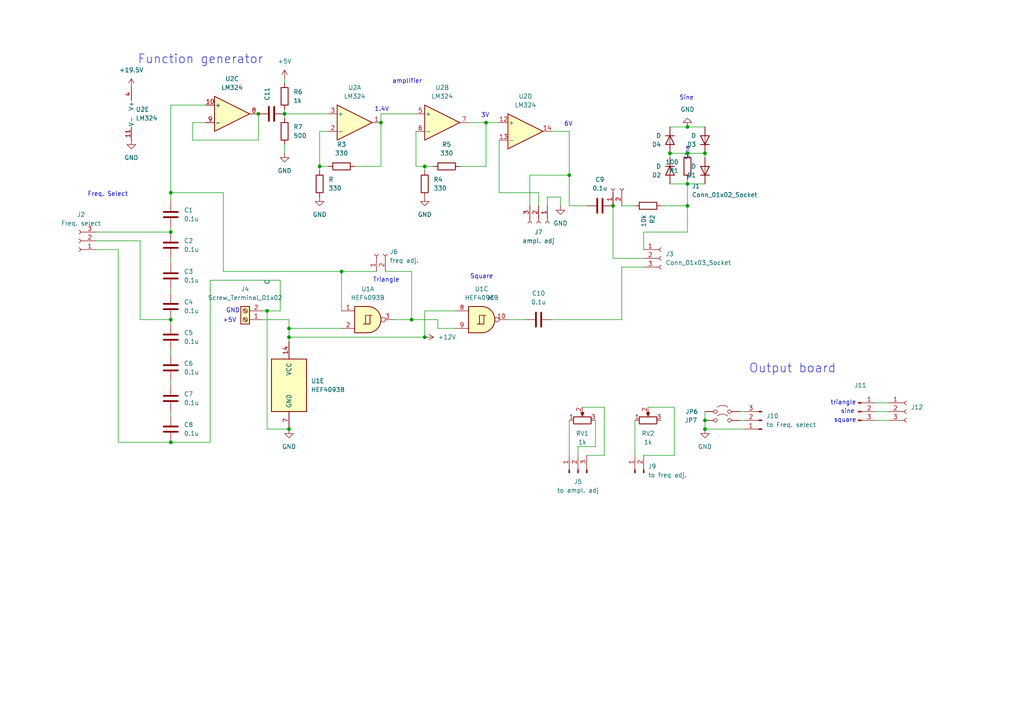
<source format=kicad_sch>
(kicad_sch
	(version 20231120)
	(generator "eeschema")
	(generator_version "8.0")
	(uuid "d9bd6cc7-c16a-40bc-87be-d47449777e26")
	(paper "A4")
	(lib_symbols
		(symbol "4xxx:HEF4093B"
			(pin_names
				(offset 1.016)
			)
			(exclude_from_sim no)
			(in_bom yes)
			(on_board yes)
			(property "Reference" "U"
				(at 0 1.27 0)
				(effects
					(font
						(size 1.27 1.27)
					)
				)
			)
			(property "Value" "HEF4093B"
				(at 0 -1.27 0)
				(effects
					(font
						(size 1.27 1.27)
					)
				)
			)
			(property "Footprint" ""
				(at 0 0 0)
				(effects
					(font
						(size 1.27 1.27)
					)
					(hide yes)
				)
			)
			(property "Datasheet" "https://assets.nexperia.com/documents/data-sheet/HEF4093B.pdf"
				(at 0 0 0)
				(effects
					(font
						(size 1.27 1.27)
					)
					(hide yes)
				)
			)
			(property "Description" "Quad 2-Input NAND Schmitt Trigger, SOIC-14"
				(at 0 0 0)
				(effects
					(font
						(size 1.27 1.27)
					)
					(hide yes)
				)
			)
			(property "ki_locked" ""
				(at 0 0 0)
				(effects
					(font
						(size 1.27 1.27)
					)
				)
			)
			(property "ki_keywords" "NAND2"
				(at 0 0 0)
				(effects
					(font
						(size 1.27 1.27)
					)
					(hide yes)
				)
			)
			(property "ki_fp_filters" "SOIC*3.9x8.7mm*P1.27mm*"
				(at 0 0 0)
				(effects
					(font
						(size 1.27 1.27)
					)
					(hide yes)
				)
			)
			(symbol "HEF4093B_1_0"
				(polyline
					(pts
						(xy -0.635 -1.27) (xy -0.635 1.27) (xy 0.635 1.27)
					)
					(stroke
						(width 0)
						(type default)
					)
					(fill
						(type none)
					)
				)
				(polyline
					(pts
						(xy -0.635 -1.27) (xy -0.635 1.27) (xy 0.635 1.27)
					)
					(stroke
						(width 0)
						(type default)
					)
					(fill
						(type none)
					)
				)
				(polyline
					(pts
						(xy -1.27 -1.27) (xy 0.635 -1.27) (xy 0.635 1.27) (xy 1.27 1.27)
					)
					(stroke
						(width 0)
						(type default)
					)
					(fill
						(type none)
					)
				)
				(polyline
					(pts
						(xy -1.27 -1.27) (xy 0.635 -1.27) (xy 0.635 1.27) (xy 1.27 1.27)
					)
					(stroke
						(width 0)
						(type default)
					)
					(fill
						(type none)
					)
				)
			)
			(symbol "HEF4093B_1_1"
				(arc
					(start 0 -3.81)
					(mid 3.7934 0)
					(end 0 3.81)
					(stroke
						(width 0.254)
						(type default)
					)
					(fill
						(type background)
					)
				)
				(polyline
					(pts
						(xy 0 3.81) (xy -3.81 3.81) (xy -3.81 -3.81) (xy 0 -3.81)
					)
					(stroke
						(width 0.254)
						(type default)
					)
					(fill
						(type background)
					)
				)
				(pin input line
					(at -7.62 2.54 0)
					(length 3.81)
					(name "~"
						(effects
							(font
								(size 1.27 1.27)
							)
						)
					)
					(number "1"
						(effects
							(font
								(size 1.27 1.27)
							)
						)
					)
				)
				(pin input line
					(at -7.62 -2.54 0)
					(length 3.81)
					(name "~"
						(effects
							(font
								(size 1.27 1.27)
							)
						)
					)
					(number "2"
						(effects
							(font
								(size 1.27 1.27)
							)
						)
					)
				)
				(pin output inverted
					(at 7.62 0 180)
					(length 3.81)
					(name "~"
						(effects
							(font
								(size 1.27 1.27)
							)
						)
					)
					(number "3"
						(effects
							(font
								(size 1.27 1.27)
							)
						)
					)
				)
			)
			(symbol "HEF4093B_1_2"
				(arc
					(start -3.81 -3.81)
					(mid -2.589 0)
					(end -3.81 3.81)
					(stroke
						(width 0.254)
						(type default)
					)
					(fill
						(type none)
					)
				)
				(arc
					(start -0.6096 -3.81)
					(mid 2.1842 -2.5851)
					(end 3.81 0)
					(stroke
						(width 0.254)
						(type default)
					)
					(fill
						(type background)
					)
				)
				(polyline
					(pts
						(xy -3.81 -3.81) (xy -0.635 -3.81)
					)
					(stroke
						(width 0.254)
						(type default)
					)
					(fill
						(type background)
					)
				)
				(polyline
					(pts
						(xy -3.81 3.81) (xy -0.635 3.81)
					)
					(stroke
						(width 0.254)
						(type default)
					)
					(fill
						(type background)
					)
				)
				(polyline
					(pts
						(xy -0.635 3.81) (xy -3.81 3.81) (xy -3.81 3.81) (xy -3.556 3.4036) (xy -3.0226 2.2606) (xy -2.6924 1.0414)
						(xy -2.6162 -0.254) (xy -2.7686 -1.4986) (xy -3.175 -2.7178) (xy -3.81 -3.81) (xy -3.81 -3.81)
						(xy -0.635 -3.81)
					)
					(stroke
						(width -25.4)
						(type default)
					)
					(fill
						(type background)
					)
				)
				(arc
					(start 3.81 0)
					(mid 2.1915 2.5936)
					(end -0.6096 3.81)
					(stroke
						(width 0.254)
						(type default)
					)
					(fill
						(type background)
					)
				)
				(pin input inverted
					(at -7.62 2.54 0)
					(length 4.318)
					(name "~"
						(effects
							(font
								(size 1.27 1.27)
							)
						)
					)
					(number "1"
						(effects
							(font
								(size 1.27 1.27)
							)
						)
					)
				)
				(pin input inverted
					(at -7.62 -2.54 0)
					(length 4.318)
					(name "~"
						(effects
							(font
								(size 1.27 1.27)
							)
						)
					)
					(number "2"
						(effects
							(font
								(size 1.27 1.27)
							)
						)
					)
				)
				(pin output line
					(at 7.62 0 180)
					(length 3.81)
					(name "~"
						(effects
							(font
								(size 1.27 1.27)
							)
						)
					)
					(number "3"
						(effects
							(font
								(size 1.27 1.27)
							)
						)
					)
				)
			)
			(symbol "HEF4093B_2_0"
				(polyline
					(pts
						(xy -0.635 -1.27) (xy -0.635 1.27) (xy 0.635 1.27)
					)
					(stroke
						(width 0)
						(type default)
					)
					(fill
						(type none)
					)
				)
				(polyline
					(pts
						(xy -0.635 -1.27) (xy -0.635 1.27) (xy 0.635 1.27)
					)
					(stroke
						(width 0)
						(type default)
					)
					(fill
						(type none)
					)
				)
				(polyline
					(pts
						(xy -1.27 -1.27) (xy 0.635 -1.27) (xy 0.635 1.27) (xy 1.27 1.27)
					)
					(stroke
						(width 0)
						(type default)
					)
					(fill
						(type none)
					)
				)
				(polyline
					(pts
						(xy -1.27 -1.27) (xy 0.635 -1.27) (xy 0.635 1.27) (xy 1.27 1.27)
					)
					(stroke
						(width 0)
						(type default)
					)
					(fill
						(type none)
					)
				)
			)
			(symbol "HEF4093B_2_1"
				(arc
					(start 0 -3.81)
					(mid 3.7934 0)
					(end 0 3.81)
					(stroke
						(width 0.254)
						(type default)
					)
					(fill
						(type background)
					)
				)
				(polyline
					(pts
						(xy 0 3.81) (xy -3.81 3.81) (xy -3.81 -3.81) (xy 0 -3.81)
					)
					(stroke
						(width 0.254)
						(type default)
					)
					(fill
						(type background)
					)
				)
				(pin output inverted
					(at 7.62 0 180)
					(length 3.81)
					(name "~"
						(effects
							(font
								(size 1.27 1.27)
							)
						)
					)
					(number "4"
						(effects
							(font
								(size 1.27 1.27)
							)
						)
					)
				)
				(pin input line
					(at -7.62 2.54 0)
					(length 3.81)
					(name "~"
						(effects
							(font
								(size 1.27 1.27)
							)
						)
					)
					(number "5"
						(effects
							(font
								(size 1.27 1.27)
							)
						)
					)
				)
				(pin input line
					(at -7.62 -2.54 0)
					(length 3.81)
					(name "~"
						(effects
							(font
								(size 1.27 1.27)
							)
						)
					)
					(number "6"
						(effects
							(font
								(size 1.27 1.27)
							)
						)
					)
				)
			)
			(symbol "HEF4093B_2_2"
				(arc
					(start -3.81 -3.81)
					(mid -2.589 0)
					(end -3.81 3.81)
					(stroke
						(width 0.254)
						(type default)
					)
					(fill
						(type none)
					)
				)
				(arc
					(start -0.6096 -3.81)
					(mid 2.1842 -2.5851)
					(end 3.81 0)
					(stroke
						(width 0.254)
						(type default)
					)
					(fill
						(type background)
					)
				)
				(polyline
					(pts
						(xy -3.81 -3.81) (xy -0.635 -3.81)
					)
					(stroke
						(width 0.254)
						(type default)
					)
					(fill
						(type background)
					)
				)
				(polyline
					(pts
						(xy -3.81 3.81) (xy -0.635 3.81)
					)
					(stroke
						(width 0.254)
						(type default)
					)
					(fill
						(type background)
					)
				)
				(polyline
					(pts
						(xy -0.635 3.81) (xy -3.81 3.81) (xy -3.81 3.81) (xy -3.556 3.4036) (xy -3.0226 2.2606) (xy -2.6924 1.0414)
						(xy -2.6162 -0.254) (xy -2.7686 -1.4986) (xy -3.175 -2.7178) (xy -3.81 -3.81) (xy -3.81 -3.81)
						(xy -0.635 -3.81)
					)
					(stroke
						(width -25.4)
						(type default)
					)
					(fill
						(type background)
					)
				)
				(arc
					(start 3.81 0)
					(mid 2.1915 2.5936)
					(end -0.6096 3.81)
					(stroke
						(width 0.254)
						(type default)
					)
					(fill
						(type background)
					)
				)
				(pin output line
					(at 7.62 0 180)
					(length 3.81)
					(name "~"
						(effects
							(font
								(size 1.27 1.27)
							)
						)
					)
					(number "4"
						(effects
							(font
								(size 1.27 1.27)
							)
						)
					)
				)
				(pin input inverted
					(at -7.62 2.54 0)
					(length 4.318)
					(name "~"
						(effects
							(font
								(size 1.27 1.27)
							)
						)
					)
					(number "5"
						(effects
							(font
								(size 1.27 1.27)
							)
						)
					)
				)
				(pin input inverted
					(at -7.62 -2.54 0)
					(length 4.318)
					(name "~"
						(effects
							(font
								(size 1.27 1.27)
							)
						)
					)
					(number "6"
						(effects
							(font
								(size 1.27 1.27)
							)
						)
					)
				)
			)
			(symbol "HEF4093B_3_0"
				(polyline
					(pts
						(xy -0.635 -1.27) (xy -0.635 1.27) (xy 0.635 1.27)
					)
					(stroke
						(width 0)
						(type default)
					)
					(fill
						(type none)
					)
				)
				(polyline
					(pts
						(xy -0.635 -1.27) (xy -0.635 1.27) (xy 0.635 1.27)
					)
					(stroke
						(width 0)
						(type default)
					)
					(fill
						(type none)
					)
				)
				(polyline
					(pts
						(xy -1.27 -1.27) (xy 0.635 -1.27) (xy 0.635 1.27) (xy 1.27 1.27)
					)
					(stroke
						(width 0)
						(type default)
					)
					(fill
						(type none)
					)
				)
				(polyline
					(pts
						(xy -1.27 -1.27) (xy 0.635 -1.27) (xy 0.635 1.27) (xy 1.27 1.27)
					)
					(stroke
						(width 0)
						(type default)
					)
					(fill
						(type none)
					)
				)
			)
			(symbol "HEF4093B_3_1"
				(arc
					(start 0 -3.81)
					(mid 3.7934 0)
					(end 0 3.81)
					(stroke
						(width 0.254)
						(type default)
					)
					(fill
						(type background)
					)
				)
				(polyline
					(pts
						(xy 0 3.81) (xy -3.81 3.81) (xy -3.81 -3.81) (xy 0 -3.81)
					)
					(stroke
						(width 0.254)
						(type default)
					)
					(fill
						(type background)
					)
				)
				(pin output inverted
					(at 7.62 0 180)
					(length 3.81)
					(name "~"
						(effects
							(font
								(size 1.27 1.27)
							)
						)
					)
					(number "10"
						(effects
							(font
								(size 1.27 1.27)
							)
						)
					)
				)
				(pin input line
					(at -7.62 2.54 0)
					(length 3.81)
					(name "~"
						(effects
							(font
								(size 1.27 1.27)
							)
						)
					)
					(number "8"
						(effects
							(font
								(size 1.27 1.27)
							)
						)
					)
				)
				(pin input line
					(at -7.62 -2.54 0)
					(length 3.81)
					(name "~"
						(effects
							(font
								(size 1.27 1.27)
							)
						)
					)
					(number "9"
						(effects
							(font
								(size 1.27 1.27)
							)
						)
					)
				)
			)
			(symbol "HEF4093B_3_2"
				(arc
					(start -3.81 -3.81)
					(mid -2.589 0)
					(end -3.81 3.81)
					(stroke
						(width 0.254)
						(type default)
					)
					(fill
						(type none)
					)
				)
				(arc
					(start -0.6096 -3.81)
					(mid 2.1842 -2.5851)
					(end 3.81 0)
					(stroke
						(width 0.254)
						(type default)
					)
					(fill
						(type background)
					)
				)
				(polyline
					(pts
						(xy -3.81 -3.81) (xy -0.635 -3.81)
					)
					(stroke
						(width 0.254)
						(type default)
					)
					(fill
						(type background)
					)
				)
				(polyline
					(pts
						(xy -3.81 3.81) (xy -0.635 3.81)
					)
					(stroke
						(width 0.254)
						(type default)
					)
					(fill
						(type background)
					)
				)
				(polyline
					(pts
						(xy -0.635 3.81) (xy -3.81 3.81) (xy -3.81 3.81) (xy -3.556 3.4036) (xy -3.0226 2.2606) (xy -2.6924 1.0414)
						(xy -2.6162 -0.254) (xy -2.7686 -1.4986) (xy -3.175 -2.7178) (xy -3.81 -3.81) (xy -3.81 -3.81)
						(xy -0.635 -3.81)
					)
					(stroke
						(width -25.4)
						(type default)
					)
					(fill
						(type background)
					)
				)
				(arc
					(start 3.81 0)
					(mid 2.1915 2.5936)
					(end -0.6096 3.81)
					(stroke
						(width 0.254)
						(type default)
					)
					(fill
						(type background)
					)
				)
				(pin output line
					(at 7.62 0 180)
					(length 3.81)
					(name "~"
						(effects
							(font
								(size 1.27 1.27)
							)
						)
					)
					(number "10"
						(effects
							(font
								(size 1.27 1.27)
							)
						)
					)
				)
				(pin input inverted
					(at -7.62 2.54 0)
					(length 4.318)
					(name "~"
						(effects
							(font
								(size 1.27 1.27)
							)
						)
					)
					(number "8"
						(effects
							(font
								(size 1.27 1.27)
							)
						)
					)
				)
				(pin input inverted
					(at -7.62 -2.54 0)
					(length 4.318)
					(name "~"
						(effects
							(font
								(size 1.27 1.27)
							)
						)
					)
					(number "9"
						(effects
							(font
								(size 1.27 1.27)
							)
						)
					)
				)
			)
			(symbol "HEF4093B_4_0"
				(polyline
					(pts
						(xy -0.635 -1.27) (xy -0.635 1.27) (xy 0.635 1.27)
					)
					(stroke
						(width 0)
						(type default)
					)
					(fill
						(type none)
					)
				)
				(polyline
					(pts
						(xy -0.635 -1.27) (xy -0.635 1.27) (xy 0.635 1.27)
					)
					(stroke
						(width 0)
						(type default)
					)
					(fill
						(type none)
					)
				)
				(polyline
					(pts
						(xy -1.27 -1.27) (xy 0.635 -1.27) (xy 0.635 1.27) (xy 1.27 1.27)
					)
					(stroke
						(width 0)
						(type default)
					)
					(fill
						(type none)
					)
				)
				(polyline
					(pts
						(xy -1.27 -1.27) (xy 0.635 -1.27) (xy 0.635 1.27) (xy 1.27 1.27)
					)
					(stroke
						(width 0)
						(type default)
					)
					(fill
						(type none)
					)
				)
			)
			(symbol "HEF4093B_4_1"
				(arc
					(start 0 -3.81)
					(mid 3.7934 0)
					(end 0 3.81)
					(stroke
						(width 0.254)
						(type default)
					)
					(fill
						(type background)
					)
				)
				(polyline
					(pts
						(xy 0 3.81) (xy -3.81 3.81) (xy -3.81 -3.81) (xy 0 -3.81)
					)
					(stroke
						(width 0.254)
						(type default)
					)
					(fill
						(type background)
					)
				)
				(pin output inverted
					(at 7.62 0 180)
					(length 3.81)
					(name "~"
						(effects
							(font
								(size 1.27 1.27)
							)
						)
					)
					(number "11"
						(effects
							(font
								(size 1.27 1.27)
							)
						)
					)
				)
				(pin input line
					(at -7.62 2.54 0)
					(length 3.81)
					(name "~"
						(effects
							(font
								(size 1.27 1.27)
							)
						)
					)
					(number "12"
						(effects
							(font
								(size 1.27 1.27)
							)
						)
					)
				)
				(pin input line
					(at -7.62 -2.54 0)
					(length 3.81)
					(name "~"
						(effects
							(font
								(size 1.27 1.27)
							)
						)
					)
					(number "13"
						(effects
							(font
								(size 1.27 1.27)
							)
						)
					)
				)
			)
			(symbol "HEF4093B_4_2"
				(arc
					(start -3.81 -3.81)
					(mid -2.589 0)
					(end -3.81 3.81)
					(stroke
						(width 0.254)
						(type default)
					)
					(fill
						(type none)
					)
				)
				(arc
					(start -0.6096 -3.81)
					(mid 2.1842 -2.5851)
					(end 3.81 0)
					(stroke
						(width 0.254)
						(type default)
					)
					(fill
						(type background)
					)
				)
				(polyline
					(pts
						(xy -3.81 -3.81) (xy -0.635 -3.81)
					)
					(stroke
						(width 0.254)
						(type default)
					)
					(fill
						(type background)
					)
				)
				(polyline
					(pts
						(xy -3.81 3.81) (xy -0.635 3.81)
					)
					(stroke
						(width 0.254)
						(type default)
					)
					(fill
						(type background)
					)
				)
				(polyline
					(pts
						(xy -0.635 3.81) (xy -3.81 3.81) (xy -3.81 3.81) (xy -3.556 3.4036) (xy -3.0226 2.2606) (xy -2.6924 1.0414)
						(xy -2.6162 -0.254) (xy -2.7686 -1.4986) (xy -3.175 -2.7178) (xy -3.81 -3.81) (xy -3.81 -3.81)
						(xy -0.635 -3.81)
					)
					(stroke
						(width -25.4)
						(type default)
					)
					(fill
						(type background)
					)
				)
				(arc
					(start 3.81 0)
					(mid 2.1915 2.5936)
					(end -0.6096 3.81)
					(stroke
						(width 0.254)
						(type default)
					)
					(fill
						(type background)
					)
				)
				(pin output line
					(at 7.62 0 180)
					(length 3.81)
					(name "~"
						(effects
							(font
								(size 1.27 1.27)
							)
						)
					)
					(number "11"
						(effects
							(font
								(size 1.27 1.27)
							)
						)
					)
				)
				(pin input inverted
					(at -7.62 2.54 0)
					(length 4.318)
					(name "~"
						(effects
							(font
								(size 1.27 1.27)
							)
						)
					)
					(number "12"
						(effects
							(font
								(size 1.27 1.27)
							)
						)
					)
				)
				(pin input inverted
					(at -7.62 -2.54 0)
					(length 4.318)
					(name "~"
						(effects
							(font
								(size 1.27 1.27)
							)
						)
					)
					(number "13"
						(effects
							(font
								(size 1.27 1.27)
							)
						)
					)
				)
			)
			(symbol "HEF4093B_5_0"
				(pin power_in line
					(at 0 12.7 270)
					(length 5.08)
					(name "VCC"
						(effects
							(font
								(size 1.27 1.27)
							)
						)
					)
					(number "14"
						(effects
							(font
								(size 1.27 1.27)
							)
						)
					)
				)
				(pin power_in line
					(at 0 -12.7 90)
					(length 5.08)
					(name "GND"
						(effects
							(font
								(size 1.27 1.27)
							)
						)
					)
					(number "7"
						(effects
							(font
								(size 1.27 1.27)
							)
						)
					)
				)
			)
			(symbol "HEF4093B_5_1"
				(rectangle
					(start -5.08 7.62)
					(end 5.08 -7.62)
					(stroke
						(width 0.254)
						(type default)
					)
					(fill
						(type background)
					)
				)
			)
		)
		(symbol "Amplifier_Operational:LM324"
			(pin_names
				(offset 0.127)
			)
			(exclude_from_sim no)
			(in_bom yes)
			(on_board yes)
			(property "Reference" "U"
				(at 0 5.08 0)
				(effects
					(font
						(size 1.27 1.27)
					)
					(justify left)
				)
			)
			(property "Value" "LM324"
				(at 0 -5.08 0)
				(effects
					(font
						(size 1.27 1.27)
					)
					(justify left)
				)
			)
			(property "Footprint" ""
				(at -1.27 2.54 0)
				(effects
					(font
						(size 1.27 1.27)
					)
					(hide yes)
				)
			)
			(property "Datasheet" "http://www.ti.com/lit/ds/symlink/lm2902-n.pdf"
				(at 1.27 5.08 0)
				(effects
					(font
						(size 1.27 1.27)
					)
					(hide yes)
				)
			)
			(property "Description" "Low-Power, Quad-Operational Amplifiers, DIP-14/SOIC-14/SSOP-14"
				(at 0 0 0)
				(effects
					(font
						(size 1.27 1.27)
					)
					(hide yes)
				)
			)
			(property "ki_locked" ""
				(at 0 0 0)
				(effects
					(font
						(size 1.27 1.27)
					)
				)
			)
			(property "ki_keywords" "quad opamp"
				(at 0 0 0)
				(effects
					(font
						(size 1.27 1.27)
					)
					(hide yes)
				)
			)
			(property "ki_fp_filters" "SOIC*3.9x8.7mm*P1.27mm* DIP*W7.62mm* TSSOP*4.4x5mm*P0.65mm* SSOP*5.3x6.2mm*P0.65mm* MSOP*3x3mm*P0.5mm*"
				(at 0 0 0)
				(effects
					(font
						(size 1.27 1.27)
					)
					(hide yes)
				)
			)
			(symbol "LM324_1_1"
				(polyline
					(pts
						(xy -5.08 5.08) (xy 5.08 0) (xy -5.08 -5.08) (xy -5.08 5.08)
					)
					(stroke
						(width 0.254)
						(type default)
					)
					(fill
						(type background)
					)
				)
				(pin output line
					(at 7.62 0 180)
					(length 2.54)
					(name "~"
						(effects
							(font
								(size 1.27 1.27)
							)
						)
					)
					(number "1"
						(effects
							(font
								(size 1.27 1.27)
							)
						)
					)
				)
				(pin input line
					(at -7.62 -2.54 0)
					(length 2.54)
					(name "-"
						(effects
							(font
								(size 1.27 1.27)
							)
						)
					)
					(number "2"
						(effects
							(font
								(size 1.27 1.27)
							)
						)
					)
				)
				(pin input line
					(at -7.62 2.54 0)
					(length 2.54)
					(name "+"
						(effects
							(font
								(size 1.27 1.27)
							)
						)
					)
					(number "3"
						(effects
							(font
								(size 1.27 1.27)
							)
						)
					)
				)
			)
			(symbol "LM324_2_1"
				(polyline
					(pts
						(xy -5.08 5.08) (xy 5.08 0) (xy -5.08 -5.08) (xy -5.08 5.08)
					)
					(stroke
						(width 0.254)
						(type default)
					)
					(fill
						(type background)
					)
				)
				(pin input line
					(at -7.62 2.54 0)
					(length 2.54)
					(name "+"
						(effects
							(font
								(size 1.27 1.27)
							)
						)
					)
					(number "5"
						(effects
							(font
								(size 1.27 1.27)
							)
						)
					)
				)
				(pin input line
					(at -7.62 -2.54 0)
					(length 2.54)
					(name "-"
						(effects
							(font
								(size 1.27 1.27)
							)
						)
					)
					(number "6"
						(effects
							(font
								(size 1.27 1.27)
							)
						)
					)
				)
				(pin output line
					(at 7.62 0 180)
					(length 2.54)
					(name "~"
						(effects
							(font
								(size 1.27 1.27)
							)
						)
					)
					(number "7"
						(effects
							(font
								(size 1.27 1.27)
							)
						)
					)
				)
			)
			(symbol "LM324_3_1"
				(polyline
					(pts
						(xy -5.08 5.08) (xy 5.08 0) (xy -5.08 -5.08) (xy -5.08 5.08)
					)
					(stroke
						(width 0.254)
						(type default)
					)
					(fill
						(type background)
					)
				)
				(pin input line
					(at -7.62 2.54 0)
					(length 2.54)
					(name "+"
						(effects
							(font
								(size 1.27 1.27)
							)
						)
					)
					(number "10"
						(effects
							(font
								(size 1.27 1.27)
							)
						)
					)
				)
				(pin output line
					(at 7.62 0 180)
					(length 2.54)
					(name "~"
						(effects
							(font
								(size 1.27 1.27)
							)
						)
					)
					(number "8"
						(effects
							(font
								(size 1.27 1.27)
							)
						)
					)
				)
				(pin input line
					(at -7.62 -2.54 0)
					(length 2.54)
					(name "-"
						(effects
							(font
								(size 1.27 1.27)
							)
						)
					)
					(number "9"
						(effects
							(font
								(size 1.27 1.27)
							)
						)
					)
				)
			)
			(symbol "LM324_4_1"
				(polyline
					(pts
						(xy -5.08 5.08) (xy 5.08 0) (xy -5.08 -5.08) (xy -5.08 5.08)
					)
					(stroke
						(width 0.254)
						(type default)
					)
					(fill
						(type background)
					)
				)
				(pin input line
					(at -7.62 2.54 0)
					(length 2.54)
					(name "+"
						(effects
							(font
								(size 1.27 1.27)
							)
						)
					)
					(number "12"
						(effects
							(font
								(size 1.27 1.27)
							)
						)
					)
				)
				(pin input line
					(at -7.62 -2.54 0)
					(length 2.54)
					(name "-"
						(effects
							(font
								(size 1.27 1.27)
							)
						)
					)
					(number "13"
						(effects
							(font
								(size 1.27 1.27)
							)
						)
					)
				)
				(pin output line
					(at 7.62 0 180)
					(length 2.54)
					(name "~"
						(effects
							(font
								(size 1.27 1.27)
							)
						)
					)
					(number "14"
						(effects
							(font
								(size 1.27 1.27)
							)
						)
					)
				)
			)
			(symbol "LM324_5_1"
				(pin power_in line
					(at -2.54 -7.62 90)
					(length 3.81)
					(name "V-"
						(effects
							(font
								(size 1.27 1.27)
							)
						)
					)
					(number "11"
						(effects
							(font
								(size 1.27 1.27)
							)
						)
					)
				)
				(pin power_in line
					(at -2.54 7.62 270)
					(length 3.81)
					(name "V+"
						(effects
							(font
								(size 1.27 1.27)
							)
						)
					)
					(number "4"
						(effects
							(font
								(size 1.27 1.27)
							)
						)
					)
				)
			)
		)
		(symbol "Connector:Conn_01x02_Pin"
			(pin_names
				(offset 1.016) hide)
			(exclude_from_sim no)
			(in_bom yes)
			(on_board yes)
			(property "Reference" "J"
				(at 0 2.54 0)
				(effects
					(font
						(size 1.27 1.27)
					)
				)
			)
			(property "Value" "Conn_01x02_Pin"
				(at 0 -5.08 0)
				(effects
					(font
						(size 1.27 1.27)
					)
				)
			)
			(property "Footprint" ""
				(at 0 0 0)
				(effects
					(font
						(size 1.27 1.27)
					)
					(hide yes)
				)
			)
			(property "Datasheet" "~"
				(at 0 0 0)
				(effects
					(font
						(size 1.27 1.27)
					)
					(hide yes)
				)
			)
			(property "Description" "Generic connector, single row, 01x02, script generated"
				(at 0 0 0)
				(effects
					(font
						(size 1.27 1.27)
					)
					(hide yes)
				)
			)
			(property "ki_locked" ""
				(at 0 0 0)
				(effects
					(font
						(size 1.27 1.27)
					)
				)
			)
			(property "ki_keywords" "connector"
				(at 0 0 0)
				(effects
					(font
						(size 1.27 1.27)
					)
					(hide yes)
				)
			)
			(property "ki_fp_filters" "Connector*:*_1x??_*"
				(at 0 0 0)
				(effects
					(font
						(size 1.27 1.27)
					)
					(hide yes)
				)
			)
			(symbol "Conn_01x02_Pin_1_1"
				(polyline
					(pts
						(xy 1.27 -2.54) (xy 0.8636 -2.54)
					)
					(stroke
						(width 0.1524)
						(type default)
					)
					(fill
						(type none)
					)
				)
				(polyline
					(pts
						(xy 1.27 0) (xy 0.8636 0)
					)
					(stroke
						(width 0.1524)
						(type default)
					)
					(fill
						(type none)
					)
				)
				(rectangle
					(start 0.8636 -2.413)
					(end 0 -2.667)
					(stroke
						(width 0.1524)
						(type default)
					)
					(fill
						(type outline)
					)
				)
				(rectangle
					(start 0.8636 0.127)
					(end 0 -0.127)
					(stroke
						(width 0.1524)
						(type default)
					)
					(fill
						(type outline)
					)
				)
				(pin passive line
					(at 5.08 0 180)
					(length 3.81)
					(name "Pin_1"
						(effects
							(font
								(size 1.27 1.27)
							)
						)
					)
					(number "1"
						(effects
							(font
								(size 1.27 1.27)
							)
						)
					)
				)
				(pin passive line
					(at 5.08 -2.54 180)
					(length 3.81)
					(name "Pin_2"
						(effects
							(font
								(size 1.27 1.27)
							)
						)
					)
					(number "2"
						(effects
							(font
								(size 1.27 1.27)
							)
						)
					)
				)
			)
		)
		(symbol "Connector:Conn_01x02_Socket"
			(pin_names
				(offset 1.016) hide)
			(exclude_from_sim no)
			(in_bom yes)
			(on_board yes)
			(property "Reference" "J"
				(at 0 2.54 0)
				(effects
					(font
						(size 1.27 1.27)
					)
				)
			)
			(property "Value" "Conn_01x02_Socket"
				(at 0 -5.08 0)
				(effects
					(font
						(size 1.27 1.27)
					)
				)
			)
			(property "Footprint" ""
				(at 0 0 0)
				(effects
					(font
						(size 1.27 1.27)
					)
					(hide yes)
				)
			)
			(property "Datasheet" "~"
				(at 0 0 0)
				(effects
					(font
						(size 1.27 1.27)
					)
					(hide yes)
				)
			)
			(property "Description" "Generic connector, single row, 01x02, script generated"
				(at 0 0 0)
				(effects
					(font
						(size 1.27 1.27)
					)
					(hide yes)
				)
			)
			(property "ki_locked" ""
				(at 0 0 0)
				(effects
					(font
						(size 1.27 1.27)
					)
				)
			)
			(property "ki_keywords" "connector"
				(at 0 0 0)
				(effects
					(font
						(size 1.27 1.27)
					)
					(hide yes)
				)
			)
			(property "ki_fp_filters" "Connector*:*_1x??_*"
				(at 0 0 0)
				(effects
					(font
						(size 1.27 1.27)
					)
					(hide yes)
				)
			)
			(symbol "Conn_01x02_Socket_1_1"
				(arc
					(start 0 -2.032)
					(mid -0.5058 -2.54)
					(end 0 -3.048)
					(stroke
						(width 0.1524)
						(type default)
					)
					(fill
						(type none)
					)
				)
				(polyline
					(pts
						(xy -1.27 -2.54) (xy -0.508 -2.54)
					)
					(stroke
						(width 0.1524)
						(type default)
					)
					(fill
						(type none)
					)
				)
				(polyline
					(pts
						(xy -1.27 0) (xy -0.508 0)
					)
					(stroke
						(width 0.1524)
						(type default)
					)
					(fill
						(type none)
					)
				)
				(arc
					(start 0 0.508)
					(mid -0.5058 0)
					(end 0 -0.508)
					(stroke
						(width 0.1524)
						(type default)
					)
					(fill
						(type none)
					)
				)
				(pin passive line
					(at -5.08 0 0)
					(length 3.81)
					(name "Pin_1"
						(effects
							(font
								(size 1.27 1.27)
							)
						)
					)
					(number "1"
						(effects
							(font
								(size 1.27 1.27)
							)
						)
					)
				)
				(pin passive line
					(at -5.08 -2.54 0)
					(length 3.81)
					(name "Pin_2"
						(effects
							(font
								(size 1.27 1.27)
							)
						)
					)
					(number "2"
						(effects
							(font
								(size 1.27 1.27)
							)
						)
					)
				)
			)
		)
		(symbol "Connector:Conn_01x03_Pin"
			(pin_names
				(offset 1.016) hide)
			(exclude_from_sim no)
			(in_bom yes)
			(on_board yes)
			(property "Reference" "J"
				(at 0 5.08 0)
				(effects
					(font
						(size 1.27 1.27)
					)
				)
			)
			(property "Value" "Conn_01x03_Pin"
				(at 0 -5.08 0)
				(effects
					(font
						(size 1.27 1.27)
					)
				)
			)
			(property "Footprint" ""
				(at 0 0 0)
				(effects
					(font
						(size 1.27 1.27)
					)
					(hide yes)
				)
			)
			(property "Datasheet" "~"
				(at 0 0 0)
				(effects
					(font
						(size 1.27 1.27)
					)
					(hide yes)
				)
			)
			(property "Description" "Generic connector, single row, 01x03, script generated"
				(at 0 0 0)
				(effects
					(font
						(size 1.27 1.27)
					)
					(hide yes)
				)
			)
			(property "ki_locked" ""
				(at 0 0 0)
				(effects
					(font
						(size 1.27 1.27)
					)
				)
			)
			(property "ki_keywords" "connector"
				(at 0 0 0)
				(effects
					(font
						(size 1.27 1.27)
					)
					(hide yes)
				)
			)
			(property "ki_fp_filters" "Connector*:*_1x??_*"
				(at 0 0 0)
				(effects
					(font
						(size 1.27 1.27)
					)
					(hide yes)
				)
			)
			(symbol "Conn_01x03_Pin_1_1"
				(polyline
					(pts
						(xy 1.27 -2.54) (xy 0.8636 -2.54)
					)
					(stroke
						(width 0.1524)
						(type default)
					)
					(fill
						(type none)
					)
				)
				(polyline
					(pts
						(xy 1.27 0) (xy 0.8636 0)
					)
					(stroke
						(width 0.1524)
						(type default)
					)
					(fill
						(type none)
					)
				)
				(polyline
					(pts
						(xy 1.27 2.54) (xy 0.8636 2.54)
					)
					(stroke
						(width 0.1524)
						(type default)
					)
					(fill
						(type none)
					)
				)
				(rectangle
					(start 0.8636 -2.413)
					(end 0 -2.667)
					(stroke
						(width 0.1524)
						(type default)
					)
					(fill
						(type outline)
					)
				)
				(rectangle
					(start 0.8636 0.127)
					(end 0 -0.127)
					(stroke
						(width 0.1524)
						(type default)
					)
					(fill
						(type outline)
					)
				)
				(rectangle
					(start 0.8636 2.667)
					(end 0 2.413)
					(stroke
						(width 0.1524)
						(type default)
					)
					(fill
						(type outline)
					)
				)
				(pin passive line
					(at 5.08 2.54 180)
					(length 3.81)
					(name "Pin_1"
						(effects
							(font
								(size 1.27 1.27)
							)
						)
					)
					(number "1"
						(effects
							(font
								(size 1.27 1.27)
							)
						)
					)
				)
				(pin passive line
					(at 5.08 0 180)
					(length 3.81)
					(name "Pin_2"
						(effects
							(font
								(size 1.27 1.27)
							)
						)
					)
					(number "2"
						(effects
							(font
								(size 1.27 1.27)
							)
						)
					)
				)
				(pin passive line
					(at 5.08 -2.54 180)
					(length 3.81)
					(name "Pin_3"
						(effects
							(font
								(size 1.27 1.27)
							)
						)
					)
					(number "3"
						(effects
							(font
								(size 1.27 1.27)
							)
						)
					)
				)
			)
		)
		(symbol "Connector:Conn_01x03_Socket"
			(pin_names
				(offset 1.016) hide)
			(exclude_from_sim no)
			(in_bom yes)
			(on_board yes)
			(property "Reference" "J"
				(at 0 5.08 0)
				(effects
					(font
						(size 1.27 1.27)
					)
				)
			)
			(property "Value" "Conn_01x03_Socket"
				(at 0 -5.08 0)
				(effects
					(font
						(size 1.27 1.27)
					)
				)
			)
			(property "Footprint" ""
				(at 0 0 0)
				(effects
					(font
						(size 1.27 1.27)
					)
					(hide yes)
				)
			)
			(property "Datasheet" "~"
				(at 0 0 0)
				(effects
					(font
						(size 1.27 1.27)
					)
					(hide yes)
				)
			)
			(property "Description" "Generic connector, single row, 01x03, script generated"
				(at 0 0 0)
				(effects
					(font
						(size 1.27 1.27)
					)
					(hide yes)
				)
			)
			(property "ki_locked" ""
				(at 0 0 0)
				(effects
					(font
						(size 1.27 1.27)
					)
				)
			)
			(property "ki_keywords" "connector"
				(at 0 0 0)
				(effects
					(font
						(size 1.27 1.27)
					)
					(hide yes)
				)
			)
			(property "ki_fp_filters" "Connector*:*_1x??_*"
				(at 0 0 0)
				(effects
					(font
						(size 1.27 1.27)
					)
					(hide yes)
				)
			)
			(symbol "Conn_01x03_Socket_1_1"
				(arc
					(start 0 -2.032)
					(mid -0.5058 -2.54)
					(end 0 -3.048)
					(stroke
						(width 0.1524)
						(type default)
					)
					(fill
						(type none)
					)
				)
				(polyline
					(pts
						(xy -1.27 -2.54) (xy -0.508 -2.54)
					)
					(stroke
						(width 0.1524)
						(type default)
					)
					(fill
						(type none)
					)
				)
				(polyline
					(pts
						(xy -1.27 0) (xy -0.508 0)
					)
					(stroke
						(width 0.1524)
						(type default)
					)
					(fill
						(type none)
					)
				)
				(polyline
					(pts
						(xy -1.27 2.54) (xy -0.508 2.54)
					)
					(stroke
						(width 0.1524)
						(type default)
					)
					(fill
						(type none)
					)
				)
				(arc
					(start 0 0.508)
					(mid -0.5058 0)
					(end 0 -0.508)
					(stroke
						(width 0.1524)
						(type default)
					)
					(fill
						(type none)
					)
				)
				(arc
					(start 0 3.048)
					(mid -0.5058 2.54)
					(end 0 2.032)
					(stroke
						(width 0.1524)
						(type default)
					)
					(fill
						(type none)
					)
				)
				(pin passive line
					(at -5.08 2.54 0)
					(length 3.81)
					(name "Pin_1"
						(effects
							(font
								(size 1.27 1.27)
							)
						)
					)
					(number "1"
						(effects
							(font
								(size 1.27 1.27)
							)
						)
					)
				)
				(pin passive line
					(at -5.08 0 0)
					(length 3.81)
					(name "Pin_2"
						(effects
							(font
								(size 1.27 1.27)
							)
						)
					)
					(number "2"
						(effects
							(font
								(size 1.27 1.27)
							)
						)
					)
				)
				(pin passive line
					(at -5.08 -2.54 0)
					(length 3.81)
					(name "Pin_3"
						(effects
							(font
								(size 1.27 1.27)
							)
						)
					)
					(number "3"
						(effects
							(font
								(size 1.27 1.27)
							)
						)
					)
				)
			)
		)
		(symbol "Connector:Screw_Terminal_01x02"
			(pin_names
				(offset 1.016) hide)
			(exclude_from_sim no)
			(in_bom yes)
			(on_board yes)
			(property "Reference" "J"
				(at 0 2.54 0)
				(effects
					(font
						(size 1.27 1.27)
					)
				)
			)
			(property "Value" "Screw_Terminal_01x02"
				(at 0 -5.08 0)
				(effects
					(font
						(size 1.27 1.27)
					)
				)
			)
			(property "Footprint" ""
				(at 0 0 0)
				(effects
					(font
						(size 1.27 1.27)
					)
					(hide yes)
				)
			)
			(property "Datasheet" "~"
				(at 0 0 0)
				(effects
					(font
						(size 1.27 1.27)
					)
					(hide yes)
				)
			)
			(property "Description" "Generic screw terminal, single row, 01x02, script generated (kicad-library-utils/schlib/autogen/connector/)"
				(at 0 0 0)
				(effects
					(font
						(size 1.27 1.27)
					)
					(hide yes)
				)
			)
			(property "ki_keywords" "screw terminal"
				(at 0 0 0)
				(effects
					(font
						(size 1.27 1.27)
					)
					(hide yes)
				)
			)
			(property "ki_fp_filters" "TerminalBlock*:*"
				(at 0 0 0)
				(effects
					(font
						(size 1.27 1.27)
					)
					(hide yes)
				)
			)
			(symbol "Screw_Terminal_01x02_1_1"
				(rectangle
					(start -1.27 1.27)
					(end 1.27 -3.81)
					(stroke
						(width 0.254)
						(type default)
					)
					(fill
						(type background)
					)
				)
				(circle
					(center 0 -2.54)
					(radius 0.635)
					(stroke
						(width 0.1524)
						(type default)
					)
					(fill
						(type none)
					)
				)
				(polyline
					(pts
						(xy -0.5334 -2.2098) (xy 0.3302 -3.048)
					)
					(stroke
						(width 0.1524)
						(type default)
					)
					(fill
						(type none)
					)
				)
				(polyline
					(pts
						(xy -0.5334 0.3302) (xy 0.3302 -0.508)
					)
					(stroke
						(width 0.1524)
						(type default)
					)
					(fill
						(type none)
					)
				)
				(polyline
					(pts
						(xy -0.3556 -2.032) (xy 0.508 -2.8702)
					)
					(stroke
						(width 0.1524)
						(type default)
					)
					(fill
						(type none)
					)
				)
				(polyline
					(pts
						(xy -0.3556 0.508) (xy 0.508 -0.3302)
					)
					(stroke
						(width 0.1524)
						(type default)
					)
					(fill
						(type none)
					)
				)
				(circle
					(center 0 0)
					(radius 0.635)
					(stroke
						(width 0.1524)
						(type default)
					)
					(fill
						(type none)
					)
				)
				(pin passive line
					(at -5.08 0 0)
					(length 3.81)
					(name "Pin_1"
						(effects
							(font
								(size 1.27 1.27)
							)
						)
					)
					(number "1"
						(effects
							(font
								(size 1.27 1.27)
							)
						)
					)
				)
				(pin passive line
					(at -5.08 -2.54 0)
					(length 3.81)
					(name "Pin_2"
						(effects
							(font
								(size 1.27 1.27)
							)
						)
					)
					(number "2"
						(effects
							(font
								(size 1.27 1.27)
							)
						)
					)
				)
			)
		)
		(symbol "Device:C"
			(pin_numbers hide)
			(pin_names
				(offset 0.254)
			)
			(exclude_from_sim no)
			(in_bom yes)
			(on_board yes)
			(property "Reference" "C"
				(at 0.635 2.54 0)
				(effects
					(font
						(size 1.27 1.27)
					)
					(justify left)
				)
			)
			(property "Value" "C"
				(at 0.635 -2.54 0)
				(effects
					(font
						(size 1.27 1.27)
					)
					(justify left)
				)
			)
			(property "Footprint" ""
				(at 0.9652 -3.81 0)
				(effects
					(font
						(size 1.27 1.27)
					)
					(hide yes)
				)
			)
			(property "Datasheet" "~"
				(at 0 0 0)
				(effects
					(font
						(size 1.27 1.27)
					)
					(hide yes)
				)
			)
			(property "Description" "Unpolarized capacitor"
				(at 0 0 0)
				(effects
					(font
						(size 1.27 1.27)
					)
					(hide yes)
				)
			)
			(property "ki_keywords" "cap capacitor"
				(at 0 0 0)
				(effects
					(font
						(size 1.27 1.27)
					)
					(hide yes)
				)
			)
			(property "ki_fp_filters" "C_*"
				(at 0 0 0)
				(effects
					(font
						(size 1.27 1.27)
					)
					(hide yes)
				)
			)
			(symbol "C_0_1"
				(polyline
					(pts
						(xy -2.032 -0.762) (xy 2.032 -0.762)
					)
					(stroke
						(width 0.508)
						(type default)
					)
					(fill
						(type none)
					)
				)
				(polyline
					(pts
						(xy -2.032 0.762) (xy 2.032 0.762)
					)
					(stroke
						(width 0.508)
						(type default)
					)
					(fill
						(type none)
					)
				)
			)
			(symbol "C_1_1"
				(pin passive line
					(at 0 3.81 270)
					(length 2.794)
					(name "~"
						(effects
							(font
								(size 1.27 1.27)
							)
						)
					)
					(number "1"
						(effects
							(font
								(size 1.27 1.27)
							)
						)
					)
				)
				(pin passive line
					(at 0 -3.81 90)
					(length 2.794)
					(name "~"
						(effects
							(font
								(size 1.27 1.27)
							)
						)
					)
					(number "2"
						(effects
							(font
								(size 1.27 1.27)
							)
						)
					)
				)
			)
		)
		(symbol "Device:D"
			(pin_numbers hide)
			(pin_names
				(offset 1.016) hide)
			(exclude_from_sim no)
			(in_bom yes)
			(on_board yes)
			(property "Reference" "D"
				(at 0 2.54 0)
				(effects
					(font
						(size 1.27 1.27)
					)
				)
			)
			(property "Value" "D"
				(at 0 -2.54 0)
				(effects
					(font
						(size 1.27 1.27)
					)
				)
			)
			(property "Footprint" ""
				(at 0 0 0)
				(effects
					(font
						(size 1.27 1.27)
					)
					(hide yes)
				)
			)
			(property "Datasheet" "~"
				(at 0 0 0)
				(effects
					(font
						(size 1.27 1.27)
					)
					(hide yes)
				)
			)
			(property "Description" "Diode"
				(at 0 0 0)
				(effects
					(font
						(size 1.27 1.27)
					)
					(hide yes)
				)
			)
			(property "Sim.Device" "D"
				(at 0 0 0)
				(effects
					(font
						(size 1.27 1.27)
					)
					(hide yes)
				)
			)
			(property "Sim.Pins" "1=K 2=A"
				(at 0 0 0)
				(effects
					(font
						(size 1.27 1.27)
					)
					(hide yes)
				)
			)
			(property "ki_keywords" "diode"
				(at 0 0 0)
				(effects
					(font
						(size 1.27 1.27)
					)
					(hide yes)
				)
			)
			(property "ki_fp_filters" "TO-???* *_Diode_* *SingleDiode* D_*"
				(at 0 0 0)
				(effects
					(font
						(size 1.27 1.27)
					)
					(hide yes)
				)
			)
			(symbol "D_0_1"
				(polyline
					(pts
						(xy -1.27 1.27) (xy -1.27 -1.27)
					)
					(stroke
						(width 0.254)
						(type default)
					)
					(fill
						(type none)
					)
				)
				(polyline
					(pts
						(xy 1.27 0) (xy -1.27 0)
					)
					(stroke
						(width 0)
						(type default)
					)
					(fill
						(type none)
					)
				)
				(polyline
					(pts
						(xy 1.27 1.27) (xy 1.27 -1.27) (xy -1.27 0) (xy 1.27 1.27)
					)
					(stroke
						(width 0.254)
						(type default)
					)
					(fill
						(type none)
					)
				)
			)
			(symbol "D_1_1"
				(pin passive line
					(at -3.81 0 0)
					(length 2.54)
					(name "K"
						(effects
							(font
								(size 1.27 1.27)
							)
						)
					)
					(number "1"
						(effects
							(font
								(size 1.27 1.27)
							)
						)
					)
				)
				(pin passive line
					(at 3.81 0 180)
					(length 2.54)
					(name "A"
						(effects
							(font
								(size 1.27 1.27)
							)
						)
					)
					(number "2"
						(effects
							(font
								(size 1.27 1.27)
							)
						)
					)
				)
			)
		)
		(symbol "Device:R"
			(pin_numbers hide)
			(pin_names
				(offset 0)
			)
			(exclude_from_sim no)
			(in_bom yes)
			(on_board yes)
			(property "Reference" "R"
				(at 2.032 0 90)
				(effects
					(font
						(size 1.27 1.27)
					)
				)
			)
			(property "Value" "R"
				(at 0 0 90)
				(effects
					(font
						(size 1.27 1.27)
					)
				)
			)
			(property "Footprint" ""
				(at -1.778 0 90)
				(effects
					(font
						(size 1.27 1.27)
					)
					(hide yes)
				)
			)
			(property "Datasheet" "~"
				(at 0 0 0)
				(effects
					(font
						(size 1.27 1.27)
					)
					(hide yes)
				)
			)
			(property "Description" "Resistor"
				(at 0 0 0)
				(effects
					(font
						(size 1.27 1.27)
					)
					(hide yes)
				)
			)
			(property "ki_keywords" "R res resistor"
				(at 0 0 0)
				(effects
					(font
						(size 1.27 1.27)
					)
					(hide yes)
				)
			)
			(property "ki_fp_filters" "R_*"
				(at 0 0 0)
				(effects
					(font
						(size 1.27 1.27)
					)
					(hide yes)
				)
			)
			(symbol "R_0_1"
				(rectangle
					(start -1.016 -2.54)
					(end 1.016 2.54)
					(stroke
						(width 0.254)
						(type default)
					)
					(fill
						(type none)
					)
				)
			)
			(symbol "R_1_1"
				(pin passive line
					(at 0 3.81 270)
					(length 1.27)
					(name "~"
						(effects
							(font
								(size 1.27 1.27)
							)
						)
					)
					(number "1"
						(effects
							(font
								(size 1.27 1.27)
							)
						)
					)
				)
				(pin passive line
					(at 0 -3.81 90)
					(length 1.27)
					(name "~"
						(effects
							(font
								(size 1.27 1.27)
							)
						)
					)
					(number "2"
						(effects
							(font
								(size 1.27 1.27)
							)
						)
					)
				)
			)
		)
		(symbol "Device:R_Potentiometer"
			(pin_names
				(offset 1.016) hide)
			(exclude_from_sim no)
			(in_bom yes)
			(on_board yes)
			(property "Reference" "RV"
				(at -4.445 0 90)
				(effects
					(font
						(size 1.27 1.27)
					)
				)
			)
			(property "Value" "R_Potentiometer"
				(at -2.54 0 90)
				(effects
					(font
						(size 1.27 1.27)
					)
				)
			)
			(property "Footprint" ""
				(at 0 0 0)
				(effects
					(font
						(size 1.27 1.27)
					)
					(hide yes)
				)
			)
			(property "Datasheet" "~"
				(at 0 0 0)
				(effects
					(font
						(size 1.27 1.27)
					)
					(hide yes)
				)
			)
			(property "Description" "Potentiometer"
				(at 0 0 0)
				(effects
					(font
						(size 1.27 1.27)
					)
					(hide yes)
				)
			)
			(property "ki_keywords" "resistor variable"
				(at 0 0 0)
				(effects
					(font
						(size 1.27 1.27)
					)
					(hide yes)
				)
			)
			(property "ki_fp_filters" "Potentiometer*"
				(at 0 0 0)
				(effects
					(font
						(size 1.27 1.27)
					)
					(hide yes)
				)
			)
			(symbol "R_Potentiometer_0_1"
				(polyline
					(pts
						(xy 2.54 0) (xy 1.524 0)
					)
					(stroke
						(width 0)
						(type default)
					)
					(fill
						(type none)
					)
				)
				(polyline
					(pts
						(xy 1.143 0) (xy 2.286 0.508) (xy 2.286 -0.508) (xy 1.143 0)
					)
					(stroke
						(width 0)
						(type default)
					)
					(fill
						(type outline)
					)
				)
				(rectangle
					(start 1.016 2.54)
					(end -1.016 -2.54)
					(stroke
						(width 0.254)
						(type default)
					)
					(fill
						(type none)
					)
				)
			)
			(symbol "R_Potentiometer_1_1"
				(pin passive line
					(at 0 3.81 270)
					(length 1.27)
					(name "1"
						(effects
							(font
								(size 1.27 1.27)
							)
						)
					)
					(number "1"
						(effects
							(font
								(size 1.27 1.27)
							)
						)
					)
				)
				(pin passive line
					(at 3.81 0 180)
					(length 1.27)
					(name "2"
						(effects
							(font
								(size 1.27 1.27)
							)
						)
					)
					(number "2"
						(effects
							(font
								(size 1.27 1.27)
							)
						)
					)
				)
				(pin passive line
					(at 0 -3.81 90)
					(length 1.27)
					(name "3"
						(effects
							(font
								(size 1.27 1.27)
							)
						)
					)
					(number "3"
						(effects
							(font
								(size 1.27 1.27)
							)
						)
					)
				)
			)
		)
		(symbol "Jumper:Jumper_2_Open"
			(pin_numbers hide)
			(pin_names
				(offset 0) hide)
			(exclude_from_sim yes)
			(in_bom yes)
			(on_board yes)
			(property "Reference" "JP"
				(at 0 2.794 0)
				(effects
					(font
						(size 1.27 1.27)
					)
				)
			)
			(property "Value" "Jumper_2_Open"
				(at 0 -2.286 0)
				(effects
					(font
						(size 1.27 1.27)
					)
				)
			)
			(property "Footprint" ""
				(at 0 0 0)
				(effects
					(font
						(size 1.27 1.27)
					)
					(hide yes)
				)
			)
			(property "Datasheet" "~"
				(at 0 0 0)
				(effects
					(font
						(size 1.27 1.27)
					)
					(hide yes)
				)
			)
			(property "Description" "Jumper, 2-pole, open"
				(at 0 0 0)
				(effects
					(font
						(size 1.27 1.27)
					)
					(hide yes)
				)
			)
			(property "ki_keywords" "Jumper SPST"
				(at 0 0 0)
				(effects
					(font
						(size 1.27 1.27)
					)
					(hide yes)
				)
			)
			(property "ki_fp_filters" "Jumper* TestPoint*2Pads* TestPoint*Bridge*"
				(at 0 0 0)
				(effects
					(font
						(size 1.27 1.27)
					)
					(hide yes)
				)
			)
			(symbol "Jumper_2_Open_0_0"
				(circle
					(center -2.032 0)
					(radius 0.508)
					(stroke
						(width 0)
						(type default)
					)
					(fill
						(type none)
					)
				)
				(circle
					(center 2.032 0)
					(radius 0.508)
					(stroke
						(width 0)
						(type default)
					)
					(fill
						(type none)
					)
				)
			)
			(symbol "Jumper_2_Open_0_1"
				(arc
					(start 1.524 1.27)
					(mid 0 1.778)
					(end -1.524 1.27)
					(stroke
						(width 0)
						(type default)
					)
					(fill
						(type none)
					)
				)
			)
			(symbol "Jumper_2_Open_1_1"
				(pin passive line
					(at -5.08 0 0)
					(length 2.54)
					(name "A"
						(effects
							(font
								(size 1.27 1.27)
							)
						)
					)
					(number "1"
						(effects
							(font
								(size 1.27 1.27)
							)
						)
					)
				)
				(pin passive line
					(at 5.08 0 180)
					(length 2.54)
					(name "B"
						(effects
							(font
								(size 1.27 1.27)
							)
						)
					)
					(number "2"
						(effects
							(font
								(size 1.27 1.27)
							)
						)
					)
				)
			)
		)
		(symbol "power:+12V"
			(power)
			(pin_numbers hide)
			(pin_names
				(offset 0) hide)
			(exclude_from_sim no)
			(in_bom yes)
			(on_board yes)
			(property "Reference" "#PWR"
				(at 0 -3.81 0)
				(effects
					(font
						(size 1.27 1.27)
					)
					(hide yes)
				)
			)
			(property "Value" "+12V"
				(at 0 3.556 0)
				(effects
					(font
						(size 1.27 1.27)
					)
				)
			)
			(property "Footprint" ""
				(at 0 0 0)
				(effects
					(font
						(size 1.27 1.27)
					)
					(hide yes)
				)
			)
			(property "Datasheet" ""
				(at 0 0 0)
				(effects
					(font
						(size 1.27 1.27)
					)
					(hide yes)
				)
			)
			(property "Description" "Power symbol creates a global label with name \"+12V\""
				(at 0 0 0)
				(effects
					(font
						(size 1.27 1.27)
					)
					(hide yes)
				)
			)
			(property "ki_keywords" "global power"
				(at 0 0 0)
				(effects
					(font
						(size 1.27 1.27)
					)
					(hide yes)
				)
			)
			(symbol "+12V_0_1"
				(polyline
					(pts
						(xy -0.762 1.27) (xy 0 2.54)
					)
					(stroke
						(width 0)
						(type default)
					)
					(fill
						(type none)
					)
				)
				(polyline
					(pts
						(xy 0 0) (xy 0 2.54)
					)
					(stroke
						(width 0)
						(type default)
					)
					(fill
						(type none)
					)
				)
				(polyline
					(pts
						(xy 0 2.54) (xy 0.762 1.27)
					)
					(stroke
						(width 0)
						(type default)
					)
					(fill
						(type none)
					)
				)
			)
			(symbol "+12V_1_1"
				(pin power_in line
					(at 0 0 90)
					(length 0)
					(name "~"
						(effects
							(font
								(size 1.27 1.27)
							)
						)
					)
					(number "1"
						(effects
							(font
								(size 1.27 1.27)
							)
						)
					)
				)
			)
		)
		(symbol "power:+15V"
			(power)
			(pin_numbers hide)
			(pin_names
				(offset 0) hide)
			(exclude_from_sim no)
			(in_bom yes)
			(on_board yes)
			(property "Reference" "#PWR"
				(at 0 -3.81 0)
				(effects
					(font
						(size 1.27 1.27)
					)
					(hide yes)
				)
			)
			(property "Value" "+15V"
				(at 0 3.556 0)
				(effects
					(font
						(size 1.27 1.27)
					)
				)
			)
			(property "Footprint" ""
				(at 0 0 0)
				(effects
					(font
						(size 1.27 1.27)
					)
					(hide yes)
				)
			)
			(property "Datasheet" ""
				(at 0 0 0)
				(effects
					(font
						(size 1.27 1.27)
					)
					(hide yes)
				)
			)
			(property "Description" "Power symbol creates a global label with name \"+15V\""
				(at 0 0 0)
				(effects
					(font
						(size 1.27 1.27)
					)
					(hide yes)
				)
			)
			(property "ki_keywords" "global power"
				(at 0 0 0)
				(effects
					(font
						(size 1.27 1.27)
					)
					(hide yes)
				)
			)
			(symbol "+15V_0_1"
				(polyline
					(pts
						(xy -0.762 1.27) (xy 0 2.54)
					)
					(stroke
						(width 0)
						(type default)
					)
					(fill
						(type none)
					)
				)
				(polyline
					(pts
						(xy 0 0) (xy 0 2.54)
					)
					(stroke
						(width 0)
						(type default)
					)
					(fill
						(type none)
					)
				)
				(polyline
					(pts
						(xy 0 2.54) (xy 0.762 1.27)
					)
					(stroke
						(width 0)
						(type default)
					)
					(fill
						(type none)
					)
				)
			)
			(symbol "+15V_1_1"
				(pin power_in line
					(at 0 0 90)
					(length 0)
					(name "~"
						(effects
							(font
								(size 1.27 1.27)
							)
						)
					)
					(number "1"
						(effects
							(font
								(size 1.27 1.27)
							)
						)
					)
				)
			)
		)
		(symbol "power:+5V"
			(power)
			(pin_numbers hide)
			(pin_names
				(offset 0) hide)
			(exclude_from_sim no)
			(in_bom yes)
			(on_board yes)
			(property "Reference" "#PWR"
				(at 0 -3.81 0)
				(effects
					(font
						(size 1.27 1.27)
					)
					(hide yes)
				)
			)
			(property "Value" "+5V"
				(at 0 3.556 0)
				(effects
					(font
						(size 1.27 1.27)
					)
				)
			)
			(property "Footprint" ""
				(at 0 0 0)
				(effects
					(font
						(size 1.27 1.27)
					)
					(hide yes)
				)
			)
			(property "Datasheet" ""
				(at 0 0 0)
				(effects
					(font
						(size 1.27 1.27)
					)
					(hide yes)
				)
			)
			(property "Description" "Power symbol creates a global label with name \"+5V\""
				(at 0 0 0)
				(effects
					(font
						(size 1.27 1.27)
					)
					(hide yes)
				)
			)
			(property "ki_keywords" "global power"
				(at 0 0 0)
				(effects
					(font
						(size 1.27 1.27)
					)
					(hide yes)
				)
			)
			(symbol "+5V_0_1"
				(polyline
					(pts
						(xy -0.762 1.27) (xy 0 2.54)
					)
					(stroke
						(width 0)
						(type default)
					)
					(fill
						(type none)
					)
				)
				(polyline
					(pts
						(xy 0 0) (xy 0 2.54)
					)
					(stroke
						(width 0)
						(type default)
					)
					(fill
						(type none)
					)
				)
				(polyline
					(pts
						(xy 0 2.54) (xy 0.762 1.27)
					)
					(stroke
						(width 0)
						(type default)
					)
					(fill
						(type none)
					)
				)
			)
			(symbol "+5V_1_1"
				(pin power_in line
					(at 0 0 90)
					(length 0)
					(name "~"
						(effects
							(font
								(size 1.27 1.27)
							)
						)
					)
					(number "1"
						(effects
							(font
								(size 1.27 1.27)
							)
						)
					)
				)
			)
		)
		(symbol "power:GND"
			(power)
			(pin_numbers hide)
			(pin_names
				(offset 0) hide)
			(exclude_from_sim no)
			(in_bom yes)
			(on_board yes)
			(property "Reference" "#PWR"
				(at 0 -6.35 0)
				(effects
					(font
						(size 1.27 1.27)
					)
					(hide yes)
				)
			)
			(property "Value" "GND"
				(at 0 -3.81 0)
				(effects
					(font
						(size 1.27 1.27)
					)
				)
			)
			(property "Footprint" ""
				(at 0 0 0)
				(effects
					(font
						(size 1.27 1.27)
					)
					(hide yes)
				)
			)
			(property "Datasheet" ""
				(at 0 0 0)
				(effects
					(font
						(size 1.27 1.27)
					)
					(hide yes)
				)
			)
			(property "Description" "Power symbol creates a global label with name \"GND\" , ground"
				(at 0 0 0)
				(effects
					(font
						(size 1.27 1.27)
					)
					(hide yes)
				)
			)
			(property "ki_keywords" "global power"
				(at 0 0 0)
				(effects
					(font
						(size 1.27 1.27)
					)
					(hide yes)
				)
			)
			(symbol "GND_0_1"
				(polyline
					(pts
						(xy 0 0) (xy 0 -1.27) (xy 1.27 -1.27) (xy 0 -2.54) (xy -1.27 -1.27) (xy 0 -1.27)
					)
					(stroke
						(width 0)
						(type default)
					)
					(fill
						(type none)
					)
				)
			)
			(symbol "GND_1_1"
				(pin power_in line
					(at 0 0 270)
					(length 0)
					(name "~"
						(effects
							(font
								(size 1.27 1.27)
							)
						)
					)
					(number "1"
						(effects
							(font
								(size 1.27 1.27)
							)
						)
					)
				)
			)
		)
	)
	(junction
		(at 123.19 48.26)
		(diameter 0)
		(color 0 0 0 0)
		(uuid "0d85f05e-5a9a-46ed-aa9d-2c34fc484cab")
	)
	(junction
		(at 204.47 124.46)
		(diameter 0)
		(color 0 0 0 0)
		(uuid "0f24f641-5a29-476b-a83f-449fc3b96d62")
	)
	(junction
		(at 77.47 90.17)
		(diameter 0)
		(color 0 0 0 0)
		(uuid "16f6c9a2-be64-4e44-8a0d-01d3d938372a")
	)
	(junction
		(at 165.1 50.8)
		(diameter 0)
		(color 0 0 0 0)
		(uuid "20cdf3d8-f844-486d-8c57-6fe41916e185")
	)
	(junction
		(at 49.53 67.31)
		(diameter 0)
		(color 0 0 0 0)
		(uuid "275c2f48-f849-486d-b85e-2df55fb9d6da")
	)
	(junction
		(at 83.82 124.46)
		(diameter 0)
		(color 0 0 0 0)
		(uuid "2942af03-a324-411b-824e-08076d583aec")
	)
	(junction
		(at 123.19 97.79)
		(diameter 0)
		(color 0 0 0 0)
		(uuid "2e1b5797-99eb-4bf8-a15c-4965e2cf19cb")
	)
	(junction
		(at 49.53 92.71)
		(diameter 0)
		(color 0 0 0 0)
		(uuid "2fd38855-0c8a-4429-9b86-652468a1642e")
	)
	(junction
		(at 49.53 55.88)
		(diameter 0)
		(color 0 0 0 0)
		(uuid "4519effe-2db7-4019-a7e3-324a558ab24b")
	)
	(junction
		(at 140.97 35.56)
		(diameter 0)
		(color 0 0 0 0)
		(uuid "45e1d992-d916-4b77-a587-5271c0f51e40")
	)
	(junction
		(at 92.71 48.26)
		(diameter 0)
		(color 0 0 0 0)
		(uuid "49dc3c75-99b2-47fc-96d4-9ef188c52371")
	)
	(junction
		(at 83.82 97.79)
		(diameter 0)
		(color 0 0 0 0)
		(uuid "50520657-5e16-48a3-9e41-de0008bfd5b4")
	)
	(junction
		(at 74.93 33.02)
		(diameter 0)
		(color 0 0 0 0)
		(uuid "6c3d9669-ed80-4e8b-808a-238af0c84c23")
	)
	(junction
		(at 199.39 36.83)
		(diameter 0)
		(color 0 0 0 0)
		(uuid "782d3997-57bd-46e9-a095-026a621cccc7")
	)
	(junction
		(at 49.53 128.27)
		(diameter 0)
		(color 0 0 0 0)
		(uuid "7debeb92-a974-4487-b097-f2ecffdc1ed4")
	)
	(junction
		(at 194.31 44.45)
		(diameter 0)
		(color 0 0 0 0)
		(uuid "8e0e241b-d661-4d69-862c-fc25d1d8aeaa")
	)
	(junction
		(at 110.49 35.56)
		(diameter 0)
		(color 0 0 0 0)
		(uuid "92759607-642f-4be4-9767-4f643ca8ed90")
	)
	(junction
		(at 83.82 95.25)
		(diameter 0)
		(color 0 0 0 0)
		(uuid "a0499fb4-4463-40e6-9337-2e66f96cbb39")
	)
	(junction
		(at 199.39 53.34)
		(diameter 0)
		(color 0 0 0 0)
		(uuid "a7948d04-20e5-460a-8df0-af150f1713bf")
	)
	(junction
		(at 204.47 44.45)
		(diameter 0)
		(color 0 0 0 0)
		(uuid "b502effe-2a9a-43ae-a5c5-4dd3fbadc1dd")
	)
	(junction
		(at 204.47 121.92)
		(diameter 0)
		(color 0 0 0 0)
		(uuid "b55a8e54-6923-45d1-932e-d30b54d202e5")
	)
	(junction
		(at 177.8 59.69)
		(diameter 0)
		(color 0 0 0 0)
		(uuid "bb0a252e-e756-4d0b-bc23-fb078580ae31")
	)
	(junction
		(at 199.39 44.45)
		(diameter 0)
		(color 0 0 0 0)
		(uuid "d82b2dcc-641b-4d84-a41b-3f8dee54e723")
	)
	(junction
		(at 99.06 78.74)
		(diameter 0)
		(color 0 0 0 0)
		(uuid "e7c7d277-e8b9-4e03-bd8b-252c3305a57d")
	)
	(junction
		(at 82.55 33.02)
		(diameter 0)
		(color 0 0 0 0)
		(uuid "e88dd7b6-b4dd-4829-a097-5f2e0d9d3ed6")
	)
	(junction
		(at 119.38 92.71)
		(diameter 0)
		(color 0 0 0 0)
		(uuid "ed7490c1-2636-4f80-acbc-f8f91c4124ba")
	)
	(junction
		(at 199.39 59.69)
		(diameter 0)
		(color 0 0 0 0)
		(uuid "efeaab38-7224-4e4b-a3d7-d414b715e0c3")
	)
	(no_connect
		(at 142.24 86.36)
		(uuid "76bdb93b-9b10-40aa-8a32-8678e6ced01b")
	)
	(wire
		(pts
			(xy 81.28 90.17) (xy 77.47 90.17)
		)
		(stroke
			(width 0)
			(type default)
		)
		(uuid "01cea019-540e-4ba8-9001-1392ed02a555")
	)
	(wire
		(pts
			(xy 82.55 22.86) (xy 82.55 24.13)
		)
		(stroke
			(width 0)
			(type default)
		)
		(uuid "0345359c-4cc8-4dac-93d9-094e29332399")
	)
	(wire
		(pts
			(xy 254 121.92) (xy 257.81 121.92)
		)
		(stroke
			(width 0)
			(type default)
		)
		(uuid "0941f8e7-ff1b-42ab-8139-fffd846f8f09")
	)
	(wire
		(pts
			(xy 127 95.25) (xy 132.08 95.25)
		)
		(stroke
			(width 0)
			(type default)
		)
		(uuid "09a726c4-11e3-4935-9dfc-1924f6a87297")
	)
	(wire
		(pts
			(xy 162.56 57.15) (xy 158.75 57.15)
		)
		(stroke
			(width 0)
			(type default)
		)
		(uuid "0b38d95c-7493-4ba0-a317-eda698ad91ec")
	)
	(wire
		(pts
			(xy 199.39 67.31) (xy 186.69 67.31)
		)
		(stroke
			(width 0)
			(type default)
		)
		(uuid "0cfb6798-a83e-42dc-91a1-af01e5469849")
	)
	(wire
		(pts
			(xy 83.82 92.71) (xy 83.82 95.25)
		)
		(stroke
			(width 0)
			(type default)
		)
		(uuid "0d093cde-14fe-4600-8205-5d5a50ba2583")
	)
	(wire
		(pts
			(xy 167.64 132.08) (xy 167.64 129.54)
		)
		(stroke
			(width 0)
			(type default)
		)
		(uuid "0d6835eb-6d68-428e-9c6c-e326d065a493")
	)
	(wire
		(pts
			(xy 140.97 35.56) (xy 135.89 35.56)
		)
		(stroke
			(width 0)
			(type default)
		)
		(uuid "0f86bb21-c650-4fae-bedb-fcd5babefa39")
	)
	(wire
		(pts
			(xy 191.77 59.69) (xy 199.39 59.69)
		)
		(stroke
			(width 0)
			(type default)
		)
		(uuid "10ca04c8-0cf7-4705-b7e9-7683ddc1e4ef")
	)
	(wire
		(pts
			(xy 64.77 78.74) (xy 99.06 78.74)
		)
		(stroke
			(width 0)
			(type default)
		)
		(uuid "1262ffff-0105-41a6-8461-2facac52bd35")
	)
	(wire
		(pts
			(xy 204.47 119.38) (xy 204.47 121.92)
		)
		(stroke
			(width 0)
			(type default)
		)
		(uuid "131abc81-503a-44f0-a2cb-3e25b6dd82b3")
	)
	(wire
		(pts
			(xy 82.55 33.02) (xy 82.55 34.29)
		)
		(stroke
			(width 0)
			(type default)
		)
		(uuid "17d5c13d-f82d-475d-898e-9439ad7271d5")
	)
	(wire
		(pts
			(xy 49.53 110.49) (xy 49.53 111.76)
		)
		(stroke
			(width 0)
			(type default)
		)
		(uuid "1e1803b3-ade3-4515-a2cc-a7accba0f7cf")
	)
	(wire
		(pts
			(xy 95.25 38.1) (xy 92.71 38.1)
		)
		(stroke
			(width 0)
			(type default)
		)
		(uuid "209d9c18-4128-4beb-95f2-987ab9f41ad6")
	)
	(wire
		(pts
			(xy 175.26 132.08) (xy 175.26 118.11)
		)
		(stroke
			(width 0)
			(type default)
		)
		(uuid "2108a7e0-a474-49fe-a1f2-9055363a6d60")
	)
	(wire
		(pts
			(xy 160.02 92.71) (xy 180.34 92.71)
		)
		(stroke
			(width 0)
			(type default)
		)
		(uuid "227f050c-b2dc-4309-b12e-1f250fbe8ff6")
	)
	(wire
		(pts
			(xy 254 119.38) (xy 257.81 119.38)
		)
		(stroke
			(width 0)
			(type default)
		)
		(uuid "22fca662-f094-4523-a069-9fee21aaa82c")
	)
	(wire
		(pts
			(xy 177.8 74.93) (xy 177.8 59.69)
		)
		(stroke
			(width 0)
			(type default)
		)
		(uuid "2500de43-4638-4835-99b3-da29c3f5b6d1")
	)
	(wire
		(pts
			(xy 123.19 48.26) (xy 120.65 48.26)
		)
		(stroke
			(width 0)
			(type default)
		)
		(uuid "25da8630-0fa8-4be0-b263-8b081148f584")
	)
	(wire
		(pts
			(xy 82.55 41.91) (xy 82.55 44.45)
		)
		(stroke
			(width 0)
			(type default)
		)
		(uuid "2771b25e-0b99-4063-a75f-c7075e9cce4a")
	)
	(wire
		(pts
			(xy 49.53 67.31) (xy 49.53 66.04)
		)
		(stroke
			(width 0)
			(type default)
		)
		(uuid "27c28669-fb4b-4df2-9534-4101fb4dd1be")
	)
	(wire
		(pts
			(xy 49.53 101.6) (xy 49.53 102.87)
		)
		(stroke
			(width 0)
			(type default)
		)
		(uuid "29cbc595-1211-4aa0-83d0-cae2f96260f1")
	)
	(wire
		(pts
			(xy 82.55 33.02) (xy 95.25 33.02)
		)
		(stroke
			(width 0)
			(type default)
		)
		(uuid "2a624bae-ddea-46a7-85e6-818b0db09076")
	)
	(wire
		(pts
			(xy 186.69 132.08) (xy 195.58 132.08)
		)
		(stroke
			(width 0)
			(type default)
		)
		(uuid "2f16c681-a3d2-4e5c-bd2f-2a9e02e37a6e")
	)
	(wire
		(pts
			(xy 133.35 48.26) (xy 140.97 48.26)
		)
		(stroke
			(width 0)
			(type default)
		)
		(uuid "35144659-c33a-4ee8-a750-b528d647b0db")
	)
	(wire
		(pts
			(xy 76.2 92.71) (xy 83.82 92.71)
		)
		(stroke
			(width 0)
			(type default)
		)
		(uuid "3627ccd3-a4b5-421d-9f7d-154507fd162f")
	)
	(wire
		(pts
			(xy 144.78 40.64) (xy 144.78 55.88)
		)
		(stroke
			(width 0)
			(type default)
		)
		(uuid "38dc98aa-29fd-4c1a-80dd-59584cc9375e")
	)
	(wire
		(pts
			(xy 123.19 90.17) (xy 123.19 97.79)
		)
		(stroke
			(width 0)
			(type default)
		)
		(uuid "3a7958db-5f87-410b-9938-b7f8ee62725f")
	)
	(wire
		(pts
			(xy 83.82 95.25) (xy 83.82 97.79)
		)
		(stroke
			(width 0)
			(type default)
		)
		(uuid "4187ff0b-c382-447e-a580-20a0bec5f9cb")
	)
	(wire
		(pts
			(xy 49.53 92.71) (xy 49.53 93.98)
		)
		(stroke
			(width 0)
			(type default)
		)
		(uuid "4376c598-7f32-4cc8-b429-38056ea62413")
	)
	(wire
		(pts
			(xy 40.64 92.71) (xy 49.53 92.71)
		)
		(stroke
			(width 0)
			(type default)
		)
		(uuid "4415a77a-530e-4a6c-9386-6f15527bbdff")
	)
	(wire
		(pts
			(xy 60.96 128.27) (xy 60.96 81.28)
		)
		(stroke
			(width 0)
			(type default)
		)
		(uuid "441e826b-19ef-46cc-9948-fa77ef481525")
	)
	(wire
		(pts
			(xy 49.53 58.42) (xy 49.53 55.88)
		)
		(stroke
			(width 0)
			(type default)
		)
		(uuid "44904df8-2448-493b-964b-8962b5a4d2ae")
	)
	(wire
		(pts
			(xy 74.93 33.02) (xy 74.93 40.64)
		)
		(stroke
			(width 0)
			(type default)
		)
		(uuid "4737ea16-2e94-40ef-9b3b-331658553000")
	)
	(wire
		(pts
			(xy 204.47 53.34) (xy 199.39 53.34)
		)
		(stroke
			(width 0)
			(type default)
		)
		(uuid "496c1485-6ec1-4def-9f16-235182bf1800")
	)
	(wire
		(pts
			(xy 49.53 83.82) (xy 49.53 85.09)
		)
		(stroke
			(width 0)
			(type default)
		)
		(uuid "4b6d0c78-4b6a-4e82-92fb-7b0843aacf86")
	)
	(wire
		(pts
			(xy 199.39 53.34) (xy 199.39 59.69)
		)
		(stroke
			(width 0)
			(type default)
		)
		(uuid "50bc68a7-0b13-4819-825b-c7c3e72fced4")
	)
	(wire
		(pts
			(xy 27.94 69.85) (xy 40.64 69.85)
		)
		(stroke
			(width 0)
			(type default)
		)
		(uuid "51620644-2b8b-44cb-9c8c-269429e34705")
	)
	(wire
		(pts
			(xy 49.53 30.48) (xy 49.53 55.88)
		)
		(stroke
			(width 0)
			(type default)
		)
		(uuid "54685524-0ecb-4fe4-8576-6689753ce75d")
	)
	(wire
		(pts
			(xy 172.72 129.54) (xy 172.72 121.92)
		)
		(stroke
			(width 0)
			(type default)
		)
		(uuid "55c0d1c4-697c-439b-bd94-2a8d08a11db0")
	)
	(wire
		(pts
			(xy 92.71 48.26) (xy 95.25 48.26)
		)
		(stroke
			(width 0)
			(type default)
		)
		(uuid "5631aa79-c439-4a20-bef7-4ad6b575de1d")
	)
	(wire
		(pts
			(xy 64.77 55.88) (xy 64.77 78.74)
		)
		(stroke
			(width 0)
			(type default)
		)
		(uuid "587ddcf0-05dc-4735-8c87-c495b53d2efa")
	)
	(wire
		(pts
			(xy 199.39 59.69) (xy 199.39 67.31)
		)
		(stroke
			(width 0)
			(type default)
		)
		(uuid "5d1a6407-182e-4168-a47e-3aa6d2a8e029")
	)
	(wire
		(pts
			(xy 153.67 59.69) (xy 153.67 50.8)
		)
		(stroke
			(width 0)
			(type default)
		)
		(uuid "5e6b965d-fde0-4906-a49b-b400071cb9a3")
	)
	(wire
		(pts
			(xy 120.65 48.26) (xy 120.65 38.1)
		)
		(stroke
			(width 0)
			(type default)
		)
		(uuid "5eafce9a-87bc-4860-8369-ba85469fbfce")
	)
	(wire
		(pts
			(xy 199.39 44.45) (xy 194.31 44.45)
		)
		(stroke
			(width 0)
			(type default)
		)
		(uuid "5ed13046-f2f3-45e9-8ac7-9f423dee58f9")
	)
	(wire
		(pts
			(xy 165.1 38.1) (xy 160.02 38.1)
		)
		(stroke
			(width 0)
			(type default)
		)
		(uuid "6316d9f3-e336-435c-ba64-65f03a44b831")
	)
	(wire
		(pts
			(xy 180.34 92.71) (xy 180.34 77.47)
		)
		(stroke
			(width 0)
			(type default)
		)
		(uuid "6339d6a3-2450-4465-969f-789c5d43af41")
	)
	(wire
		(pts
			(xy 59.69 30.48) (xy 49.53 30.48)
		)
		(stroke
			(width 0)
			(type default)
		)
		(uuid "645f6d79-badd-461d-b84a-f5b36a34fbb6")
	)
	(wire
		(pts
			(xy 204.47 36.83) (xy 199.39 36.83)
		)
		(stroke
			(width 0)
			(type default)
		)
		(uuid "689126c5-2f44-4541-8a14-d267774930ef")
	)
	(wire
		(pts
			(xy 165.1 50.8) (xy 165.1 38.1)
		)
		(stroke
			(width 0)
			(type default)
		)
		(uuid "69f29c35-ca9b-474f-82d1-69a93cf13793")
	)
	(wire
		(pts
			(xy 77.47 90.17) (xy 77.47 124.46)
		)
		(stroke
			(width 0)
			(type default)
		)
		(uuid "6c1b3455-30bc-4c88-9ac0-d1af5f28bfeb")
	)
	(wire
		(pts
			(xy 254 116.84) (xy 257.81 116.84)
		)
		(stroke
			(width 0)
			(type default)
		)
		(uuid "726092a4-06e6-4f33-87f1-671ed4e2d664")
	)
	(wire
		(pts
			(xy 119.38 92.71) (xy 127 92.71)
		)
		(stroke
			(width 0)
			(type default)
		)
		(uuid "793bfef8-3bcb-41ca-ac73-3ec95b38324b")
	)
	(wire
		(pts
			(xy 76.2 90.17) (xy 77.47 90.17)
		)
		(stroke
			(width 0)
			(type default)
		)
		(uuid "7957b769-20e2-45ac-9c88-b6da9803dd67")
	)
	(wire
		(pts
			(xy 165.1 121.92) (xy 165.1 132.08)
		)
		(stroke
			(width 0)
			(type default)
		)
		(uuid "7e1a10e6-fafb-4198-bc73-11c06382a38e")
	)
	(wire
		(pts
			(xy 195.58 132.08) (xy 195.58 118.11)
		)
		(stroke
			(width 0)
			(type default)
		)
		(uuid "800884f8-9f1c-4dbb-9b96-04a0b2cd5eee")
	)
	(wire
		(pts
			(xy 180.34 77.47) (xy 186.69 77.47)
		)
		(stroke
			(width 0)
			(type default)
		)
		(uuid "8151db5b-6ca9-42bf-863c-13ce55a67de0")
	)
	(wire
		(pts
			(xy 132.08 90.17) (xy 123.19 90.17)
		)
		(stroke
			(width 0)
			(type default)
		)
		(uuid "82d2beba-dcb9-4315-a222-ccb22fd7aa11")
	)
	(wire
		(pts
			(xy 111.76 78.74) (xy 119.38 78.74)
		)
		(stroke
			(width 0)
			(type default)
		)
		(uuid "8c394cc3-59b2-49d4-9038-1c6aa24548a0")
	)
	(wire
		(pts
			(xy 81.28 81.28) (xy 81.28 90.17)
		)
		(stroke
			(width 0)
			(type default)
		)
		(uuid "8dc34cd4-008a-4dc2-a073-7d71324b4c4b")
	)
	(wire
		(pts
			(xy 99.06 78.74) (xy 99.06 90.17)
		)
		(stroke
			(width 0)
			(type default)
		)
		(uuid "90134b90-741c-4df3-a77d-540fe3b2e403")
	)
	(wire
		(pts
			(xy 204.47 124.46) (xy 215.9 124.46)
		)
		(stroke
			(width 0)
			(type default)
		)
		(uuid "908ab0d9-5c0b-4bfa-9007-fb13cb73731c")
	)
	(wire
		(pts
			(xy 199.39 36.83) (xy 194.31 36.83)
		)
		(stroke
			(width 0)
			(type default)
		)
		(uuid "90e9a291-4116-4442-a5a2-57e4474e38bf")
	)
	(wire
		(pts
			(xy 204.47 44.45) (xy 199.39 44.45)
		)
		(stroke
			(width 0)
			(type default)
		)
		(uuid "94bf21d9-5dc0-46e8-9670-05a4e7108936")
	)
	(wire
		(pts
			(xy 110.49 33.02) (xy 120.65 33.02)
		)
		(stroke
			(width 0)
			(type default)
		)
		(uuid "95486117-926f-4892-a94c-a654fd89feac")
	)
	(wire
		(pts
			(xy 199.39 53.34) (xy 194.31 53.34)
		)
		(stroke
			(width 0)
			(type default)
		)
		(uuid "95516c91-11d5-41ef-8698-cdb96c7da314")
	)
	(wire
		(pts
			(xy 40.64 69.85) (xy 40.64 92.71)
		)
		(stroke
			(width 0)
			(type default)
		)
		(uuid "96b25185-08d4-4e1b-875a-19ef9d348607")
	)
	(wire
		(pts
			(xy 102.87 48.26) (xy 110.49 48.26)
		)
		(stroke
			(width 0)
			(type default)
		)
		(uuid "9b8f5556-9bbc-4cfa-aa3e-dd5f2778722a")
	)
	(wire
		(pts
			(xy 59.69 35.56) (xy 55.88 35.56)
		)
		(stroke
			(width 0)
			(type default)
		)
		(uuid "9ea710d9-4612-4196-b3bc-14f883851846")
	)
	(wire
		(pts
			(xy 214.63 121.92) (xy 215.9 121.92)
		)
		(stroke
			(width 0)
			(type default)
		)
		(uuid "9f199464-f9eb-495b-b4c8-550389a09c5a")
	)
	(wire
		(pts
			(xy 27.94 67.31) (xy 49.53 67.31)
		)
		(stroke
			(width 0)
			(type default)
		)
		(uuid "a0e693e0-2409-4dc5-8fc1-250748c5c30f")
	)
	(wire
		(pts
			(xy 199.39 53.34) (xy 199.39 52.07)
		)
		(stroke
			(width 0)
			(type default)
		)
		(uuid "a156cddb-2f2d-48da-bce6-43c86b9e0356")
	)
	(wire
		(pts
			(xy 170.18 132.08) (xy 175.26 132.08)
		)
		(stroke
			(width 0)
			(type default)
		)
		(uuid "a668d672-bf36-410d-bb82-8305eef65629")
	)
	(wire
		(pts
			(xy 170.18 59.69) (xy 165.1 59.69)
		)
		(stroke
			(width 0)
			(type default)
		)
		(uuid "a6b4fcde-4254-4260-86bf-e4cf3e3e83ac")
	)
	(wire
		(pts
			(xy 153.67 50.8) (xy 165.1 50.8)
		)
		(stroke
			(width 0)
			(type default)
		)
		(uuid "abcacf48-8e49-4a36-b6ae-7002243deca6")
	)
	(wire
		(pts
			(xy 83.82 97.79) (xy 83.82 99.06)
		)
		(stroke
			(width 0)
			(type default)
		)
		(uuid "ac504aea-b94a-43cd-bb14-1cd52b13ff29")
	)
	(wire
		(pts
			(xy 204.47 121.92) (xy 204.47 124.46)
		)
		(stroke
			(width 0)
			(type default)
		)
		(uuid "ad482261-5161-4551-a403-73de1e91e9bc")
	)
	(wire
		(pts
			(xy 156.21 59.69) (xy 156.21 55.88)
		)
		(stroke
			(width 0)
			(type default)
		)
		(uuid "afb90e1e-9d07-4611-a48f-5e36eb5d72b2")
	)
	(wire
		(pts
			(xy 140.97 35.56) (xy 144.78 35.56)
		)
		(stroke
			(width 0)
			(type default)
		)
		(uuid "b14cfffd-6473-4721-adff-33a2ae3ac716")
	)
	(wire
		(pts
			(xy 110.49 48.26) (xy 110.49 35.56)
		)
		(stroke
			(width 0)
			(type default)
		)
		(uuid "b1a755b3-013e-4b01-8503-d9561e78ccff")
	)
	(wire
		(pts
			(xy 175.26 118.11) (xy 168.91 118.11)
		)
		(stroke
			(width 0)
			(type default)
		)
		(uuid "b1f8e3ae-8b14-4b13-b023-92d9c5ed4bdd")
	)
	(wire
		(pts
			(xy 184.15 121.92) (xy 184.15 132.08)
		)
		(stroke
			(width 0)
			(type default)
		)
		(uuid "b3a1ff18-3793-49b8-9680-afea666d6f04")
	)
	(wire
		(pts
			(xy 123.19 48.26) (xy 123.19 49.53)
		)
		(stroke
			(width 0)
			(type default)
		)
		(uuid "b3f7c022-18d8-4b5b-8083-0939d814478e")
	)
	(wire
		(pts
			(xy 92.71 38.1) (xy 92.71 48.26)
		)
		(stroke
			(width 0)
			(type default)
		)
		(uuid "b6e7647f-4c4b-48bd-9ff6-a72273829ffe")
	)
	(wire
		(pts
			(xy 49.53 55.88) (xy 64.77 55.88)
		)
		(stroke
			(width 0)
			(type default)
		)
		(uuid "b907fc52-680a-4a60-b6b4-f35e777e9da7")
	)
	(wire
		(pts
			(xy 140.97 48.26) (xy 140.97 35.56)
		)
		(stroke
			(width 0)
			(type default)
		)
		(uuid "b96d9ee7-319a-4163-9c6d-ebd368553fff")
	)
	(wire
		(pts
			(xy 165.1 59.69) (xy 165.1 50.8)
		)
		(stroke
			(width 0)
			(type default)
		)
		(uuid "b9b4e624-2727-4a3f-a835-fca294ef1274")
	)
	(wire
		(pts
			(xy 119.38 78.74) (xy 119.38 92.71)
		)
		(stroke
			(width 0)
			(type default)
		)
		(uuid "b9eb3046-f580-4329-a8a0-e604d221ac7f")
	)
	(wire
		(pts
			(xy 195.58 118.11) (xy 187.96 118.11)
		)
		(stroke
			(width 0)
			(type default)
		)
		(uuid "ba4812a2-77e4-4b28-867f-9d134c55cf02")
	)
	(wire
		(pts
			(xy 55.88 35.56) (xy 55.88 40.64)
		)
		(stroke
			(width 0)
			(type default)
		)
		(uuid "bbef6458-a77a-40b8-9c78-d580e42fa998")
	)
	(wire
		(pts
			(xy 123.19 48.26) (xy 125.73 48.26)
		)
		(stroke
			(width 0)
			(type default)
		)
		(uuid "c094cb3b-0c07-46e5-b3fd-401045bf3eac")
	)
	(wire
		(pts
			(xy 177.8 74.93) (xy 186.69 74.93)
		)
		(stroke
			(width 0)
			(type default)
		)
		(uuid "c0e7dddb-a229-4a2f-b9f2-ae9c7e559a07")
	)
	(wire
		(pts
			(xy 214.63 119.38) (xy 215.9 119.38)
		)
		(stroke
			(width 0)
			(type default)
		)
		(uuid "c0f40721-70c1-4137-8c90-0ebb1d72f049")
	)
	(wire
		(pts
			(xy 83.82 124.46) (xy 77.47 124.46)
		)
		(stroke
			(width 0)
			(type default)
		)
		(uuid "c4f36c69-3d39-448f-9ffd-52c0006b48f5")
	)
	(wire
		(pts
			(xy 49.53 119.38) (xy 49.53 120.65)
		)
		(stroke
			(width 0)
			(type default)
		)
		(uuid "c62f3b34-74b9-4e7f-bca6-4df742457f30")
	)
	(wire
		(pts
			(xy 92.71 48.26) (xy 92.71 49.53)
		)
		(stroke
			(width 0)
			(type default)
		)
		(uuid "c8834632-2c82-4ef2-9664-7146a99931af")
	)
	(wire
		(pts
			(xy 180.34 59.69) (xy 184.15 59.69)
		)
		(stroke
			(width 0)
			(type default)
		)
		(uuid "ca73a0f2-0a61-472f-ad04-b57328ad2e68")
	)
	(wire
		(pts
			(xy 186.69 67.31) (xy 186.69 72.39)
		)
		(stroke
			(width 0)
			(type default)
		)
		(uuid "cb81659c-542c-46b9-8927-b4e281fcb19c")
	)
	(wire
		(pts
			(xy 147.32 92.71) (xy 152.4 92.71)
		)
		(stroke
			(width 0)
			(type default)
		)
		(uuid "cd43d256-0412-4898-8943-410a19d48dba")
	)
	(wire
		(pts
			(xy 83.82 95.25) (xy 99.06 95.25)
		)
		(stroke
			(width 0)
			(type default)
		)
		(uuid "ce542537-6c9e-40e3-b548-c0dc891e1881")
	)
	(wire
		(pts
			(xy 55.88 40.64) (xy 74.93 40.64)
		)
		(stroke
			(width 0)
			(type default)
		)
		(uuid "ce8e007d-2acf-40bd-8d36-bbf3cff81a70")
	)
	(wire
		(pts
			(xy 49.53 128.27) (xy 60.96 128.27)
		)
		(stroke
			(width 0)
			(type default)
		)
		(uuid "cfa43653-c185-4a0f-8a4b-3a1989e09bbd")
	)
	(wire
		(pts
			(xy 34.29 72.39) (xy 34.29 128.27)
		)
		(stroke
			(width 0)
			(type default)
		)
		(uuid "d1db805e-87ea-4f07-a582-9af7bf6b1ea8")
	)
	(wire
		(pts
			(xy 82.55 31.75) (xy 82.55 33.02)
		)
		(stroke
			(width 0)
			(type default)
		)
		(uuid "d3041f50-e254-4425-8cda-15c2a050f737")
	)
	(wire
		(pts
			(xy 158.75 57.15) (xy 158.75 59.69)
		)
		(stroke
			(width 0)
			(type default)
		)
		(uuid "d4a384f7-3795-418c-a5c2-098e4f6d6c66")
	)
	(wire
		(pts
			(xy 27.94 72.39) (xy 34.29 72.39)
		)
		(stroke
			(width 0)
			(type default)
		)
		(uuid "d4b6f39f-18ed-4c09-96d5-b6b3ba626508")
	)
	(wire
		(pts
			(xy 127 92.71) (xy 127 95.25)
		)
		(stroke
			(width 0)
			(type default)
		)
		(uuid "d4e83a47-e97d-4706-944e-c997577792ab")
	)
	(wire
		(pts
			(xy 83.82 97.79) (xy 123.19 97.79)
		)
		(stroke
			(width 0)
			(type default)
		)
		(uuid "d7b9cdc0-2f8e-42e0-9936-b18b3930abba")
	)
	(wire
		(pts
			(xy 194.31 45.72) (xy 194.31 44.45)
		)
		(stroke
			(width 0)
			(type default)
		)
		(uuid "dc181f95-c9ca-4751-9d9b-55ac67e03bec")
	)
	(wire
		(pts
			(xy 110.49 33.02) (xy 110.49 35.56)
		)
		(stroke
			(width 0)
			(type default)
		)
		(uuid "df5d8934-9eb1-4c0a-8a55-31948d0fc637")
	)
	(wire
		(pts
			(xy 204.47 45.72) (xy 204.47 44.45)
		)
		(stroke
			(width 0)
			(type default)
		)
		(uuid "df6aab1b-b6b5-44fd-bd80-b009adfe065a")
	)
	(wire
		(pts
			(xy 99.06 78.74) (xy 109.22 78.74)
		)
		(stroke
			(width 0)
			(type default)
		)
		(uuid "e0a1bfc4-2c08-4228-adb2-972924e00af6")
	)
	(wire
		(pts
			(xy 60.96 81.28) (xy 81.28 81.28)
		)
		(stroke
			(width 0)
			(type default)
		)
		(uuid "e353304b-5c47-483c-aab0-74aa5b3a0f3c")
	)
	(wire
		(pts
			(xy 144.78 55.88) (xy 156.21 55.88)
		)
		(stroke
			(width 0)
			(type default)
		)
		(uuid "e6dbda07-e041-49d7-9688-c9716af8fbfe")
	)
	(wire
		(pts
			(xy 34.29 128.27) (xy 49.53 128.27)
		)
		(stroke
			(width 0)
			(type default)
		)
		(uuid "f2cd58b7-c739-4e95-b15c-6a75064078bf")
	)
	(wire
		(pts
			(xy 162.56 59.69) (xy 162.56 57.15)
		)
		(stroke
			(width 0)
			(type default)
		)
		(uuid "f529ba81-3777-4246-a799-0372ce47dfde")
	)
	(wire
		(pts
			(xy 167.64 129.54) (xy 172.72 129.54)
		)
		(stroke
			(width 0)
			(type default)
		)
		(uuid "f81e9c47-8c37-4cbc-a80a-5dcbf8e47f09")
	)
	(wire
		(pts
			(xy 49.53 74.93) (xy 49.53 76.2)
		)
		(stroke
			(width 0)
			(type default)
		)
		(uuid "f85dc8d4-6630-49cb-b71a-a2dba2ded0a3")
	)
	(wire
		(pts
			(xy 114.3 92.71) (xy 119.38 92.71)
		)
		(stroke
			(width 0)
			(type default)
		)
		(uuid "fb293613-3cea-474e-bc91-740356b06bcd")
	)
	(text "triangle"
		(exclude_from_sim no)
		(at 244.602 116.84 0)
		(effects
			(font
				(size 1.27 1.27)
			)
		)
		(uuid "01e6f268-7098-4e90-a763-b7446b190981")
	)
	(text "sine"
		(exclude_from_sim no)
		(at 245.872 119.38 0)
		(effects
			(font
				(size 1.27 1.27)
			)
		)
		(uuid "100989e6-b45d-478d-b092-a0fcdc2553d7")
	)
	(text "6V"
		(exclude_from_sim no)
		(at 164.846 36.068 0)
		(effects
			(font
				(size 1.27 1.27)
			)
		)
		(uuid "1aa54750-d02b-492f-8b7b-f089b741e27f")
	)
	(text "Sine"
		(exclude_from_sim no)
		(at 199.39 44.45 90)
		(effects
			(font
				(size 1.27 1.27)
			)
		)
		(uuid "53c12da8-33a1-4f4f-89c7-f7fb6de0434a")
	)
	(text "Triangle"
		(exclude_from_sim no)
		(at 112.014 81.28 0)
		(effects
			(font
				(size 1.27 1.27)
			)
		)
		(uuid "68647813-d44a-4eb7-b5f0-3dd0fa2566fa")
	)
	(text "Output board"
		(exclude_from_sim no)
		(at 229.87 106.934 0)
		(effects
			(font
				(size 2.54 2.54)
			)
		)
		(uuid "77c04bcb-3cd6-475c-8737-a4b4988e8895")
	)
	(text "Freq. Select"
		(exclude_from_sim no)
		(at 31.242 56.388 0)
		(effects
			(font
				(size 1.27 1.27)
			)
		)
		(uuid "939cf31a-2bde-4ea1-9a52-2bc51e366324")
	)
	(text "GND"
		(exclude_from_sim no)
		(at 67.564 90.17 0)
		(effects
			(font
				(size 1.27 1.27)
			)
		)
		(uuid "98996e0c-d7dd-4586-8b8c-ca1df35750fb")
	)
	(text "1.4V"
		(exclude_from_sim no)
		(at 110.744 31.75 0)
		(effects
			(font
				(size 1.27 1.27)
			)
		)
		(uuid "a886bc4e-3d22-4106-912b-aaa84d20ded5")
	)
	(text "Square"
		(exclude_from_sim no)
		(at 139.7 80.264 0)
		(effects
			(font
				(size 1.27 1.27)
			)
		)
		(uuid "a98a775f-c53c-4133-a313-207f3365f589")
	)
	(text "+5V"
		(exclude_from_sim no)
		(at 66.548 92.964 0)
		(effects
			(font
				(size 1.27 1.27)
			)
		)
		(uuid "b5506f9e-752c-47c3-b495-c115b6de1c07")
	)
	(text "Sine"
		(exclude_from_sim no)
		(at 199.136 28.448 0)
		(effects
			(font
				(size 1.27 1.27)
			)
		)
		(uuid "bafb1d57-4dd5-4f8a-af44-b18eb7be81ea")
	)
	(text "Function generator"
		(exclude_from_sim no)
		(at 58.166 17.272 0)
		(effects
			(font
				(size 2.54 2.54)
			)
		)
		(uuid "c4df9f80-cad3-4f39-93b3-10c601ca074b")
	)
	(text "amplifier"
		(exclude_from_sim no)
		(at 118.11 23.622 0)
		(effects
			(font
				(size 1.27 1.27)
			)
		)
		(uuid "cb6699d1-19bd-41ac-a06f-2094c72e4036")
	)
	(text "square"
		(exclude_from_sim no)
		(at 245.11 121.92 0)
		(effects
			(font
				(size 1.27 1.27)
			)
		)
		(uuid "cdb36a03-1679-4deb-8ee6-ca509bb49351")
	)
	(text "3V"
		(exclude_from_sim no)
		(at 140.716 33.528 0)
		(effects
			(font
				(size 1.27 1.27)
			)
		)
		(uuid "f4ab1d24-aeff-4f7a-9f09-c7cbab931fc4")
	)
	(symbol
		(lib_id "Device:C")
		(at 78.74 33.02 90)
		(unit 1)
		(exclude_from_sim no)
		(in_bom yes)
		(on_board yes)
		(dnp no)
		(uuid "0b599028-832f-4334-96aa-eaaace287a0e")
		(property "Reference" "C11"
			(at 77.4699 29.21 0)
			(effects
				(font
					(size 1.27 1.27)
				)
				(justify left)
			)
		)
		(property "Value" "C"
			(at 77.4699 82.55 0)
			(effects
				(font
					(size 1.27 1.27)
				)
				(justify left)
			)
		)
		(property "Footprint" ""
			(at 82.55 32.0548 0)
			(effects
				(font
					(size 1.27 1.27)
				)
				(hide yes)
			)
		)
		(property "Datasheet" "~"
			(at 78.74 33.02 0)
			(effects
				(font
					(size 1.27 1.27)
				)
				(hide yes)
			)
		)
		(property "Description" "Unpolarized capacitor"
			(at 78.74 33.02 0)
			(effects
				(font
					(size 1.27 1.27)
				)
				(hide yes)
			)
		)
		(pin "2"
			(uuid "706155c7-0029-4840-8655-6121265c4193")
		)
		(pin "1"
			(uuid "fd52e8bf-3d5b-4dde-8329-b36e988c3a26")
		)
		(instances
			(project ""
				(path "/d9bd6cc7-c16a-40bc-87be-d47449777e26"
					(reference "C11")
					(unit 1)
				)
			)
		)
	)
	(symbol
		(lib_id "Device:R_Potentiometer")
		(at 168.91 121.92 90)
		(unit 1)
		(exclude_from_sim no)
		(in_bom yes)
		(on_board yes)
		(dnp no)
		(uuid "0c480976-7b8c-4ea6-b07d-1d7cd89a78d0")
		(property "Reference" "RV1"
			(at 168.91 125.73 90)
			(effects
				(font
					(size 1.27 1.27)
				)
			)
		)
		(property "Value" "1k"
			(at 168.91 128.27 90)
			(effects
				(font
					(size 1.27 1.27)
				)
			)
		)
		(property "Footprint" ""
			(at 168.91 121.92 0)
			(effects
				(font
					(size 1.27 1.27)
				)
				(hide yes)
			)
		)
		(property "Datasheet" "~"
			(at 168.91 121.92 0)
			(effects
				(font
					(size 1.27 1.27)
				)
				(hide yes)
			)
		)
		(property "Description" "Potentiometer"
			(at 168.91 121.92 0)
			(effects
				(font
					(size 1.27 1.27)
				)
				(hide yes)
			)
		)
		(pin "3"
			(uuid "a54843a9-fddb-47e6-9bcb-df65792fe4d7")
		)
		(pin "1"
			(uuid "72cf9d9f-1afd-4812-acf0-508b95b2b5d3")
		)
		(pin "2"
			(uuid "c4dabda0-61e1-4b4e-a79f-4c640ae69fd8")
		)
		(instances
			(project "Funktionsgenerator"
				(path "/d9bd6cc7-c16a-40bc-87be-d47449777e26"
					(reference "RV1")
					(unit 1)
				)
			)
		)
	)
	(symbol
		(lib_id "power:+15V")
		(at 38.1 25.4 0)
		(unit 1)
		(exclude_from_sim no)
		(in_bom yes)
		(on_board yes)
		(dnp no)
		(fields_autoplaced yes)
		(uuid "1aee0fc0-0458-43d9-aad8-f336f795c271")
		(property "Reference" "#PWR09"
			(at 38.1 29.21 0)
			(effects
				(font
					(size 1.27 1.27)
				)
				(hide yes)
			)
		)
		(property "Value" "+19.5V"
			(at 38.1 20.32 0)
			(effects
				(font
					(size 1.27 1.27)
				)
			)
		)
		(property "Footprint" ""
			(at 38.1 25.4 0)
			(effects
				(font
					(size 1.27 1.27)
				)
				(hide yes)
			)
		)
		(property "Datasheet" ""
			(at 38.1 25.4 0)
			(effects
				(font
					(size 1.27 1.27)
				)
				(hide yes)
			)
		)
		(property "Description" "Power symbol creates a global label with name \"+15V\""
			(at 38.1 25.4 0)
			(effects
				(font
					(size 1.27 1.27)
				)
				(hide yes)
			)
		)
		(pin "1"
			(uuid "a0c39e26-44dd-41b7-9883-124d796b0b95")
		)
		(instances
			(project ""
				(path "/d9bd6cc7-c16a-40bc-87be-d47449777e26"
					(reference "#PWR09")
					(unit 1)
				)
			)
		)
	)
	(symbol
		(lib_id "Jumper:Jumper_2_Open")
		(at 209.55 121.92 0)
		(unit 1)
		(exclude_from_sim yes)
		(in_bom yes)
		(on_board yes)
		(dnp no)
		(uuid "25f82dda-1720-487c-a0f9-30ea4254118d")
		(property "Reference" "JP7"
			(at 200.406 121.92 0)
			(effects
				(font
					(size 1.27 1.27)
				)
			)
		)
		(property "Value" "Jumper_2_Open"
			(at 209.55 118.11 0)
			(effects
				(font
					(size 1.27 1.27)
				)
				(hide yes)
			)
		)
		(property "Footprint" ""
			(at 209.55 121.92 0)
			(effects
				(font
					(size 1.27 1.27)
				)
				(hide yes)
			)
		)
		(property "Datasheet" "~"
			(at 209.55 121.92 0)
			(effects
				(font
					(size 1.27 1.27)
				)
				(hide yes)
			)
		)
		(property "Description" "Jumper, 2-pole, open"
			(at 209.55 121.92 0)
			(effects
				(font
					(size 1.27 1.27)
				)
				(hide yes)
			)
		)
		(pin "2"
			(uuid "ab223f7f-fb3d-4d11-a5af-c750fe34f109")
		)
		(pin "1"
			(uuid "0f420f98-760b-4eaf-bc0e-1ee40ec45be9")
		)
		(instances
			(project "Funktionsgenerator"
				(path "/d9bd6cc7-c16a-40bc-87be-d47449777e26"
					(reference "JP7")
					(unit 1)
				)
			)
		)
	)
	(symbol
		(lib_id "power:GND")
		(at 199.39 36.83 180)
		(unit 1)
		(exclude_from_sim no)
		(in_bom yes)
		(on_board yes)
		(dnp no)
		(fields_autoplaced yes)
		(uuid "26919414-30d3-4192-ba96-c6c887eb86e0")
		(property "Reference" "#PWR02"
			(at 199.39 30.48 0)
			(effects
				(font
					(size 1.27 1.27)
				)
				(hide yes)
			)
		)
		(property "Value" "GND"
			(at 199.39 31.75 0)
			(effects
				(font
					(size 1.27 1.27)
				)
			)
		)
		(property "Footprint" ""
			(at 199.39 36.83 0)
			(effects
				(font
					(size 1.27 1.27)
				)
				(hide yes)
			)
		)
		(property "Datasheet" ""
			(at 199.39 36.83 0)
			(effects
				(font
					(size 1.27 1.27)
				)
				(hide yes)
			)
		)
		(property "Description" "Power symbol creates a global label with name \"GND\" , ground"
			(at 199.39 36.83 0)
			(effects
				(font
					(size 1.27 1.27)
				)
				(hide yes)
			)
		)
		(pin "1"
			(uuid "0629b5e2-5c9c-4da1-bb64-864932be55bc")
		)
		(instances
			(project ""
				(path "/d9bd6cc7-c16a-40bc-87be-d47449777e26"
					(reference "#PWR02")
					(unit 1)
				)
			)
		)
	)
	(symbol
		(lib_id "power:+5V")
		(at 82.55 22.86 0)
		(unit 1)
		(exclude_from_sim no)
		(in_bom yes)
		(on_board yes)
		(dnp no)
		(fields_autoplaced yes)
		(uuid "2c48f6f3-925f-4734-b0be-8042f7ae6d86")
		(property "Reference" "#PWR011"
			(at 82.55 26.67 0)
			(effects
				(font
					(size 1.27 1.27)
				)
				(hide yes)
			)
		)
		(property "Value" "+5V"
			(at 82.55 17.78 0)
			(effects
				(font
					(size 1.27 1.27)
				)
			)
		)
		(property "Footprint" ""
			(at 82.55 22.86 0)
			(effects
				(font
					(size 1.27 1.27)
				)
				(hide yes)
			)
		)
		(property "Datasheet" ""
			(at 82.55 22.86 0)
			(effects
				(font
					(size 1.27 1.27)
				)
				(hide yes)
			)
		)
		(property "Description" "Power symbol creates a global label with name \"+5V\""
			(at 82.55 22.86 0)
			(effects
				(font
					(size 1.27 1.27)
				)
				(hide yes)
			)
		)
		(pin "1"
			(uuid "e3908ebc-8fba-448c-9ab0-fe8bc5f9dae8")
		)
		(instances
			(project ""
				(path "/d9bd6cc7-c16a-40bc-87be-d47449777e26"
					(reference "#PWR011")
					(unit 1)
				)
			)
		)
	)
	(symbol
		(lib_id "Device:D")
		(at 194.31 49.53 270)
		(unit 1)
		(exclude_from_sim no)
		(in_bom yes)
		(on_board yes)
		(dnp no)
		(fields_autoplaced yes)
		(uuid "3474f76a-2b36-4ba6-a140-7aff676b7145")
		(property "Reference" "D2"
			(at 191.77 50.8001 90)
			(effects
				(font
					(size 1.27 1.27)
				)
				(justify right)
			)
		)
		(property "Value" "D"
			(at 191.77 48.2601 90)
			(effects
				(font
					(size 1.27 1.27)
				)
				(justify right)
			)
		)
		(property "Footprint" ""
			(at 194.31 49.53 0)
			(effects
				(font
					(size 1.27 1.27)
				)
				(hide yes)
			)
		)
		(property "Datasheet" "~"
			(at 194.31 49.53 0)
			(effects
				(font
					(size 1.27 1.27)
				)
				(hide yes)
			)
		)
		(property "Description" "Diode"
			(at 194.31 49.53 0)
			(effects
				(font
					(size 1.27 1.27)
				)
				(hide yes)
			)
		)
		(property "Sim.Device" "D"
			(at 194.31 49.53 0)
			(effects
				(font
					(size 1.27 1.27)
				)
				(hide yes)
			)
		)
		(property "Sim.Pins" "1=K 2=A"
			(at 194.31 49.53 0)
			(effects
				(font
					(size 1.27 1.27)
				)
				(hide yes)
			)
		)
		(pin "2"
			(uuid "0ec1eddf-f5db-44d9-becb-a2e86dbfccea")
		)
		(pin "1"
			(uuid "e8890473-1961-4be5-9a79-63b7ff55ded4")
		)
		(instances
			(project "Funktionsgenerator"
				(path "/d9bd6cc7-c16a-40bc-87be-d47449777e26"
					(reference "D2")
					(unit 1)
				)
			)
		)
	)
	(symbol
		(lib_id "Device:D")
		(at 194.31 40.64 270)
		(unit 1)
		(exclude_from_sim no)
		(in_bom yes)
		(on_board yes)
		(dnp no)
		(fields_autoplaced yes)
		(uuid "3acaae08-af92-46d2-9e30-fdcad5ff2711")
		(property "Reference" "D4"
			(at 191.77 41.9101 90)
			(effects
				(font
					(size 1.27 1.27)
				)
				(justify right)
			)
		)
		(property "Value" "D"
			(at 191.77 39.3701 90)
			(effects
				(font
					(size 1.27 1.27)
				)
				(justify right)
			)
		)
		(property "Footprint" ""
			(at 194.31 40.64 0)
			(effects
				(font
					(size 1.27 1.27)
				)
				(hide yes)
			)
		)
		(property "Datasheet" "~"
			(at 194.31 40.64 0)
			(effects
				(font
					(size 1.27 1.27)
				)
				(hide yes)
			)
		)
		(property "Description" "Diode"
			(at 194.31 40.64 0)
			(effects
				(font
					(size 1.27 1.27)
				)
				(hide yes)
			)
		)
		(property "Sim.Device" "D"
			(at 194.31 40.64 0)
			(effects
				(font
					(size 1.27 1.27)
				)
				(hide yes)
			)
		)
		(property "Sim.Pins" "1=K 2=A"
			(at 194.31 40.64 0)
			(effects
				(font
					(size 1.27 1.27)
				)
				(hide yes)
			)
		)
		(pin "2"
			(uuid "ede72fbd-38a9-4163-84a2-cbb461672fa3")
		)
		(pin "1"
			(uuid "c673ead8-e254-4e2d-ac09-6922b9a4dedc")
		)
		(instances
			(project "Funktionsgenerator"
				(path "/d9bd6cc7-c16a-40bc-87be-d47449777e26"
					(reference "D4")
					(unit 1)
				)
			)
		)
	)
	(symbol
		(lib_id "Connector:Conn_01x03_Socket")
		(at 191.77 74.93 0)
		(unit 1)
		(exclude_from_sim no)
		(in_bom yes)
		(on_board yes)
		(dnp no)
		(fields_autoplaced yes)
		(uuid "3afa266a-39aa-426b-aa7e-797bf236dcd7")
		(property "Reference" "J3"
			(at 193.04 73.6599 0)
			(effects
				(font
					(size 1.27 1.27)
				)
				(justify left)
			)
		)
		(property "Value" "Conn_01x03_Socket"
			(at 193.04 76.1999 0)
			(effects
				(font
					(size 1.27 1.27)
				)
				(justify left)
			)
		)
		(property "Footprint" ""
			(at 191.77 74.93 0)
			(effects
				(font
					(size 1.27 1.27)
				)
				(hide yes)
			)
		)
		(property "Datasheet" "~"
			(at 191.77 74.93 0)
			(effects
				(font
					(size 1.27 1.27)
				)
				(hide yes)
			)
		)
		(property "Description" "Generic connector, single row, 01x03, script generated"
			(at 191.77 74.93 0)
			(effects
				(font
					(size 1.27 1.27)
				)
				(hide yes)
			)
		)
		(pin "3"
			(uuid "2a3e263e-b0c2-4a94-a367-7b4ce1cfae89")
		)
		(pin "2"
			(uuid "4b03c8b4-6c3f-4627-8ca4-00c39e07e201")
		)
		(pin "1"
			(uuid "d0864050-67fe-407c-9924-023968acfc43")
		)
		(instances
			(project "Funktionsgenerator"
				(path "/d9bd6cc7-c16a-40bc-87be-d47449777e26"
					(reference "J3")
					(unit 1)
				)
			)
		)
	)
	(symbol
		(lib_id "Device:C")
		(at 49.53 97.79 180)
		(unit 1)
		(exclude_from_sim no)
		(in_bom yes)
		(on_board yes)
		(dnp no)
		(fields_autoplaced yes)
		(uuid "3b45a7dd-bf9f-479b-8505-3e010e1ae186")
		(property "Reference" "C5"
			(at 53.34 96.5199 0)
			(effects
				(font
					(size 1.27 1.27)
				)
				(justify right)
			)
		)
		(property "Value" "0.1u"
			(at 53.34 99.0599 0)
			(effects
				(font
					(size 1.27 1.27)
				)
				(justify right)
			)
		)
		(property "Footprint" ""
			(at 48.5648 93.98 0)
			(effects
				(font
					(size 1.27 1.27)
				)
				(hide yes)
			)
		)
		(property "Datasheet" "~"
			(at 49.53 97.79 0)
			(effects
				(font
					(size 1.27 1.27)
				)
				(hide yes)
			)
		)
		(property "Description" "Unpolarized capacitor"
			(at 49.53 97.79 0)
			(effects
				(font
					(size 1.27 1.27)
				)
				(hide yes)
			)
		)
		(pin "2"
			(uuid "b3d9d6d8-8b7b-460e-b3d1-e8ca11f3840e")
		)
		(pin "1"
			(uuid "68d3f1d8-20b3-430d-9a22-2a0eb3962837")
		)
		(instances
			(project "Funktionsgenerator"
				(path "/d9bd6cc7-c16a-40bc-87be-d47449777e26"
					(reference "C5")
					(unit 1)
				)
			)
		)
	)
	(symbol
		(lib_id "Device:R_Potentiometer")
		(at 187.96 121.92 90)
		(unit 1)
		(exclude_from_sim no)
		(in_bom yes)
		(on_board yes)
		(dnp no)
		(uuid "465faddc-9101-4121-abea-6080dda24a87")
		(property "Reference" "RV2"
			(at 187.96 125.73 90)
			(effects
				(font
					(size 1.27 1.27)
				)
			)
		)
		(property "Value" "1k"
			(at 187.96 128.27 90)
			(effects
				(font
					(size 1.27 1.27)
				)
			)
		)
		(property "Footprint" ""
			(at 187.96 121.92 0)
			(effects
				(font
					(size 1.27 1.27)
				)
				(hide yes)
			)
		)
		(property "Datasheet" "~"
			(at 187.96 121.92 0)
			(effects
				(font
					(size 1.27 1.27)
				)
				(hide yes)
			)
		)
		(property "Description" "Potentiometer"
			(at 187.96 121.92 0)
			(effects
				(font
					(size 1.27 1.27)
				)
				(hide yes)
			)
		)
		(pin "3"
			(uuid "8f0cfbc4-c2a8-474b-a1b3-cf2290acc525")
		)
		(pin "1"
			(uuid "614710ae-5699-4401-a278-6eb456b1315f")
		)
		(pin "2"
			(uuid "78cca916-e18e-4d55-b4f7-ea1df8dd2454")
		)
		(instances
			(project "Funktionsgenerator"
				(path "/d9bd6cc7-c16a-40bc-87be-d47449777e26"
					(reference "RV2")
					(unit 1)
				)
			)
		)
	)
	(symbol
		(lib_id "Connector:Conn_01x03_Socket")
		(at 262.89 119.38 0)
		(unit 1)
		(exclude_from_sim no)
		(in_bom yes)
		(on_board yes)
		(dnp no)
		(fields_autoplaced yes)
		(uuid "4a57e17f-be3f-4ee4-a504-5a716009a52a")
		(property "Reference" "J12"
			(at 264.16 118.1099 0)
			(effects
				(font
					(size 1.27 1.27)
				)
				(justify left)
			)
		)
		(property "Value" "Conn_01x03_Socket"
			(at 264.16 120.6499 0)
			(effects
				(font
					(size 1.27 1.27)
				)
				(justify left)
				(hide yes)
			)
		)
		(property "Footprint" ""
			(at 262.89 119.38 0)
			(effects
				(font
					(size 1.27 1.27)
				)
				(hide yes)
			)
		)
		(property "Datasheet" "~"
			(at 262.89 119.38 0)
			(effects
				(font
					(size 1.27 1.27)
				)
				(hide yes)
			)
		)
		(property "Description" "Generic connector, single row, 01x03, script generated"
			(at 262.89 119.38 0)
			(effects
				(font
					(size 1.27 1.27)
				)
				(hide yes)
			)
		)
		(pin "1"
			(uuid "f34ee452-6ea7-48b4-8976-60df293a2ac1")
		)
		(pin "2"
			(uuid "9d981e2a-8494-4f48-a597-cb365087c79a")
		)
		(pin "3"
			(uuid "04fea5a0-1c50-47f8-98eb-7b86e49bd719")
		)
		(instances
			(project ""
				(path "/d9bd6cc7-c16a-40bc-87be-d47449777e26"
					(reference "J12")
					(unit 1)
				)
			)
		)
	)
	(symbol
		(lib_id "Device:R")
		(at 82.55 38.1 0)
		(unit 1)
		(exclude_from_sim no)
		(in_bom yes)
		(on_board yes)
		(dnp no)
		(fields_autoplaced yes)
		(uuid "4cd725b9-48d0-4b67-9293-a9b6b7fac8b2")
		(property "Reference" "R7"
			(at 85.09 36.8299 0)
			(effects
				(font
					(size 1.27 1.27)
				)
				(justify left)
			)
		)
		(property "Value" "500"
			(at 85.09 39.3699 0)
			(effects
				(font
					(size 1.27 1.27)
				)
				(justify left)
			)
		)
		(property "Footprint" ""
			(at 80.772 38.1 90)
			(effects
				(font
					(size 1.27 1.27)
				)
				(hide yes)
			)
		)
		(property "Datasheet" "~"
			(at 82.55 38.1 0)
			(effects
				(font
					(size 1.27 1.27)
				)
				(hide yes)
			)
		)
		(property "Description" "Resistor"
			(at 82.55 38.1 0)
			(effects
				(font
					(size 1.27 1.27)
				)
				(hide yes)
			)
		)
		(pin "2"
			(uuid "076a8d7d-e4cd-4e2c-8854-bee6cbdc17ad")
		)
		(pin "1"
			(uuid "6aa77b63-53a7-43d0-a0db-83c2ac95f7e5")
		)
		(instances
			(project ""
				(path "/d9bd6cc7-c16a-40bc-87be-d47449777e26"
					(reference "R7")
					(unit 1)
				)
			)
		)
	)
	(symbol
		(lib_id "Connector:Conn_01x02_Pin")
		(at 184.15 137.16 90)
		(unit 1)
		(exclude_from_sim no)
		(in_bom yes)
		(on_board yes)
		(dnp no)
		(uuid "4ed32364-2de7-400d-bad0-00be326ba3cf")
		(property "Reference" "J9"
			(at 187.96 135.2549 90)
			(effects
				(font
					(size 1.27 1.27)
				)
				(justify right)
			)
		)
		(property "Value" "to freq adj."
			(at 187.96 137.7949 90)
			(effects
				(font
					(size 1.27 1.27)
				)
				(justify right)
			)
		)
		(property "Footprint" ""
			(at 184.15 137.16 0)
			(effects
				(font
					(size 1.27 1.27)
				)
				(hide yes)
			)
		)
		(property "Datasheet" "~"
			(at 184.15 137.16 0)
			(effects
				(font
					(size 1.27 1.27)
				)
				(hide yes)
			)
		)
		(property "Description" "Generic connector, single row, 01x02, script generated"
			(at 184.15 137.16 0)
			(effects
				(font
					(size 1.27 1.27)
				)
				(hide yes)
			)
		)
		(pin "1"
			(uuid "9055bacb-52c3-432b-afec-fb26a1d000d7")
		)
		(pin "2"
			(uuid "be0fb61e-9304-49e5-a23b-3fec1a667c3c")
		)
		(instances
			(project "Funktionsgenerator"
				(path "/d9bd6cc7-c16a-40bc-87be-d47449777e26"
					(reference "J9")
					(unit 1)
				)
			)
		)
	)
	(symbol
		(lib_id "Device:R")
		(at 82.55 27.94 0)
		(unit 1)
		(exclude_from_sim no)
		(in_bom yes)
		(on_board yes)
		(dnp no)
		(fields_autoplaced yes)
		(uuid "515eb7da-bd7b-4dc6-a69b-f0e9d1278f91")
		(property "Reference" "R6"
			(at 85.09 26.6699 0)
			(effects
				(font
					(size 1.27 1.27)
				)
				(justify left)
			)
		)
		(property "Value" "1k"
			(at 85.09 29.2099 0)
			(effects
				(font
					(size 1.27 1.27)
				)
				(justify left)
			)
		)
		(property "Footprint" ""
			(at 80.772 27.94 90)
			(effects
				(font
					(size 1.27 1.27)
				)
				(hide yes)
			)
		)
		(property "Datasheet" "~"
			(at 82.55 27.94 0)
			(effects
				(font
					(size 1.27 1.27)
				)
				(hide yes)
			)
		)
		(property "Description" "Resistor"
			(at 82.55 27.94 0)
			(effects
				(font
					(size 1.27 1.27)
				)
				(hide yes)
			)
		)
		(pin "1"
			(uuid "87ba7765-c474-4fb4-a36e-9a8d762610ce")
		)
		(pin "2"
			(uuid "dc4edaf5-a23d-4b5d-ba8e-a34dec38c4aa")
		)
		(instances
			(project ""
				(path "/d9bd6cc7-c16a-40bc-87be-d47449777e26"
					(reference "R6")
					(unit 1)
				)
			)
		)
	)
	(symbol
		(lib_id "Amplifier_Operational:LM324")
		(at 152.4 38.1 0)
		(unit 4)
		(exclude_from_sim no)
		(in_bom yes)
		(on_board yes)
		(dnp no)
		(fields_autoplaced yes)
		(uuid "5168ba90-c3d2-4c1d-81aa-850fa1d658dc")
		(property "Reference" "U2"
			(at 152.4 27.94 0)
			(effects
				(font
					(size 1.27 1.27)
				)
			)
		)
		(property "Value" "LM324"
			(at 152.4 30.48 0)
			(effects
				(font
					(size 1.27 1.27)
				)
			)
		)
		(property "Footprint" ""
			(at 151.13 35.56 0)
			(effects
				(font
					(size 1.27 1.27)
				)
				(hide yes)
			)
		)
		(property "Datasheet" "http://www.ti.com/lit/ds/symlink/lm2902-n.pdf"
			(at 153.67 33.02 0)
			(effects
				(font
					(size 1.27 1.27)
				)
				(hide yes)
			)
		)
		(property "Description" "Low-Power, Quad-Operational Amplifiers, DIP-14/SOIC-14/SSOP-14"
			(at 152.4 38.1 0)
			(effects
				(font
					(size 1.27 1.27)
				)
				(hide yes)
			)
		)
		(pin "9"
			(uuid "2464bbc0-1eed-4ba4-8691-1d7c3c8306fc")
		)
		(pin "3"
			(uuid "8756a58f-f5ea-4838-a105-d2ec86e4885a")
		)
		(pin "5"
			(uuid "2027dd58-ad33-44dd-b5c5-20e487ace01b")
		)
		(pin "6"
			(uuid "df7f5e51-7f75-4e90-8df3-7d7ccf68dc95")
		)
		(pin "8"
			(uuid "5a2da8cd-f600-4554-be27-b51db1286d0d")
		)
		(pin "13"
			(uuid "bd6728bf-5866-4dff-ab79-cf94c64c54e6")
		)
		(pin "2"
			(uuid "5b779564-f222-4d45-916d-b0b0980cee4d")
		)
		(pin "14"
			(uuid "fa4d52b8-f9d7-482b-9005-64fbd1038d56")
		)
		(pin "11"
			(uuid "eb6b9afb-a79f-4040-ba83-c484d3b9ad94")
		)
		(pin "4"
			(uuid "de05d095-b75e-4165-a185-0e34e7d3ef04")
		)
		(pin "7"
			(uuid "a7493326-d711-4f1d-85fc-18c93f3c87cf")
		)
		(pin "10"
			(uuid "bc8628bc-ef95-4118-9586-039624114177")
		)
		(pin "1"
			(uuid "c3176fb4-030b-4b2f-b35a-f04d4dcbe1f1")
		)
		(pin "12"
			(uuid "a8548e62-b6b8-48df-802e-e91e6fcfa167")
		)
		(instances
			(project "Funktionsgenerator"
				(path "/d9bd6cc7-c16a-40bc-87be-d47449777e26"
					(reference "U2")
					(unit 4)
				)
			)
		)
	)
	(symbol
		(lib_id "Device:C")
		(at 49.53 115.57 180)
		(unit 1)
		(exclude_from_sim no)
		(in_bom yes)
		(on_board yes)
		(dnp no)
		(fields_autoplaced yes)
		(uuid "576c843b-a01a-4b41-8b20-1691d8ed0a29")
		(property "Reference" "C7"
			(at 53.34 114.2999 0)
			(effects
				(font
					(size 1.27 1.27)
				)
				(justify right)
			)
		)
		(property "Value" "0.1u"
			(at 53.34 116.8399 0)
			(effects
				(font
					(size 1.27 1.27)
				)
				(justify right)
			)
		)
		(property "Footprint" ""
			(at 48.5648 111.76 0)
			(effects
				(font
					(size 1.27 1.27)
				)
				(hide yes)
			)
		)
		(property "Datasheet" "~"
			(at 49.53 115.57 0)
			(effects
				(font
					(size 1.27 1.27)
				)
				(hide yes)
			)
		)
		(property "Description" "Unpolarized capacitor"
			(at 49.53 115.57 0)
			(effects
				(font
					(size 1.27 1.27)
				)
				(hide yes)
			)
		)
		(pin "2"
			(uuid "64a5813e-e587-42da-ac67-fe283f28e5bb")
		)
		(pin "1"
			(uuid "04a8031f-7f0a-4ad7-932c-5f67dc79d1ae")
		)
		(instances
			(project "Funktionsgenerator"
				(path "/d9bd6cc7-c16a-40bc-87be-d47449777e26"
					(reference "C7")
					(unit 1)
				)
			)
		)
	)
	(symbol
		(lib_id "Connector:Conn_01x03_Pin")
		(at 220.98 121.92 180)
		(unit 1)
		(exclude_from_sim no)
		(in_bom yes)
		(on_board yes)
		(dnp no)
		(fields_autoplaced yes)
		(uuid "59853877-1b5a-47e6-847a-b35478d6000c")
		(property "Reference" "J10"
			(at 222.25 120.6499 0)
			(effects
				(font
					(size 1.27 1.27)
				)
				(justify right)
			)
		)
		(property "Value" "to Freq. select"
			(at 222.25 123.1899 0)
			(effects
				(font
					(size 1.27 1.27)
				)
				(justify right)
			)
		)
		(property "Footprint" ""
			(at 220.98 121.92 0)
			(effects
				(font
					(size 1.27 1.27)
				)
				(hide yes)
			)
		)
		(property "Datasheet" "~"
			(at 220.98 121.92 0)
			(effects
				(font
					(size 1.27 1.27)
				)
				(hide yes)
			)
		)
		(property "Description" "Generic connector, single row, 01x03, script generated"
			(at 220.98 121.92 0)
			(effects
				(font
					(size 1.27 1.27)
				)
				(hide yes)
			)
		)
		(pin "2"
			(uuid "082f47ff-51e1-469b-97c7-c5db04638ee7")
		)
		(pin "1"
			(uuid "811d4050-4f9e-43ee-881e-59b5bfa65ec5")
		)
		(pin "3"
			(uuid "983150ff-df5c-4fcc-b3d4-6e80e6d1e822")
		)
		(instances
			(project "Funktionsgenerator"
				(path "/d9bd6cc7-c16a-40bc-87be-d47449777e26"
					(reference "J10")
					(unit 1)
				)
			)
		)
	)
	(symbol
		(lib_id "Jumper:Jumper_2_Open")
		(at 209.55 119.38 0)
		(unit 1)
		(exclude_from_sim yes)
		(in_bom yes)
		(on_board yes)
		(dnp no)
		(uuid "59a0651c-d9ad-46a5-ad1a-9b28eb5cbe12")
		(property "Reference" "JP6"
			(at 200.66 119.38 0)
			(effects
				(font
					(size 1.27 1.27)
				)
			)
		)
		(property "Value" "Jumper_2_Open"
			(at 209.55 115.57 0)
			(effects
				(font
					(size 1.27 1.27)
				)
				(hide yes)
			)
		)
		(property "Footprint" ""
			(at 209.55 119.38 0)
			(effects
				(font
					(size 1.27 1.27)
				)
				(hide yes)
			)
		)
		(property "Datasheet" "~"
			(at 209.55 119.38 0)
			(effects
				(font
					(size 1.27 1.27)
				)
				(hide yes)
			)
		)
		(property "Description" "Jumper, 2-pole, open"
			(at 209.55 119.38 0)
			(effects
				(font
					(size 1.27 1.27)
				)
				(hide yes)
			)
		)
		(pin "2"
			(uuid "a993f4a6-01d2-4627-95fa-d761593b1c82")
		)
		(pin "1"
			(uuid "d3efa97f-37c9-4350-b22f-3315dbf50c30")
		)
		(instances
			(project "Funktionsgenerator"
				(path "/d9bd6cc7-c16a-40bc-87be-d47449777e26"
					(reference "JP6")
					(unit 1)
				)
			)
		)
	)
	(symbol
		(lib_id "Device:C")
		(at 49.53 124.46 180)
		(unit 1)
		(exclude_from_sim no)
		(in_bom yes)
		(on_board yes)
		(dnp no)
		(fields_autoplaced yes)
		(uuid "5c64ac82-8b61-4ab8-9ad2-cac4aef95fd9")
		(property "Reference" "C8"
			(at 53.34 123.1899 0)
			(effects
				(font
					(size 1.27 1.27)
				)
				(justify right)
			)
		)
		(property "Value" "0.1u"
			(at 53.34 125.7299 0)
			(effects
				(font
					(size 1.27 1.27)
				)
				(justify right)
			)
		)
		(property "Footprint" ""
			(at 48.5648 120.65 0)
			(effects
				(font
					(size 1.27 1.27)
				)
				(hide yes)
			)
		)
		(property "Datasheet" "~"
			(at 49.53 124.46 0)
			(effects
				(font
					(size 1.27 1.27)
				)
				(hide yes)
			)
		)
		(property "Description" "Unpolarized capacitor"
			(at 49.53 124.46 0)
			(effects
				(font
					(size 1.27 1.27)
				)
				(hide yes)
			)
		)
		(pin "2"
			(uuid "0979d2be-a711-4b38-9dc0-2ebc571d0e16")
		)
		(pin "1"
			(uuid "3c06b8f1-9519-4fcb-9993-0b60d245d0e3")
		)
		(instances
			(project "Funktionsgenerator"
				(path "/d9bd6cc7-c16a-40bc-87be-d47449777e26"
					(reference "C8")
					(unit 1)
				)
			)
		)
	)
	(symbol
		(lib_id "power:GND")
		(at 204.47 124.46 0)
		(unit 1)
		(exclude_from_sim no)
		(in_bom yes)
		(on_board yes)
		(dnp no)
		(fields_autoplaced yes)
		(uuid "5daef3e2-321d-4543-bb3b-05b605e8545f")
		(property "Reference" "#PWR04"
			(at 204.47 130.81 0)
			(effects
				(font
					(size 1.27 1.27)
				)
				(hide yes)
			)
		)
		(property "Value" "GND"
			(at 204.47 129.54 0)
			(effects
				(font
					(size 1.27 1.27)
				)
			)
		)
		(property "Footprint" ""
			(at 204.47 124.46 0)
			(effects
				(font
					(size 1.27 1.27)
				)
				(hide yes)
			)
		)
		(property "Datasheet" ""
			(at 204.47 124.46 0)
			(effects
				(font
					(size 1.27 1.27)
				)
				(hide yes)
			)
		)
		(property "Description" "Power symbol creates a global label with name \"GND\" , ground"
			(at 204.47 124.46 0)
			(effects
				(font
					(size 1.27 1.27)
				)
				(hide yes)
			)
		)
		(pin "1"
			(uuid "5e5f980c-df26-4005-b95d-e873b656ea79")
		)
		(instances
			(project "Funktionsgenerator"
				(path "/d9bd6cc7-c16a-40bc-87be-d47449777e26"
					(reference "#PWR04")
					(unit 1)
				)
			)
		)
	)
	(symbol
		(lib_id "Device:R")
		(at 123.19 53.34 180)
		(unit 1)
		(exclude_from_sim no)
		(in_bom yes)
		(on_board yes)
		(dnp no)
		(fields_autoplaced yes)
		(uuid "676260a6-11f0-4449-9bd4-76e0309ccbc3")
		(property "Reference" "R4"
			(at 125.73 52.0699 0)
			(effects
				(font
					(size 1.27 1.27)
				)
				(justify right)
			)
		)
		(property "Value" "330"
			(at 125.73 54.6099 0)
			(effects
				(font
					(size 1.27 1.27)
				)
				(justify right)
			)
		)
		(property "Footprint" ""
			(at 124.968 53.34 90)
			(effects
				(font
					(size 1.27 1.27)
				)
				(hide yes)
			)
		)
		(property "Datasheet" "~"
			(at 123.19 53.34 0)
			(effects
				(font
					(size 1.27 1.27)
				)
				(hide yes)
			)
		)
		(property "Description" "Resistor"
			(at 123.19 53.34 0)
			(effects
				(font
					(size 1.27 1.27)
				)
				(hide yes)
			)
		)
		(pin "2"
			(uuid "e810ead3-49c1-44d6-b3d0-fc97a1963154")
		)
		(pin "1"
			(uuid "124b8f55-2326-4d7f-b137-bfc0bff3fc74")
		)
		(instances
			(project "Funktionsgenerator"
				(path "/d9bd6cc7-c16a-40bc-87be-d47449777e26"
					(reference "R4")
					(unit 1)
				)
			)
		)
	)
	(symbol
		(lib_id "4xxx:HEF4093B")
		(at 139.7 92.71 0)
		(unit 3)
		(exclude_from_sim no)
		(in_bom yes)
		(on_board yes)
		(dnp no)
		(uuid "678b8b67-1aba-4438-a1fd-05baff79bb7f")
		(property "Reference" "U1"
			(at 139.6917 83.82 0)
			(effects
				(font
					(size 1.27 1.27)
				)
			)
		)
		(property "Value" "HEF4093B"
			(at 139.6917 86.36 0)
			(effects
				(font
					(size 1.27 1.27)
				)
			)
		)
		(property "Footprint" ""
			(at 139.7 92.71 0)
			(effects
				(font
					(size 1.27 1.27)
				)
				(hide yes)
			)
		)
		(property "Datasheet" "https://assets.nexperia.com/documents/data-sheet/HEF4093B.pdf"
			(at 139.7 92.71 0)
			(effects
				(font
					(size 1.27 1.27)
				)
				(hide yes)
			)
		)
		(property "Description" "Quad 2-Input NAND Schmitt Trigger, SOIC-14"
			(at 139.7 92.71 0)
			(effects
				(font
					(size 1.27 1.27)
				)
				(hide yes)
			)
		)
		(pin "12"
			(uuid "10e01309-3534-4175-9bcf-08e1b2da9431")
		)
		(pin "13"
			(uuid "0dd33a27-a27e-406b-a160-0d51b6619866")
		)
		(pin "9"
			(uuid "d42c183b-9792-427f-b7fb-a07a6f9aced7")
		)
		(pin "14"
			(uuid "07d7a4b9-808b-4e55-8169-c3f8eca8d79a")
		)
		(pin "11"
			(uuid "a7409a36-1880-4de5-9fb6-eb1b49d9a85b")
		)
		(pin "7"
			(uuid "b54f11a3-1001-4fb9-a55a-5d2161045d64")
		)
		(pin "4"
			(uuid "a14b74a1-3653-4c72-bf96-8772d3a3e879")
		)
		(pin "2"
			(uuid "fbd1231a-45b3-477d-91a8-463f2b361f6d")
		)
		(pin "1"
			(uuid "e3609dbd-fec0-483d-abca-8f7f13e67733")
		)
		(pin "6"
			(uuid "eccd6190-7f75-4e9f-b992-9f0ccef28d0b")
		)
		(pin "5"
			(uuid "58c109d1-2544-47a9-9f9d-e9e31b5c8910")
		)
		(pin "10"
			(uuid "483246b8-4640-41c3-b729-b31ea6649b30")
		)
		(pin "8"
			(uuid "40ea05cd-d86a-4445-847b-d77f2f91e15a")
		)
		(pin "3"
			(uuid "e7a04800-c1ac-4b89-a9d8-f645fbe5994f")
		)
		(instances
			(project ""
				(path "/d9bd6cc7-c16a-40bc-87be-d47449777e26"
					(reference "U1")
					(unit 3)
				)
			)
		)
	)
	(symbol
		(lib_id "Device:C")
		(at 49.53 71.12 180)
		(unit 1)
		(exclude_from_sim no)
		(in_bom yes)
		(on_board yes)
		(dnp no)
		(fields_autoplaced yes)
		(uuid "6883d5c4-845c-45ff-ad61-d409b8d49773")
		(property "Reference" "C2"
			(at 53.34 69.8499 0)
			(effects
				(font
					(size 1.27 1.27)
				)
				(justify right)
			)
		)
		(property "Value" "0.1u"
			(at 53.34 72.3899 0)
			(effects
				(font
					(size 1.27 1.27)
				)
				(justify right)
			)
		)
		(property "Footprint" ""
			(at 48.5648 67.31 0)
			(effects
				(font
					(size 1.27 1.27)
				)
				(hide yes)
			)
		)
		(property "Datasheet" "~"
			(at 49.53 71.12 0)
			(effects
				(font
					(size 1.27 1.27)
				)
				(hide yes)
			)
		)
		(property "Description" "Unpolarized capacitor"
			(at 49.53 71.12 0)
			(effects
				(font
					(size 1.27 1.27)
				)
				(hide yes)
			)
		)
		(pin "2"
			(uuid "36376807-11f7-47ff-a93a-7181a0f0d108")
		)
		(pin "1"
			(uuid "592c4829-b215-4580-be71-9308eb21a851")
		)
		(instances
			(project "Funktionsgenerator"
				(path "/d9bd6cc7-c16a-40bc-87be-d47449777e26"
					(reference "C2")
					(unit 1)
				)
			)
		)
	)
	(symbol
		(lib_id "4xxx:HEF4093B")
		(at 83.82 111.76 0)
		(unit 5)
		(exclude_from_sim no)
		(in_bom yes)
		(on_board yes)
		(dnp no)
		(fields_autoplaced yes)
		(uuid "698e0e19-6373-4dbb-82ba-897f2689a47e")
		(property "Reference" "U1"
			(at 90.17 110.4899 0)
			(effects
				(font
					(size 1.27 1.27)
				)
				(justify left)
			)
		)
		(property "Value" "HEF4093B"
			(at 90.17 113.0299 0)
			(effects
				(font
					(size 1.27 1.27)
				)
				(justify left)
			)
		)
		(property "Footprint" ""
			(at 83.82 111.76 0)
			(effects
				(font
					(size 1.27 1.27)
				)
				(hide yes)
			)
		)
		(property "Datasheet" "https://assets.nexperia.com/documents/data-sheet/HEF4093B.pdf"
			(at 83.82 111.76 0)
			(effects
				(font
					(size 1.27 1.27)
				)
				(hide yes)
			)
		)
		(property "Description" "Quad 2-Input NAND Schmitt Trigger, SOIC-14"
			(at 83.82 111.76 0)
			(effects
				(font
					(size 1.27 1.27)
				)
				(hide yes)
			)
		)
		(pin "11"
			(uuid "52cecd5f-093f-41f4-b9ad-196aff93827d")
		)
		(pin "2"
			(uuid "0018e11f-bf40-4097-aaf5-14ba80396b29")
		)
		(pin "5"
			(uuid "88a840f4-3b13-43e2-9a56-210fef838c2e")
		)
		(pin "6"
			(uuid "01762107-fab6-41f0-9dac-33296fa13836")
		)
		(pin "4"
			(uuid "f5d4637c-c87a-4479-9329-6d97c509feb5")
		)
		(pin "10"
			(uuid "bbdd000e-3714-412a-a130-6fcbab8509e0")
		)
		(pin "3"
			(uuid "349d0a44-6d0a-4519-91d5-cbb71bd50809")
		)
		(pin "12"
			(uuid "e08008f8-e3e8-4922-90e0-6c4f95372544")
		)
		(pin "9"
			(uuid "5f5cef3d-7a5c-4f76-ba89-eacbbd2115aa")
		)
		(pin "13"
			(uuid "0d95134c-1e65-4bb6-af25-a6e5dd7c0fa5")
		)
		(pin "8"
			(uuid "290acfff-867e-4b50-8a03-9f72a65d1600")
		)
		(pin "7"
			(uuid "647ffbf8-fcca-400e-b0e4-db2932a2a56c")
		)
		(pin "14"
			(uuid "8623d91a-bdcd-4405-8f23-181e52196c53")
		)
		(pin "1"
			(uuid "3b09598b-9acc-4a7f-a94a-8bf555770e35")
		)
		(instances
			(project ""
				(path "/d9bd6cc7-c16a-40bc-87be-d47449777e26"
					(reference "U1")
					(unit 5)
				)
			)
		)
	)
	(symbol
		(lib_id "Device:R")
		(at 187.96 59.69 270)
		(unit 1)
		(exclude_from_sim no)
		(in_bom yes)
		(on_board yes)
		(dnp no)
		(fields_autoplaced yes)
		(uuid "6a3592a6-0fc1-4495-bbca-8b2ff59292b0")
		(property "Reference" "R2"
			(at 189.2301 62.23 0)
			(effects
				(font
					(size 1.27 1.27)
				)
				(justify left)
			)
		)
		(property "Value" "10k"
			(at 186.6901 62.23 0)
			(effects
				(font
					(size 1.27 1.27)
				)
				(justify left)
			)
		)
		(property "Footprint" ""
			(at 187.96 57.912 90)
			(effects
				(font
					(size 1.27 1.27)
				)
				(hide yes)
			)
		)
		(property "Datasheet" "~"
			(at 187.96 59.69 0)
			(effects
				(font
					(size 1.27 1.27)
				)
				(hide yes)
			)
		)
		(property "Description" "Resistor"
			(at 187.96 59.69 0)
			(effects
				(font
					(size 1.27 1.27)
				)
				(hide yes)
			)
		)
		(pin "1"
			(uuid "d5a7ec25-5774-4366-be41-ad1cba94a8bd")
		)
		(pin "2"
			(uuid "f77fc773-3b15-483b-b6c9-a08b534b672f")
		)
		(instances
			(project ""
				(path "/d9bd6cc7-c16a-40bc-87be-d47449777e26"
					(reference "R2")
					(unit 1)
				)
			)
		)
	)
	(symbol
		(lib_id "power:+12V")
		(at 123.19 97.79 270)
		(unit 1)
		(exclude_from_sim no)
		(in_bom yes)
		(on_board yes)
		(dnp no)
		(fields_autoplaced yes)
		(uuid "6e49adf5-2075-47ef-80c7-8c830f7d5955")
		(property "Reference" "#PWR06"
			(at 119.38 97.79 0)
			(effects
				(font
					(size 1.27 1.27)
				)
				(hide yes)
			)
		)
		(property "Value" "+12V"
			(at 127 97.7899 90)
			(effects
				(font
					(size 1.27 1.27)
				)
				(justify left)
			)
		)
		(property "Footprint" ""
			(at 123.19 97.79 0)
			(effects
				(font
					(size 1.27 1.27)
				)
				(hide yes)
			)
		)
		(property "Datasheet" ""
			(at 123.19 97.79 0)
			(effects
				(font
					(size 1.27 1.27)
				)
				(hide yes)
			)
		)
		(property "Description" "Power symbol creates a global label with name \"+12V\""
			(at 123.19 97.79 0)
			(effects
				(font
					(size 1.27 1.27)
				)
				(hide yes)
			)
		)
		(pin "1"
			(uuid "abcb1b03-b020-4eae-a99b-c2834346ce6f")
		)
		(instances
			(project ""
				(path "/d9bd6cc7-c16a-40bc-87be-d47449777e26"
					(reference "#PWR06")
					(unit 1)
				)
			)
		)
	)
	(symbol
		(lib_id "Amplifier_Operational:LM324")
		(at 128.27 35.56 0)
		(unit 2)
		(exclude_from_sim no)
		(in_bom yes)
		(on_board yes)
		(dnp no)
		(fields_autoplaced yes)
		(uuid "6f135e95-b450-4e66-82d5-e3bcde112435")
		(property "Reference" "U2"
			(at 128.27 25.4 0)
			(effects
				(font
					(size 1.27 1.27)
				)
			)
		)
		(property "Value" "LM324"
			(at 128.27 27.94 0)
			(effects
				(font
					(size 1.27 1.27)
				)
			)
		)
		(property "Footprint" ""
			(at 127 33.02 0)
			(effects
				(font
					(size 1.27 1.27)
				)
				(hide yes)
			)
		)
		(property "Datasheet" "http://www.ti.com/lit/ds/symlink/lm2902-n.pdf"
			(at 129.54 30.48 0)
			(effects
				(font
					(size 1.27 1.27)
				)
				(hide yes)
			)
		)
		(property "Description" "Low-Power, Quad-Operational Amplifiers, DIP-14/SOIC-14/SSOP-14"
			(at 128.27 35.56 0)
			(effects
				(font
					(size 1.27 1.27)
				)
				(hide yes)
			)
		)
		(pin "9"
			(uuid "2464bbc0-1eed-4ba4-8691-1d7c3c8306fd")
		)
		(pin "3"
			(uuid "8756a58f-f5ea-4838-a105-d2ec86e4885b")
		)
		(pin "5"
			(uuid "bee33480-1fe1-435a-b11a-479032ffcadd")
		)
		(pin "6"
			(uuid "31dc0c14-90c3-4999-a623-5575a6ea9ac9")
		)
		(pin "8"
			(uuid "5a2da8cd-f600-4554-be27-b51db1286d0e")
		)
		(pin "13"
			(uuid "bd6728bf-5866-4dff-ab79-cf94c64c54e7")
		)
		(pin "2"
			(uuid "5b779564-f222-4d45-916d-b0b0980cee4e")
		)
		(pin "14"
			(uuid "fa4d52b8-f9d7-482b-9005-64fbd1038d57")
		)
		(pin "11"
			(uuid "eb6b9afb-a79f-4040-ba83-c484d3b9ad95")
		)
		(pin "4"
			(uuid "de05d095-b75e-4165-a185-0e34e7d3ef05")
		)
		(pin "7"
			(uuid "ef8d6632-e0a7-4455-8269-3f9c2cb27598")
		)
		(pin "10"
			(uuid "bc8628bc-ef95-4118-9586-039624114178")
		)
		(pin "1"
			(uuid "c3176fb4-030b-4b2f-b35a-f04d4dcbe1f2")
		)
		(pin "12"
			(uuid "a8548e62-b6b8-48df-802e-e91e6fcfa168")
		)
		(instances
			(project ""
				(path "/d9bd6cc7-c16a-40bc-87be-d47449777e26"
					(reference "U2")
					(unit 2)
				)
			)
		)
	)
	(symbol
		(lib_id "power:GND")
		(at 162.56 59.69 0)
		(unit 1)
		(exclude_from_sim no)
		(in_bom yes)
		(on_board yes)
		(dnp no)
		(fields_autoplaced yes)
		(uuid "750272bc-5a95-4524-905f-e091a45a7b98")
		(property "Reference" "#PWR07"
			(at 162.56 66.04 0)
			(effects
				(font
					(size 1.27 1.27)
				)
				(hide yes)
			)
		)
		(property "Value" "GND"
			(at 162.56 64.77 0)
			(effects
				(font
					(size 1.27 1.27)
				)
			)
		)
		(property "Footprint" ""
			(at 162.56 59.69 0)
			(effects
				(font
					(size 1.27 1.27)
				)
				(hide yes)
			)
		)
		(property "Datasheet" ""
			(at 162.56 59.69 0)
			(effects
				(font
					(size 1.27 1.27)
				)
				(hide yes)
			)
		)
		(property "Description" "Power symbol creates a global label with name \"GND\" , ground"
			(at 162.56 59.69 0)
			(effects
				(font
					(size 1.27 1.27)
				)
				(hide yes)
			)
		)
		(pin "1"
			(uuid "64973e8f-705e-4359-b5d8-94e5f5d44fef")
		)
		(instances
			(project "Funktionsgenerator"
				(path "/d9bd6cc7-c16a-40bc-87be-d47449777e26"
					(reference "#PWR07")
					(unit 1)
				)
			)
		)
	)
	(symbol
		(lib_id "Device:R")
		(at 129.54 48.26 90)
		(unit 1)
		(exclude_from_sim no)
		(in_bom yes)
		(on_board yes)
		(dnp no)
		(fields_autoplaced yes)
		(uuid "7cb1d598-7172-4b5c-9e21-0ec6ac08853a")
		(property "Reference" "R5"
			(at 129.54 41.91 90)
			(effects
				(font
					(size 1.27 1.27)
				)
			)
		)
		(property "Value" "330"
			(at 129.54 44.45 90)
			(effects
				(font
					(size 1.27 1.27)
				)
			)
		)
		(property "Footprint" ""
			(at 129.54 50.038 90)
			(effects
				(font
					(size 1.27 1.27)
				)
				(hide yes)
			)
		)
		(property "Datasheet" "~"
			(at 129.54 48.26 0)
			(effects
				(font
					(size 1.27 1.27)
				)
				(hide yes)
			)
		)
		(property "Description" "Resistor"
			(at 129.54 48.26 0)
			(effects
				(font
					(size 1.27 1.27)
				)
				(hide yes)
			)
		)
		(pin "2"
			(uuid "40e43b3c-a997-4636-bd5f-c8a399e7d7de")
		)
		(pin "1"
			(uuid "f253d3c8-6cc6-4ca8-8ef4-804e8e4db32f")
		)
		(instances
			(project "Funktionsgenerator"
				(path "/d9bd6cc7-c16a-40bc-87be-d47449777e26"
					(reference "R5")
					(unit 1)
				)
			)
		)
	)
	(symbol
		(lib_id "Connector:Conn_01x03_Pin")
		(at 248.92 119.38 0)
		(unit 1)
		(exclude_from_sim no)
		(in_bom yes)
		(on_board yes)
		(dnp no)
		(fields_autoplaced yes)
		(uuid "7e88a05f-c54f-43fd-a192-320c9ee9a0b0")
		(property "Reference" "J11"
			(at 249.555 111.76 0)
			(effects
				(font
					(size 1.27 1.27)
				)
			)
		)
		(property "Value" "Conn_01x03_Pin"
			(at 249.555 114.3 0)
			(effects
				(font
					(size 1.27 1.27)
				)
				(hide yes)
			)
		)
		(property "Footprint" ""
			(at 248.92 119.38 0)
			(effects
				(font
					(size 1.27 1.27)
				)
				(hide yes)
			)
		)
		(property "Datasheet" "~"
			(at 248.92 119.38 0)
			(effects
				(font
					(size 1.27 1.27)
				)
				(hide yes)
			)
		)
		(property "Description" "Generic connector, single row, 01x03, script generated"
			(at 248.92 119.38 0)
			(effects
				(font
					(size 1.27 1.27)
				)
				(hide yes)
			)
		)
		(pin "3"
			(uuid "e304991b-27fd-4f82-a42a-684595600a8d")
		)
		(pin "1"
			(uuid "f0022467-e639-4ff9-9069-c14df0afad44")
		)
		(pin "2"
			(uuid "e7608f25-b1e4-43b7-ad1f-f555b5c5b0d1")
		)
		(instances
			(project ""
				(path "/d9bd6cc7-c16a-40bc-87be-d47449777e26"
					(reference "J11")
					(unit 1)
				)
			)
		)
	)
	(symbol
		(lib_id "power:GND")
		(at 92.71 57.15 0)
		(unit 1)
		(exclude_from_sim no)
		(in_bom yes)
		(on_board yes)
		(dnp no)
		(fields_autoplaced yes)
		(uuid "813a9bfa-090b-4efa-95ca-a6de5839d39a")
		(property "Reference" "#PWR03"
			(at 92.71 63.5 0)
			(effects
				(font
					(size 1.27 1.27)
				)
				(hide yes)
			)
		)
		(property "Value" "GND"
			(at 92.71 62.23 0)
			(effects
				(font
					(size 1.27 1.27)
				)
			)
		)
		(property "Footprint" ""
			(at 92.71 57.15 0)
			(effects
				(font
					(size 1.27 1.27)
				)
				(hide yes)
			)
		)
		(property "Datasheet" ""
			(at 92.71 57.15 0)
			(effects
				(font
					(size 1.27 1.27)
				)
				(hide yes)
			)
		)
		(property "Description" "Power symbol creates a global label with name \"GND\" , ground"
			(at 92.71 57.15 0)
			(effects
				(font
					(size 1.27 1.27)
				)
				(hide yes)
			)
		)
		(pin "1"
			(uuid "292a669e-2fab-457a-894d-a7ed0a187e28")
		)
		(instances
			(project ""
				(path "/d9bd6cc7-c16a-40bc-87be-d47449777e26"
					(reference "#PWR03")
					(unit 1)
				)
			)
		)
	)
	(symbol
		(lib_id "power:GND")
		(at 38.1 40.64 0)
		(unit 1)
		(exclude_from_sim no)
		(in_bom yes)
		(on_board yes)
		(dnp no)
		(fields_autoplaced yes)
		(uuid "8a3e2d4f-0c1a-4780-a2a5-75e5a38ba7a3")
		(property "Reference" "#PWR08"
			(at 38.1 46.99 0)
			(effects
				(font
					(size 1.27 1.27)
				)
				(hide yes)
			)
		)
		(property "Value" "GND"
			(at 38.1 45.72 0)
			(effects
				(font
					(size 1.27 1.27)
				)
			)
		)
		(property "Footprint" ""
			(at 38.1 40.64 0)
			(effects
				(font
					(size 1.27 1.27)
				)
				(hide yes)
			)
		)
		(property "Datasheet" ""
			(at 38.1 40.64 0)
			(effects
				(font
					(size 1.27 1.27)
				)
				(hide yes)
			)
		)
		(property "Description" "Power symbol creates a global label with name \"GND\" , ground"
			(at 38.1 40.64 0)
			(effects
				(font
					(size 1.27 1.27)
				)
				(hide yes)
			)
		)
		(pin "1"
			(uuid "5348a19a-4189-4a94-8b57-ec6e9ee56e4e")
		)
		(instances
			(project ""
				(path "/d9bd6cc7-c16a-40bc-87be-d47449777e26"
					(reference "#PWR08")
					(unit 1)
				)
			)
		)
	)
	(symbol
		(lib_id "power:GND")
		(at 82.55 44.45 0)
		(unit 1)
		(exclude_from_sim no)
		(in_bom yes)
		(on_board yes)
		(dnp no)
		(fields_autoplaced yes)
		(uuid "8bcb7913-ecfe-48c5-b4f1-a1520e4af064")
		(property "Reference" "#PWR010"
			(at 82.55 50.8 0)
			(effects
				(font
					(size 1.27 1.27)
				)
				(hide yes)
			)
		)
		(property "Value" "GND"
			(at 82.55 49.53 0)
			(effects
				(font
					(size 1.27 1.27)
				)
			)
		)
		(property "Footprint" ""
			(at 82.55 44.45 0)
			(effects
				(font
					(size 1.27 1.27)
				)
				(hide yes)
			)
		)
		(property "Datasheet" ""
			(at 82.55 44.45 0)
			(effects
				(font
					(size 1.27 1.27)
				)
				(hide yes)
			)
		)
		(property "Description" "Power symbol creates a global label with name \"GND\" , ground"
			(at 82.55 44.45 0)
			(effects
				(font
					(size 1.27 1.27)
				)
				(hide yes)
			)
		)
		(pin "1"
			(uuid "010a106f-ea9b-4a80-926f-6985731c371e")
		)
		(instances
			(project "Funktionsgenerator"
				(path "/d9bd6cc7-c16a-40bc-87be-d47449777e26"
					(reference "#PWR010")
					(unit 1)
				)
			)
		)
	)
	(symbol
		(lib_id "Device:C")
		(at 156.21 92.71 270)
		(unit 1)
		(exclude_from_sim no)
		(in_bom yes)
		(on_board yes)
		(dnp no)
		(fields_autoplaced yes)
		(uuid "8d362af8-babd-4e19-929f-eb7a5da81b84")
		(property "Reference" "C10"
			(at 156.21 85.09 90)
			(effects
				(font
					(size 1.27 1.27)
				)
			)
		)
		(property "Value" "0.1u"
			(at 156.21 87.63 90)
			(effects
				(font
					(size 1.27 1.27)
				)
			)
		)
		(property "Footprint" ""
			(at 152.4 93.6752 0)
			(effects
				(font
					(size 1.27 1.27)
				)
				(hide yes)
			)
		)
		(property "Datasheet" "~"
			(at 156.21 92.71 0)
			(effects
				(font
					(size 1.27 1.27)
				)
				(hide yes)
			)
		)
		(property "Description" "Unpolarized capacitor"
			(at 156.21 92.71 0)
			(effects
				(font
					(size 1.27 1.27)
				)
				(hide yes)
			)
		)
		(pin "2"
			(uuid "60c14941-7ab3-4148-a2c2-53571629cc88")
		)
		(pin "1"
			(uuid "309d23c6-11a8-4652-84dd-2f87d36c28dc")
		)
		(instances
			(project "Funktionsgenerator"
				(path "/d9bd6cc7-c16a-40bc-87be-d47449777e26"
					(reference "C10")
					(unit 1)
				)
			)
		)
	)
	(symbol
		(lib_id "Device:C")
		(at 49.53 88.9 180)
		(unit 1)
		(exclude_from_sim no)
		(in_bom yes)
		(on_board yes)
		(dnp no)
		(fields_autoplaced yes)
		(uuid "9882208a-b6e1-49c5-8ec5-61bd1ff99f56")
		(property "Reference" "C4"
			(at 53.34 87.6299 0)
			(effects
				(font
					(size 1.27 1.27)
				)
				(justify right)
			)
		)
		(property "Value" "0.1u"
			(at 53.34 90.1699 0)
			(effects
				(font
					(size 1.27 1.27)
				)
				(justify right)
			)
		)
		(property "Footprint" ""
			(at 48.5648 85.09 0)
			(effects
				(font
					(size 1.27 1.27)
				)
				(hide yes)
			)
		)
		(property "Datasheet" "~"
			(at 49.53 88.9 0)
			(effects
				(font
					(size 1.27 1.27)
				)
				(hide yes)
			)
		)
		(property "Description" "Unpolarized capacitor"
			(at 49.53 88.9 0)
			(effects
				(font
					(size 1.27 1.27)
				)
				(hide yes)
			)
		)
		(pin "2"
			(uuid "f1dac905-5e5f-4bb3-881e-309cb6761c2c")
		)
		(pin "1"
			(uuid "64775089-7b3a-4326-83f5-eb7536a8396a")
		)
		(instances
			(project "Funktionsgenerator"
				(path "/d9bd6cc7-c16a-40bc-87be-d47449777e26"
					(reference "C4")
					(unit 1)
				)
			)
		)
	)
	(symbol
		(lib_id "power:GND")
		(at 123.19 57.15 0)
		(unit 1)
		(exclude_from_sim no)
		(in_bom yes)
		(on_board yes)
		(dnp no)
		(fields_autoplaced yes)
		(uuid "a5a51c96-c745-4418-bc18-68cb2e44b15c")
		(property "Reference" "#PWR05"
			(at 123.19 63.5 0)
			(effects
				(font
					(size 1.27 1.27)
				)
				(hide yes)
			)
		)
		(property "Value" "GND"
			(at 123.19 62.23 0)
			(effects
				(font
					(size 1.27 1.27)
				)
			)
		)
		(property "Footprint" ""
			(at 123.19 57.15 0)
			(effects
				(font
					(size 1.27 1.27)
				)
				(hide yes)
			)
		)
		(property "Datasheet" ""
			(at 123.19 57.15 0)
			(effects
				(font
					(size 1.27 1.27)
				)
				(hide yes)
			)
		)
		(property "Description" "Power symbol creates a global label with name \"GND\" , ground"
			(at 123.19 57.15 0)
			(effects
				(font
					(size 1.27 1.27)
				)
				(hide yes)
			)
		)
		(pin "1"
			(uuid "1c6fc628-6618-4f6f-89d6-94b7932426f2")
		)
		(instances
			(project "Funktionsgenerator"
				(path "/d9bd6cc7-c16a-40bc-87be-d47449777e26"
					(reference "#PWR05")
					(unit 1)
				)
			)
		)
	)
	(symbol
		(lib_id "Amplifier_Operational:LM324")
		(at 40.64 33.02 0)
		(unit 5)
		(exclude_from_sim no)
		(in_bom yes)
		(on_board yes)
		(dnp no)
		(fields_autoplaced yes)
		(uuid "a93d43c0-f338-46af-b46a-87803812e537")
		(property "Reference" "U2"
			(at 39.37 31.7499 0)
			(effects
				(font
					(size 1.27 1.27)
				)
				(justify left)
			)
		)
		(property "Value" "LM324"
			(at 39.37 34.2899 0)
			(effects
				(font
					(size 1.27 1.27)
				)
				(justify left)
			)
		)
		(property "Footprint" ""
			(at 39.37 30.48 0)
			(effects
				(font
					(size 1.27 1.27)
				)
				(hide yes)
			)
		)
		(property "Datasheet" "http://www.ti.com/lit/ds/symlink/lm2902-n.pdf"
			(at 41.91 27.94 0)
			(effects
				(font
					(size 1.27 1.27)
				)
				(hide yes)
			)
		)
		(property "Description" "Low-Power, Quad-Operational Amplifiers, DIP-14/SOIC-14/SSOP-14"
			(at 40.64 33.02 0)
			(effects
				(font
					(size 1.27 1.27)
				)
				(hide yes)
			)
		)
		(pin "10"
			(uuid "d294e03d-3be5-424b-bb35-a0818b1fb325")
		)
		(pin "3"
			(uuid "0a6533e1-f122-4f19-9bc0-1f68ecd5b1e1")
		)
		(pin "9"
			(uuid "3b43c535-b621-4c01-a398-88b2d7384741")
		)
		(pin "13"
			(uuid "09c73533-5936-46ac-97db-f9b6407a70ce")
		)
		(pin "5"
			(uuid "c9e0cf28-de71-42d0-abf7-c311c627214b")
		)
		(pin "6"
			(uuid "c447bc2b-ce60-48e7-9a2d-4e4b408d4157")
		)
		(pin "8"
			(uuid "3659c07f-a487-47b0-bfa2-d4ebab96cd04")
		)
		(pin "1"
			(uuid "d86206ef-d868-4edb-93fd-92be0b8ce7df")
		)
		(pin "7"
			(uuid "63cda448-1948-48bd-999f-746d0d985ba9")
		)
		(pin "12"
			(uuid "766e54a9-080e-44cc-9edf-7f6b9201e136")
		)
		(pin "14"
			(uuid "45384509-d637-41c1-b4b7-9000b8b4ccac")
		)
		(pin "11"
			(uuid "4a321c34-8c06-4da6-92b5-75e6605a088f")
		)
		(pin "2"
			(uuid "391092a3-af06-418f-9470-b42d7a887fdd")
		)
		(pin "4"
			(uuid "68ace3cf-0a9b-4b43-adb0-53bd241c8798")
		)
		(instances
			(project ""
				(path "/d9bd6cc7-c16a-40bc-87be-d47449777e26"
					(reference "U2")
					(unit 5)
				)
			)
		)
	)
	(symbol
		(lib_id "Connector:Conn_01x03_Socket")
		(at 22.86 69.85 180)
		(unit 1)
		(exclude_from_sim no)
		(in_bom yes)
		(on_board yes)
		(dnp no)
		(fields_autoplaced yes)
		(uuid "ab09b686-45b4-41bf-a259-716baf5ec7c0")
		(property "Reference" "J2"
			(at 23.495 62.23 0)
			(effects
				(font
					(size 1.27 1.27)
				)
			)
		)
		(property "Value" "Freq. select"
			(at 23.495 64.77 0)
			(effects
				(font
					(size 1.27 1.27)
				)
			)
		)
		(property "Footprint" ""
			(at 22.86 69.85 0)
			(effects
				(font
					(size 1.27 1.27)
				)
				(hide yes)
			)
		)
		(property "Datasheet" "~"
			(at 22.86 69.85 0)
			(effects
				(font
					(size 1.27 1.27)
				)
				(hide yes)
			)
		)
		(property "Description" "Generic connector, single row, 01x03, script generated"
			(at 22.86 69.85 0)
			(effects
				(font
					(size 1.27 1.27)
				)
				(hide yes)
			)
		)
		(pin "3"
			(uuid "f85acf90-449d-42b8-b966-b99ebbf390ea")
		)
		(pin "2"
			(uuid "695c92ed-843f-4c26-b44d-2a5cacbe8a95")
		)
		(pin "1"
			(uuid "b05462f0-44ae-40a1-ad3a-20c0c5611633")
		)
		(instances
			(project ""
				(path "/d9bd6cc7-c16a-40bc-87be-d47449777e26"
					(reference "J2")
					(unit 1)
				)
			)
		)
	)
	(symbol
		(lib_id "Connector:Conn_01x02_Socket")
		(at 109.22 73.66 90)
		(unit 1)
		(exclude_from_sim no)
		(in_bom yes)
		(on_board yes)
		(dnp no)
		(fields_autoplaced yes)
		(uuid "af043947-a416-4953-85db-306174ef41dd")
		(property "Reference" "J6"
			(at 113.03 73.0249 90)
			(effects
				(font
					(size 1.27 1.27)
				)
				(justify right)
			)
		)
		(property "Value" "freq adj."
			(at 113.03 75.5649 90)
			(effects
				(font
					(size 1.27 1.27)
				)
				(justify right)
			)
		)
		(property "Footprint" ""
			(at 109.22 73.66 0)
			(effects
				(font
					(size 1.27 1.27)
				)
				(hide yes)
			)
		)
		(property "Datasheet" "~"
			(at 109.22 73.66 0)
			(effects
				(font
					(size 1.27 1.27)
				)
				(hide yes)
			)
		)
		(property "Description" "Generic connector, single row, 01x02, script generated"
			(at 109.22 73.66 0)
			(effects
				(font
					(size 1.27 1.27)
				)
				(hide yes)
			)
		)
		(pin "2"
			(uuid "d1f8f84b-58e8-4106-a19f-6e2938722331")
		)
		(pin "1"
			(uuid "09c2c1be-3123-4be4-9226-29f133f39640")
		)
		(instances
			(project ""
				(path "/d9bd6cc7-c16a-40bc-87be-d47449777e26"
					(reference "J6")
					(unit 1)
				)
			)
		)
	)
	(symbol
		(lib_id "Device:C")
		(at 49.53 106.68 180)
		(unit 1)
		(exclude_from_sim no)
		(in_bom yes)
		(on_board yes)
		(dnp no)
		(fields_autoplaced yes)
		(uuid "b14167d7-c8e5-49a3-ba70-fd9b06562ed7")
		(property "Reference" "C6"
			(at 53.34 105.4099 0)
			(effects
				(font
					(size 1.27 1.27)
				)
				(justify right)
			)
		)
		(property "Value" "0.1u"
			(at 53.34 107.9499 0)
			(effects
				(font
					(size 1.27 1.27)
				)
				(justify right)
			)
		)
		(property "Footprint" ""
			(at 48.5648 102.87 0)
			(effects
				(font
					(size 1.27 1.27)
				)
				(hide yes)
			)
		)
		(property "Datasheet" "~"
			(at 49.53 106.68 0)
			(effects
				(font
					(size 1.27 1.27)
				)
				(hide yes)
			)
		)
		(property "Description" "Unpolarized capacitor"
			(at 49.53 106.68 0)
			(effects
				(font
					(size 1.27 1.27)
				)
				(hide yes)
			)
		)
		(pin "2"
			(uuid "6e589113-9074-4d0d-8ae9-5b59a0ba0175")
		)
		(pin "1"
			(uuid "a8112d41-a799-4444-a398-b4e03200ebbd")
		)
		(instances
			(project "Funktionsgenerator"
				(path "/d9bd6cc7-c16a-40bc-87be-d47449777e26"
					(reference "C6")
					(unit 1)
				)
			)
		)
	)
	(symbol
		(lib_id "Connector:Conn_01x03_Pin")
		(at 167.64 137.16 90)
		(unit 1)
		(exclude_from_sim no)
		(in_bom yes)
		(on_board yes)
		(dnp no)
		(fields_autoplaced yes)
		(uuid "b2dd3bf9-df5b-41c9-a4ef-fcee2b5d3de6")
		(property "Reference" "J5"
			(at 167.64 139.7 90)
			(effects
				(font
					(size 1.27 1.27)
				)
			)
		)
		(property "Value" "to ampl. adj"
			(at 167.64 142.24 90)
			(effects
				(font
					(size 1.27 1.27)
				)
			)
		)
		(property "Footprint" ""
			(at 167.64 137.16 0)
			(effects
				(font
					(size 1.27 1.27)
				)
				(hide yes)
			)
		)
		(property "Datasheet" "~"
			(at 167.64 137.16 0)
			(effects
				(font
					(size 1.27 1.27)
				)
				(hide yes)
			)
		)
		(property "Description" "Generic connector, single row, 01x03, script generated"
			(at 167.64 137.16 0)
			(effects
				(font
					(size 1.27 1.27)
				)
				(hide yes)
			)
		)
		(pin "2"
			(uuid "3977daeb-ceff-4a1c-90c9-61701be6a32a")
		)
		(pin "1"
			(uuid "e773c8c1-662b-4f88-b818-c6621def8183")
		)
		(pin "3"
			(uuid "75b15449-ca52-47a5-96e6-60d7a88f4863")
		)
		(instances
			(project ""
				(path "/d9bd6cc7-c16a-40bc-87be-d47449777e26"
					(reference "J5")
					(unit 1)
				)
			)
		)
	)
	(symbol
		(lib_id "Device:C")
		(at 173.99 59.69 270)
		(unit 1)
		(exclude_from_sim no)
		(in_bom yes)
		(on_board yes)
		(dnp no)
		(fields_autoplaced yes)
		(uuid "b4e7837f-339c-4a0f-acaa-b323a766f1e3")
		(property "Reference" "C9"
			(at 173.99 52.07 90)
			(effects
				(font
					(size 1.27 1.27)
				)
			)
		)
		(property "Value" "0.1u"
			(at 173.99 54.61 90)
			(effects
				(font
					(size 1.27 1.27)
				)
			)
		)
		(property "Footprint" ""
			(at 170.18 60.6552 0)
			(effects
				(font
					(size 1.27 1.27)
				)
				(hide yes)
			)
		)
		(property "Datasheet" "~"
			(at 173.99 59.69 0)
			(effects
				(font
					(size 1.27 1.27)
				)
				(hide yes)
			)
		)
		(property "Description" "Unpolarized capacitor"
			(at 173.99 59.69 0)
			(effects
				(font
					(size 1.27 1.27)
				)
				(hide yes)
			)
		)
		(pin "2"
			(uuid "f6799456-0fc7-465c-b206-b1e96f86a260")
		)
		(pin "1"
			(uuid "f324e546-c49f-4ffc-9aee-4399d0f776f5")
		)
		(instances
			(project "Funktionsgenerator"
				(path "/d9bd6cc7-c16a-40bc-87be-d47449777e26"
					(reference "C9")
					(unit 1)
				)
			)
		)
	)
	(symbol
		(lib_id "Device:D")
		(at 204.47 49.53 90)
		(unit 1)
		(exclude_from_sim no)
		(in_bom yes)
		(on_board yes)
		(dnp no)
		(fields_autoplaced yes)
		(uuid "b76e7a14-fbf8-4c46-a4b8-1794eb4ed74a")
		(property "Reference" "D1"
			(at 201.93 50.8001 90)
			(effects
				(font
					(size 1.27 1.27)
				)
				(justify left)
			)
		)
		(property "Value" "D"
			(at 201.93 48.2601 90)
			(effects
				(font
					(size 1.27 1.27)
				)
				(justify left)
			)
		)
		(property "Footprint" ""
			(at 204.47 49.53 0)
			(effects
				(font
					(size 1.27 1.27)
				)
				(hide yes)
			)
		)
		(property "Datasheet" "~"
			(at 204.47 49.53 0)
			(effects
				(font
					(size 1.27 1.27)
				)
				(hide yes)
			)
		)
		(property "Description" "Diode"
			(at 204.47 49.53 0)
			(effects
				(font
					(size 1.27 1.27)
				)
				(hide yes)
			)
		)
		(property "Sim.Device" "D"
			(at 204.47 49.53 0)
			(effects
				(font
					(size 1.27 1.27)
				)
				(hide yes)
			)
		)
		(property "Sim.Pins" "1=K 2=A"
			(at 204.47 49.53 0)
			(effects
				(font
					(size 1.27 1.27)
				)
				(hide yes)
			)
		)
		(pin "2"
			(uuid "de0e4b1c-5471-4c18-a843-4cb9187cf760")
		)
		(pin "1"
			(uuid "c2ddf264-81e0-4fb6-9f2b-7100b65cf91c")
		)
		(instances
			(project ""
				(path "/d9bd6cc7-c16a-40bc-87be-d47449777e26"
					(reference "D1")
					(unit 1)
				)
			)
		)
	)
	(symbol
		(lib_id "power:GND")
		(at 83.82 124.46 0)
		(unit 1)
		(exclude_from_sim no)
		(in_bom yes)
		(on_board yes)
		(dnp no)
		(fields_autoplaced yes)
		(uuid "ba2f160f-f99d-4f74-951f-df193d54fa51")
		(property "Reference" "#PWR01"
			(at 83.82 130.81 0)
			(effects
				(font
					(size 1.27 1.27)
				)
				(hide yes)
			)
		)
		(property "Value" "GND"
			(at 83.82 129.54 0)
			(effects
				(font
					(size 1.27 1.27)
				)
			)
		)
		(property "Footprint" ""
			(at 83.82 124.46 0)
			(effects
				(font
					(size 1.27 1.27)
				)
				(hide yes)
			)
		)
		(property "Datasheet" ""
			(at 83.82 124.46 0)
			(effects
				(font
					(size 1.27 1.27)
				)
				(hide yes)
			)
		)
		(property "Description" "Power symbol creates a global label with name \"GND\" , ground"
			(at 83.82 124.46 0)
			(effects
				(font
					(size 1.27 1.27)
				)
				(hide yes)
			)
		)
		(pin "1"
			(uuid "59a5bd40-3cf6-49ec-9cfb-745d0bf654fe")
		)
		(instances
			(project ""
				(path "/d9bd6cc7-c16a-40bc-87be-d47449777e26"
					(reference "#PWR01")
					(unit 1)
				)
			)
		)
	)
	(symbol
		(lib_id "Device:D")
		(at 204.47 40.64 90)
		(unit 1)
		(exclude_from_sim no)
		(in_bom yes)
		(on_board yes)
		(dnp no)
		(fields_autoplaced yes)
		(uuid "bc2b8f88-e0af-4faa-a226-60f5d16faa98")
		(property "Reference" "D3"
			(at 201.93 41.9101 90)
			(effects
				(font
					(size 1.27 1.27)
				)
				(justify left)
			)
		)
		(property "Value" "D"
			(at 201.93 39.3701 90)
			(effects
				(font
					(size 1.27 1.27)
				)
				(justify left)
			)
		)
		(property "Footprint" ""
			(at 204.47 40.64 0)
			(effects
				(font
					(size 1.27 1.27)
				)
				(hide yes)
			)
		)
		(property "Datasheet" "~"
			(at 204.47 40.64 0)
			(effects
				(font
					(size 1.27 1.27)
				)
				(hide yes)
			)
		)
		(property "Description" "Diode"
			(at 204.47 40.64 0)
			(effects
				(font
					(size 1.27 1.27)
				)
				(hide yes)
			)
		)
		(property "Sim.Device" "D"
			(at 204.47 40.64 0)
			(effects
				(font
					(size 1.27 1.27)
				)
				(hide yes)
			)
		)
		(property "Sim.Pins" "1=K 2=A"
			(at 204.47 40.64 0)
			(effects
				(font
					(size 1.27 1.27)
				)
				(hide yes)
			)
		)
		(pin "2"
			(uuid "daaaa2d1-3802-4690-b067-958f63e7ce0e")
		)
		(pin "1"
			(uuid "a0f1a6fb-2a36-4b68-bd93-92849e3e89b9")
		)
		(instances
			(project "Funktionsgenerator"
				(path "/d9bd6cc7-c16a-40bc-87be-d47449777e26"
					(reference "D3")
					(unit 1)
				)
			)
		)
	)
	(symbol
		(lib_id "Device:R")
		(at 92.71 53.34 180)
		(unit 1)
		(exclude_from_sim no)
		(in_bom yes)
		(on_board yes)
		(dnp no)
		(fields_autoplaced yes)
		(uuid "bee8397f-d57f-499e-bafa-dc09f86e9edc")
		(property "Reference" "R"
			(at 95.25 52.0699 0)
			(effects
				(font
					(size 1.27 1.27)
				)
				(justify right)
			)
		)
		(property "Value" "330"
			(at 95.25 54.6099 0)
			(effects
				(font
					(size 1.27 1.27)
				)
				(justify right)
			)
		)
		(property "Footprint" ""
			(at 94.488 53.34 90)
			(effects
				(font
					(size 1.27 1.27)
				)
				(hide yes)
			)
		)
		(property "Datasheet" "~"
			(at 92.71 53.34 0)
			(effects
				(font
					(size 1.27 1.27)
				)
				(hide yes)
			)
		)
		(property "Description" "Resistor"
			(at 92.71 53.34 0)
			(effects
				(font
					(size 1.27 1.27)
				)
				(hide yes)
			)
		)
		(pin "2"
			(uuid "acd11904-aaf1-4448-ac55-494940f698a9")
		)
		(pin "1"
			(uuid "b8e3d912-24b4-4a31-9709-5049030e0668")
		)
		(instances
			(project "Funktionsgenerator"
				(path "/d9bd6cc7-c16a-40bc-87be-d47449777e26"
					(reference "R")
					(unit 1)
				)
			)
		)
	)
	(symbol
		(lib_id "Connector:Screw_Terminal_01x02")
		(at 71.12 92.71 180)
		(unit 1)
		(exclude_from_sim no)
		(in_bom yes)
		(on_board yes)
		(dnp no)
		(fields_autoplaced yes)
		(uuid "c4e1d2f6-c5a8-4be6-ac1b-6724781db299")
		(property "Reference" "J4"
			(at 71.12 83.82 0)
			(effects
				(font
					(size 1.27 1.27)
				)
			)
		)
		(property "Value" "Screw_Terminal_01x02"
			(at 71.12 86.36 0)
			(effects
				(font
					(size 1.27 1.27)
				)
			)
		)
		(property "Footprint" ""
			(at 71.12 92.71 0)
			(effects
				(font
					(size 1.27 1.27)
				)
				(hide yes)
			)
		)
		(property "Datasheet" "~"
			(at 71.12 92.71 0)
			(effects
				(font
					(size 1.27 1.27)
				)
				(hide yes)
			)
		)
		(property "Description" "Generic screw terminal, single row, 01x02, script generated (kicad-library-utils/schlib/autogen/connector/)"
			(at 71.12 92.71 0)
			(effects
				(font
					(size 1.27 1.27)
				)
				(hide yes)
			)
		)
		(pin "2"
			(uuid "b343829e-498e-4dc3-b71f-28a8630deeb9")
		)
		(pin "1"
			(uuid "8c21a28b-7356-4aa2-b2ff-309c71b45867")
		)
		(instances
			(project ""
				(path "/d9bd6cc7-c16a-40bc-87be-d47449777e26"
					(reference "J4")
					(unit 1)
				)
			)
		)
	)
	(symbol
		(lib_id "4xxx:HEF4093B")
		(at 106.68 92.71 0)
		(unit 1)
		(exclude_from_sim no)
		(in_bom yes)
		(on_board yes)
		(dnp no)
		(fields_autoplaced yes)
		(uuid "cc4ed23f-919c-4274-882f-c6a36ba6341a")
		(property "Reference" "U1"
			(at 106.6717 83.82 0)
			(effects
				(font
					(size 1.27 1.27)
				)
			)
		)
		(property "Value" "HEF4093B"
			(at 106.6717 86.36 0)
			(effects
				(font
					(size 1.27 1.27)
				)
			)
		)
		(property "Footprint" ""
			(at 106.68 92.71 0)
			(effects
				(font
					(size 1.27 1.27)
				)
				(hide yes)
			)
		)
		(property "Datasheet" "https://assets.nexperia.com/documents/data-sheet/HEF4093B.pdf"
			(at 106.68 92.71 0)
			(effects
				(font
					(size 1.27 1.27)
				)
				(hide yes)
			)
		)
		(property "Description" "Quad 2-Input NAND Schmitt Trigger, SOIC-14"
			(at 106.68 92.71 0)
			(effects
				(font
					(size 1.27 1.27)
				)
				(hide yes)
			)
		)
		(pin "9"
			(uuid "bd3c5921-e16c-4b51-af39-ce9ade28a46d")
		)
		(pin "5"
			(uuid "4b1dbad5-0d6c-4c78-b80d-ab9fc107e6e5")
		)
		(pin "11"
			(uuid "bd58b446-edae-4545-bd22-e760d3b2bbee")
		)
		(pin "4"
			(uuid "bb450752-55ea-4095-bbac-1fb65f4a6b4a")
		)
		(pin "10"
			(uuid "3a00630e-802e-4181-abb2-65582f8517fb")
		)
		(pin "13"
			(uuid "e19b3f57-00e5-488f-af8e-cce165cb7dcd")
		)
		(pin "7"
			(uuid "29fd0951-2592-4ba1-859d-e983dc1fe82c")
		)
		(pin "1"
			(uuid "70ea1e02-6760-45fe-9e57-38654056e333")
		)
		(pin "2"
			(uuid "cea583cf-93fe-4e57-af5f-2bf0e5507c34")
		)
		(pin "12"
			(uuid "1f1098c7-0875-41f7-ac2a-ebd410378e77")
		)
		(pin "14"
			(uuid "71c8a1aa-bafb-4635-b82e-6f7daf7bad0d")
		)
		(pin "3"
			(uuid "aed6af5b-d10c-43f0-a41c-5e746f381c1c")
		)
		(pin "8"
			(uuid "c3782dea-7c64-4209-95e6-84afc0d9ba81")
		)
		(pin "6"
			(uuid "821e78f3-c8ea-4f3f-a96b-d19d2d363cea")
		)
		(instances
			(project ""
				(path "/d9bd6cc7-c16a-40bc-87be-d47449777e26"
					(reference "U1")
					(unit 1)
				)
			)
		)
	)
	(symbol
		(lib_id "Amplifier_Operational:LM324")
		(at 67.31 33.02 0)
		(unit 3)
		(exclude_from_sim no)
		(in_bom yes)
		(on_board yes)
		(dnp no)
		(uuid "d52321b8-9b25-433e-8554-b8e4a2d6ff1b")
		(property "Reference" "U2"
			(at 67.31 22.86 0)
			(effects
				(font
					(size 1.27 1.27)
				)
			)
		)
		(property "Value" "LM324"
			(at 67.31 25.4 0)
			(effects
				(font
					(size 1.27 1.27)
				)
			)
		)
		(property "Footprint" ""
			(at 66.04 30.48 0)
			(effects
				(font
					(size 1.27 1.27)
				)
				(hide yes)
			)
		)
		(property "Datasheet" "http://www.ti.com/lit/ds/symlink/lm2902-n.pdf"
			(at 68.58 27.94 0)
			(effects
				(font
					(size 1.27 1.27)
				)
				(hide yes)
			)
		)
		(property "Description" "Low-Power, Quad-Operational Amplifiers, DIP-14/SOIC-14/SSOP-14"
			(at 67.31 33.02 0)
			(effects
				(font
					(size 1.27 1.27)
				)
				(hide yes)
			)
		)
		(pin "13"
			(uuid "de4455a5-2b73-48c7-bfa1-bb312aacb7f6")
		)
		(pin "1"
			(uuid "4a3954d7-64c1-4ae5-9fe3-31a8706baceb")
		)
		(pin "12"
			(uuid "9228b8f9-71de-4402-aa64-43c3ea3919bd")
		)
		(pin "9"
			(uuid "a62768e7-8213-41be-a436-f4d5004410ce")
		)
		(pin "11"
			(uuid "f6d9d96c-28c4-41f9-ac86-db41617ec858")
		)
		(pin "6"
			(uuid "f1b65339-3d66-4baa-ae47-e4b14b658b19")
		)
		(pin "5"
			(uuid "cf26f9e7-6411-42fe-b0d1-d9383adba28b")
		)
		(pin "10"
			(uuid "a433f39c-925c-4706-b505-cb320e029d58")
		)
		(pin "2"
			(uuid "5c0cd7de-b866-4b9a-8f48-d73542af979b")
		)
		(pin "7"
			(uuid "a8f6419a-fd74-42e4-81d6-8edb40aa8f97")
		)
		(pin "8"
			(uuid "ec497584-2574-4f90-8628-df6dc24ab4f3")
		)
		(pin "4"
			(uuid "b91e54d3-aaef-4297-bc4b-e3667444e785")
		)
		(pin "3"
			(uuid "d6787b9d-1a15-40d4-852b-255d19355cff")
		)
		(pin "14"
			(uuid "cc372b5d-e82a-41c3-b6ea-c0f16bb7ad01")
		)
		(instances
			(project ""
				(path "/d9bd6cc7-c16a-40bc-87be-d47449777e26"
					(reference "U2")
					(unit 3)
				)
			)
		)
	)
	(symbol
		(lib_id "Connector:Conn_01x03_Socket")
		(at 156.21 64.77 270)
		(unit 1)
		(exclude_from_sim no)
		(in_bom yes)
		(on_board yes)
		(dnp no)
		(fields_autoplaced yes)
		(uuid "d71a405f-9f28-40f2-857c-100ed3b60322")
		(property "Reference" "J7"
			(at 156.21 67.31 90)
			(effects
				(font
					(size 1.27 1.27)
				)
			)
		)
		(property "Value" "ampl. adj"
			(at 156.21 69.85 90)
			(effects
				(font
					(size 1.27 1.27)
				)
			)
		)
		(property "Footprint" ""
			(at 156.21 64.77 0)
			(effects
				(font
					(size 1.27 1.27)
				)
				(hide yes)
			)
		)
		(property "Datasheet" "~"
			(at 156.21 64.77 0)
			(effects
				(font
					(size 1.27 1.27)
				)
				(hide yes)
			)
		)
		(property "Description" "Generic connector, single row, 01x03, script generated"
			(at 156.21 64.77 0)
			(effects
				(font
					(size 1.27 1.27)
				)
				(hide yes)
			)
		)
		(pin "2"
			(uuid "1c4529fc-897b-4791-b7c0-853d590f333c")
		)
		(pin "1"
			(uuid "f5217d46-527a-41d1-a4f7-71d729df1af7")
		)
		(pin "3"
			(uuid "33610e34-df1f-4142-8b75-a831dd25355e")
		)
		(instances
			(project ""
				(path "/d9bd6cc7-c16a-40bc-87be-d47449777e26"
					(reference "J7")
					(unit 1)
				)
			)
		)
	)
	(symbol
		(lib_id "Device:R")
		(at 99.06 48.26 90)
		(unit 1)
		(exclude_from_sim no)
		(in_bom yes)
		(on_board yes)
		(dnp no)
		(fields_autoplaced yes)
		(uuid "d7d8209f-166a-4bb3-9a1c-9562062e2607")
		(property "Reference" "R3"
			(at 99.06 41.91 90)
			(effects
				(font
					(size 1.27 1.27)
				)
			)
		)
		(property "Value" "330"
			(at 99.06 44.45 90)
			(effects
				(font
					(size 1.27 1.27)
				)
			)
		)
		(property "Footprint" ""
			(at 99.06 50.038 90)
			(effects
				(font
					(size 1.27 1.27)
				)
				(hide yes)
			)
		)
		(property "Datasheet" "~"
			(at 99.06 48.26 0)
			(effects
				(font
					(size 1.27 1.27)
				)
				(hide yes)
			)
		)
		(property "Description" "Resistor"
			(at 99.06 48.26 0)
			(effects
				(font
					(size 1.27 1.27)
				)
				(hide yes)
			)
		)
		(pin "2"
			(uuid "751bcb99-801e-4051-8270-bce2f4ee539e")
		)
		(pin "1"
			(uuid "345f4ba0-184d-4ac3-a841-5edad8494002")
		)
		(instances
			(project ""
				(path "/d9bd6cc7-c16a-40bc-87be-d47449777e26"
					(reference "R3")
					(unit 1)
				)
			)
		)
	)
	(symbol
		(lib_id "Device:C")
		(at 49.53 80.01 180)
		(unit 1)
		(exclude_from_sim no)
		(in_bom yes)
		(on_board yes)
		(dnp no)
		(fields_autoplaced yes)
		(uuid "dcf7d9d0-8465-45de-8b14-123d454a354d")
		(property "Reference" "C3"
			(at 53.34 78.7399 0)
			(effects
				(font
					(size 1.27 1.27)
				)
				(justify right)
			)
		)
		(property "Value" "0.1u"
			(at 53.34 81.2799 0)
			(effects
				(font
					(size 1.27 1.27)
				)
				(justify right)
			)
		)
		(property "Footprint" ""
			(at 48.5648 76.2 0)
			(effects
				(font
					(size 1.27 1.27)
				)
				(hide yes)
			)
		)
		(property "Datasheet" "~"
			(at 49.53 80.01 0)
			(effects
				(font
					(size 1.27 1.27)
				)
				(hide yes)
			)
		)
		(property "Description" "Unpolarized capacitor"
			(at 49.53 80.01 0)
			(effects
				(font
					(size 1.27 1.27)
				)
				(hide yes)
			)
		)
		(pin "2"
			(uuid "7702918e-cdf2-403e-b097-1214afe9472c")
		)
		(pin "1"
			(uuid "b5742748-d972-4dd5-8334-faf6ffd96850")
		)
		(instances
			(project "Funktionsgenerator"
				(path "/d9bd6cc7-c16a-40bc-87be-d47449777e26"
					(reference "C3")
					(unit 1)
				)
			)
		)
	)
	(symbol
		(lib_id "Device:R")
		(at 199.39 48.26 180)
		(unit 1)
		(exclude_from_sim no)
		(in_bom yes)
		(on_board yes)
		(dnp no)
		(fields_autoplaced yes)
		(uuid "de36e791-47c7-489b-b18f-7b5a67495b7f")
		(property "Reference" "R1"
			(at 196.85 49.5301 0)
			(effects
				(font
					(size 1.27 1.27)
				)
				(justify left)
			)
		)
		(property "Value" "100"
			(at 196.85 46.9901 0)
			(effects
				(font
					(size 1.27 1.27)
				)
				(justify left)
			)
		)
		(property "Footprint" ""
			(at 201.168 48.26 90)
			(effects
				(font
					(size 1.27 1.27)
				)
				(hide yes)
			)
		)
		(property "Datasheet" "~"
			(at 199.39 48.26 0)
			(effects
				(font
					(size 1.27 1.27)
				)
				(hide yes)
			)
		)
		(property "Description" "Resistor"
			(at 199.39 48.26 0)
			(effects
				(font
					(size 1.27 1.27)
				)
				(hide yes)
			)
		)
		(pin "2"
			(uuid "3ebc5c1d-9103-4e44-8d31-0dec92ca4832")
		)
		(pin "1"
			(uuid "fe522ae6-b494-4941-a26e-e4960babe629")
		)
		(instances
			(project ""
				(path "/d9bd6cc7-c16a-40bc-87be-d47449777e26"
					(reference "R1")
					(unit 1)
				)
			)
		)
	)
	(symbol
		(lib_id "Device:C")
		(at 49.53 62.23 180)
		(unit 1)
		(exclude_from_sim no)
		(in_bom yes)
		(on_board yes)
		(dnp no)
		(fields_autoplaced yes)
		(uuid "def99650-c678-4131-8d30-7540b57f14ec")
		(property "Reference" "C1"
			(at 53.34 60.9599 0)
			(effects
				(font
					(size 1.27 1.27)
				)
				(justify right)
			)
		)
		(property "Value" "0.1u"
			(at 53.34 63.4999 0)
			(effects
				(font
					(size 1.27 1.27)
				)
				(justify right)
			)
		)
		(property "Footprint" ""
			(at 48.5648 58.42 0)
			(effects
				(font
					(size 1.27 1.27)
				)
				(hide yes)
			)
		)
		(property "Datasheet" "~"
			(at 49.53 62.23 0)
			(effects
				(font
					(size 1.27 1.27)
				)
				(hide yes)
			)
		)
		(property "Description" "Unpolarized capacitor"
			(at 49.53 62.23 0)
			(effects
				(font
					(size 1.27 1.27)
				)
				(hide yes)
			)
		)
		(pin "2"
			(uuid "2f1650f9-418b-4ee5-9d24-123e160e313c")
		)
		(pin "1"
			(uuid "acc5e050-0bf1-44ab-a429-32a2a7089a0b")
		)
		(instances
			(project ""
				(path "/d9bd6cc7-c16a-40bc-87be-d47449777e26"
					(reference "C1")
					(unit 1)
				)
			)
		)
	)
	(symbol
		(lib_id "Amplifier_Operational:LM324")
		(at 102.87 35.56 0)
		(unit 1)
		(exclude_from_sim no)
		(in_bom yes)
		(on_board yes)
		(dnp no)
		(fields_autoplaced yes)
		(uuid "e4bb8366-f69b-4e9f-85b5-b75949388b39")
		(property "Reference" "U2"
			(at 102.87 25.4 0)
			(effects
				(font
					(size 1.27 1.27)
				)
			)
		)
		(property "Value" "LM324"
			(at 102.87 27.94 0)
			(effects
				(font
					(size 1.27 1.27)
				)
			)
		)
		(property "Footprint" ""
			(at 101.6 33.02 0)
			(effects
				(font
					(size 1.27 1.27)
				)
				(hide yes)
			)
		)
		(property "Datasheet" "http://www.ti.com/lit/ds/symlink/lm2902-n.pdf"
			(at 104.14 30.48 0)
			(effects
				(font
					(size 1.27 1.27)
				)
				(hide yes)
			)
		)
		(property "Description" "Low-Power, Quad-Operational Amplifiers, DIP-14/SOIC-14/SSOP-14"
			(at 102.87 35.56 0)
			(effects
				(font
					(size 1.27 1.27)
				)
				(hide yes)
			)
		)
		(pin "9"
			(uuid "2464bbc0-1eed-4ba4-8691-1d7c3c8306fe")
		)
		(pin "3"
			(uuid "8756a58f-f5ea-4838-a105-d2ec86e4885c")
		)
		(pin "5"
			(uuid "bee33480-1fe1-435a-b11a-479032ffcade")
		)
		(pin "6"
			(uuid "31dc0c14-90c3-4999-a623-5575a6ea9aca")
		)
		(pin "8"
			(uuid "5a2da8cd-f600-4554-be27-b51db1286d0f")
		)
		(pin "13"
			(uuid "bd6728bf-5866-4dff-ab79-cf94c64c54e8")
		)
		(pin "2"
			(uuid "5b779564-f222-4d45-916d-b0b0980cee4f")
		)
		(pin "14"
			(uuid "fa4d52b8-f9d7-482b-9005-64fbd1038d58")
		)
		(pin "11"
			(uuid "eb6b9afb-a79f-4040-ba83-c484d3b9ad96")
		)
		(pin "4"
			(uuid "de05d095-b75e-4165-a185-0e34e7d3ef06")
		)
		(pin "7"
			(uuid "ef8d6632-e0a7-4455-8269-3f9c2cb27599")
		)
		(pin "10"
			(uuid "bc8628bc-ef95-4118-9586-039624114179")
		)
		(pin "1"
			(uuid "c3176fb4-030b-4b2f-b35a-f04d4dcbe1f3")
		)
		(pin "12"
			(uuid "a8548e62-b6b8-48df-802e-e91e6fcfa169")
		)
		(instances
			(project ""
				(path "/d9bd6cc7-c16a-40bc-87be-d47449777e26"
					(reference "U2")
					(unit 1)
				)
			)
		)
	)
	(symbol
		(lib_id "Connector:Conn_01x02_Socket")
		(at 177.8 54.61 90)
		(unit 1)
		(exclude_from_sim no)
		(in_bom yes)
		(on_board yes)
		(dnp no)
		(uuid "ec9dcc19-2daa-477f-bb6e-8c87df31a102")
		(property "Reference" "J1"
			(at 200.66 53.9749 90)
			(effects
				(font
					(size 1.27 1.27)
				)
				(justify right)
			)
		)
		(property "Value" "Conn_01x02_Socket"
			(at 200.66 56.5149 90)
			(effects
				(font
					(size 1.27 1.27)
				)
				(justify right)
			)
		)
		(property "Footprint" ""
			(at 177.8 54.61 0)
			(effects
				(font
					(size 1.27 1.27)
				)
				(hide yes)
			)
		)
		(property "Datasheet" "~"
			(at 177.8 54.61 0)
			(effects
				(font
					(size 1.27 1.27)
				)
				(hide yes)
			)
		)
		(property "Description" "Generic connector, single row, 01x02, script generated"
			(at 177.8 54.61 0)
			(effects
				(font
					(size 1.27 1.27)
				)
				(hide yes)
			)
		)
		(pin "2"
			(uuid "f789aab4-d15b-4bb3-8a99-33e3e50e14d2")
		)
		(pin "1"
			(uuid "8a97e3ee-a561-4ce9-90c1-e9d4343486bb")
		)
		(instances
			(project ""
				(path "/d9bd6cc7-c16a-40bc-87be-d47449777e26"
					(reference "J1")
					(unit 1)
				)
			)
		)
	)
	(sheet_instances
		(path "/"
			(page "1")
		)
	)
)

</source>
